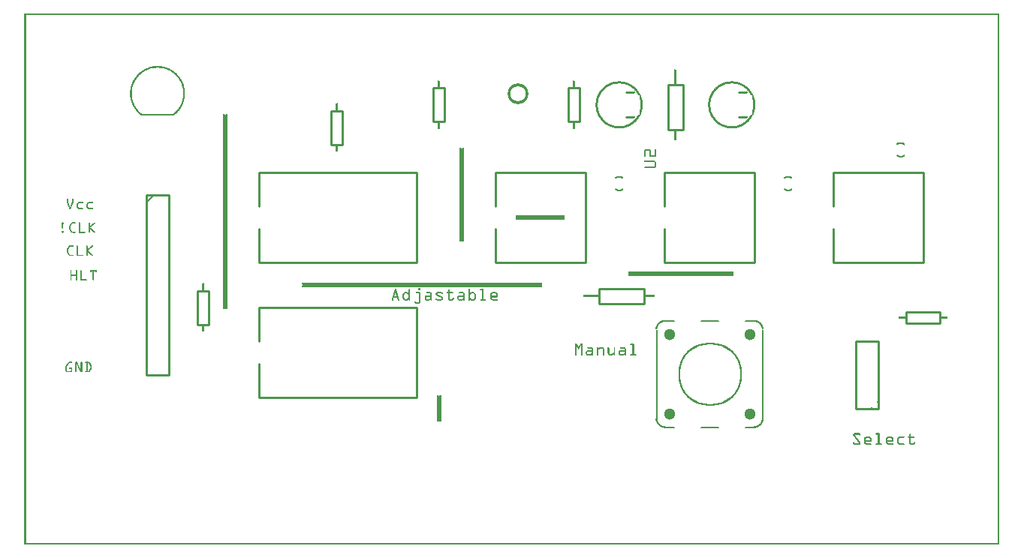
<source format=gto>
G04 MADE WITH FRITZING*
G04 WWW.FRITZING.ORG*
G04 DOUBLE SIDED*
G04 HOLES PLATED*
G04 CONTOUR ON CENTER OF CONTOUR VECTOR*
%ASAXBY*%
%FSLAX23Y23*%
%MOIN*%
%OFA0B0*%
%SFA1.0B1.0*%
%ADD10C,0.092000X0.068*%
%ADD11C,0.283590X0.26759*%
%ADD12C,0.051181X-0.0039371*%
%ADD13C,0.010000*%
%ADD14C,0.008000*%
%ADD15C,0.005000*%
%ADD16R,0.001000X0.001000*%
%LNSILK1*%
G90*
G70*
G54D10*
X2191Y2005D03*
G54D11*
X3043Y759D03*
G54D12*
X2866Y582D03*
X2866Y936D03*
X3220Y936D03*
X3220Y582D03*
G54D13*
X1041Y655D02*
X1741Y655D01*
D02*
X1741Y655D02*
X1741Y1055D01*
D02*
X1741Y1055D02*
X1041Y1055D01*
D02*
X1041Y655D02*
X1041Y805D01*
D02*
X1041Y905D02*
X1041Y1055D01*
D02*
X1041Y1255D02*
X1741Y1255D01*
D02*
X1741Y1255D02*
X1741Y1655D01*
D02*
X1741Y1655D02*
X1041Y1655D01*
D02*
X1041Y1255D02*
X1041Y1405D01*
D02*
X1041Y1505D02*
X1041Y1655D01*
D02*
X1361Y1779D02*
X1361Y1929D01*
D02*
X1361Y1929D02*
X1411Y1929D01*
D02*
X1411Y1929D02*
X1411Y1779D01*
D02*
X1411Y1779D02*
X1361Y1779D01*
G54D14*
D02*
X2885Y523D02*
X2846Y523D01*
D02*
X2807Y562D02*
X2807Y956D01*
D02*
X2846Y995D02*
X2885Y995D01*
D02*
X3004Y995D02*
X3082Y995D01*
D02*
X3200Y995D02*
X3240Y995D01*
D02*
X3279Y956D02*
X3279Y562D01*
D02*
X3240Y523D02*
X3200Y523D01*
D02*
X3082Y523D02*
X3004Y523D01*
G54D13*
D02*
X541Y1555D02*
X541Y755D01*
D02*
X541Y755D02*
X641Y755D01*
D02*
X641Y755D02*
X641Y1555D01*
D02*
X641Y1555D02*
X541Y1555D01*
G54D15*
D02*
X541Y1520D02*
X576Y1555D01*
G54D13*
D02*
X3591Y1255D02*
X3991Y1255D01*
D02*
X3991Y1255D02*
X3991Y1655D01*
D02*
X3991Y1655D02*
X3591Y1655D01*
D02*
X3591Y1255D02*
X3591Y1405D01*
D02*
X3591Y1505D02*
X3591Y1655D01*
D02*
X2841Y1255D02*
X3241Y1255D01*
D02*
X3241Y1255D02*
X3241Y1655D01*
D02*
X3241Y1655D02*
X2841Y1655D01*
D02*
X2841Y1255D02*
X2841Y1405D01*
D02*
X2841Y1505D02*
X2841Y1655D01*
D02*
X2091Y1255D02*
X2491Y1255D01*
D02*
X2491Y1255D02*
X2491Y1655D01*
D02*
X2491Y1655D02*
X2091Y1655D01*
D02*
X2091Y1255D02*
X2091Y1405D01*
D02*
X2091Y1505D02*
X2091Y1655D01*
D02*
X2924Y2045D02*
X2924Y1845D01*
D02*
X2924Y1845D02*
X2858Y1845D01*
D02*
X2858Y1845D02*
X2858Y2045D01*
D02*
X2858Y2045D02*
X2924Y2045D01*
D02*
X2551Y1138D02*
X2751Y1138D01*
D02*
X2751Y1138D02*
X2751Y1072D01*
D02*
X2751Y1072D02*
X2551Y1072D01*
D02*
X2551Y1072D02*
X2551Y1138D01*
D02*
X2466Y2030D02*
X2466Y1880D01*
D02*
X2466Y1880D02*
X2416Y1880D01*
D02*
X2416Y1880D02*
X2416Y2030D01*
D02*
X2416Y2030D02*
X2466Y2030D01*
D02*
X1866Y2030D02*
X1866Y1880D01*
D02*
X1866Y1880D02*
X1816Y1880D01*
D02*
X1816Y1880D02*
X1816Y2030D01*
D02*
X1816Y2030D02*
X1866Y2030D01*
D02*
X3916Y1035D02*
X4066Y1035D01*
D02*
X4066Y1035D02*
X4066Y985D01*
D02*
X4066Y985D02*
X3916Y985D01*
D02*
X3916Y985D02*
X3916Y1035D01*
D02*
X3791Y605D02*
X3791Y905D01*
D02*
X3791Y905D02*
X3691Y905D01*
D02*
X3691Y905D02*
X3691Y605D01*
D02*
X3691Y605D02*
X3791Y605D01*
D02*
X767Y979D02*
X767Y1129D01*
D02*
X767Y1129D02*
X817Y1129D01*
D02*
X817Y1129D02*
X817Y979D01*
D02*
X817Y979D02*
X767Y979D01*
G54D16*
X0Y2362D02*
X4329Y2362D01*
X0Y2361D02*
X4329Y2361D01*
X0Y2360D02*
X4329Y2360D01*
X0Y2359D02*
X4329Y2359D01*
X0Y2358D02*
X4329Y2358D01*
X0Y2357D02*
X4329Y2357D01*
X0Y2356D02*
X4329Y2356D01*
X0Y2355D02*
X4329Y2355D01*
X0Y2354D02*
X7Y2354D01*
X4322Y2354D02*
X4329Y2354D01*
X0Y2353D02*
X7Y2353D01*
X4322Y2353D02*
X4329Y2353D01*
X0Y2352D02*
X7Y2352D01*
X4322Y2352D02*
X4329Y2352D01*
X0Y2351D02*
X7Y2351D01*
X4322Y2351D02*
X4329Y2351D01*
X0Y2350D02*
X7Y2350D01*
X4322Y2350D02*
X4329Y2350D01*
X0Y2349D02*
X7Y2349D01*
X4322Y2349D02*
X4329Y2349D01*
X0Y2348D02*
X7Y2348D01*
X4322Y2348D02*
X4329Y2348D01*
X0Y2347D02*
X7Y2347D01*
X4322Y2347D02*
X4329Y2347D01*
X0Y2346D02*
X7Y2346D01*
X4322Y2346D02*
X4329Y2346D01*
X0Y2345D02*
X7Y2345D01*
X4322Y2345D02*
X4329Y2345D01*
X0Y2344D02*
X7Y2344D01*
X4322Y2344D02*
X4329Y2344D01*
X0Y2343D02*
X7Y2343D01*
X4322Y2343D02*
X4329Y2343D01*
X0Y2342D02*
X7Y2342D01*
X4322Y2342D02*
X4329Y2342D01*
X0Y2341D02*
X7Y2341D01*
X4322Y2341D02*
X4329Y2341D01*
X0Y2340D02*
X7Y2340D01*
X4322Y2340D02*
X4329Y2340D01*
X0Y2339D02*
X7Y2339D01*
X4322Y2339D02*
X4329Y2339D01*
X0Y2338D02*
X7Y2338D01*
X4322Y2338D02*
X4329Y2338D01*
X0Y2337D02*
X7Y2337D01*
X4322Y2337D02*
X4329Y2337D01*
X0Y2336D02*
X7Y2336D01*
X4322Y2336D02*
X4329Y2336D01*
X0Y2335D02*
X7Y2335D01*
X4322Y2335D02*
X4329Y2335D01*
X0Y2334D02*
X7Y2334D01*
X4322Y2334D02*
X4329Y2334D01*
X0Y2333D02*
X7Y2333D01*
X4322Y2333D02*
X4329Y2333D01*
X0Y2332D02*
X7Y2332D01*
X4322Y2332D02*
X4329Y2332D01*
X0Y2331D02*
X7Y2331D01*
X4322Y2331D02*
X4329Y2331D01*
X0Y2330D02*
X7Y2330D01*
X4322Y2330D02*
X4329Y2330D01*
X0Y2329D02*
X7Y2329D01*
X4322Y2329D02*
X4329Y2329D01*
X0Y2328D02*
X7Y2328D01*
X4322Y2328D02*
X4329Y2328D01*
X0Y2327D02*
X7Y2327D01*
X4322Y2327D02*
X4329Y2327D01*
X0Y2326D02*
X7Y2326D01*
X4322Y2326D02*
X4329Y2326D01*
X0Y2325D02*
X7Y2325D01*
X4322Y2325D02*
X4329Y2325D01*
X0Y2324D02*
X7Y2324D01*
X4322Y2324D02*
X4329Y2324D01*
X0Y2323D02*
X7Y2323D01*
X4322Y2323D02*
X4329Y2323D01*
X0Y2322D02*
X7Y2322D01*
X4322Y2322D02*
X4329Y2322D01*
X0Y2321D02*
X7Y2321D01*
X4322Y2321D02*
X4329Y2321D01*
X0Y2320D02*
X7Y2320D01*
X4322Y2320D02*
X4329Y2320D01*
X0Y2319D02*
X7Y2319D01*
X4322Y2319D02*
X4329Y2319D01*
X0Y2318D02*
X7Y2318D01*
X4322Y2318D02*
X4329Y2318D01*
X0Y2317D02*
X7Y2317D01*
X4322Y2317D02*
X4329Y2317D01*
X0Y2316D02*
X7Y2316D01*
X4322Y2316D02*
X4329Y2316D01*
X0Y2315D02*
X7Y2315D01*
X4322Y2315D02*
X4329Y2315D01*
X0Y2314D02*
X7Y2314D01*
X4322Y2314D02*
X4329Y2314D01*
X0Y2313D02*
X7Y2313D01*
X4322Y2313D02*
X4329Y2313D01*
X0Y2312D02*
X7Y2312D01*
X4322Y2312D02*
X4329Y2312D01*
X0Y2311D02*
X7Y2311D01*
X4322Y2311D02*
X4329Y2311D01*
X0Y2310D02*
X7Y2310D01*
X4322Y2310D02*
X4329Y2310D01*
X0Y2309D02*
X7Y2309D01*
X4322Y2309D02*
X4329Y2309D01*
X0Y2308D02*
X7Y2308D01*
X4322Y2308D02*
X4329Y2308D01*
X0Y2307D02*
X7Y2307D01*
X4322Y2307D02*
X4329Y2307D01*
X0Y2306D02*
X7Y2306D01*
X4322Y2306D02*
X4329Y2306D01*
X0Y2305D02*
X7Y2305D01*
X4322Y2305D02*
X4329Y2305D01*
X0Y2304D02*
X7Y2304D01*
X4322Y2304D02*
X4329Y2304D01*
X0Y2303D02*
X7Y2303D01*
X4322Y2303D02*
X4329Y2303D01*
X0Y2302D02*
X7Y2302D01*
X4322Y2302D02*
X4329Y2302D01*
X0Y2301D02*
X7Y2301D01*
X4322Y2301D02*
X4329Y2301D01*
X0Y2300D02*
X7Y2300D01*
X4322Y2300D02*
X4329Y2300D01*
X0Y2299D02*
X7Y2299D01*
X4322Y2299D02*
X4329Y2299D01*
X0Y2298D02*
X7Y2298D01*
X4322Y2298D02*
X4329Y2298D01*
X0Y2297D02*
X7Y2297D01*
X4322Y2297D02*
X4329Y2297D01*
X0Y2296D02*
X7Y2296D01*
X4322Y2296D02*
X4329Y2296D01*
X0Y2295D02*
X7Y2295D01*
X4322Y2295D02*
X4329Y2295D01*
X0Y2294D02*
X7Y2294D01*
X4322Y2294D02*
X4329Y2294D01*
X0Y2293D02*
X7Y2293D01*
X4322Y2293D02*
X4329Y2293D01*
X0Y2292D02*
X7Y2292D01*
X4322Y2292D02*
X4329Y2292D01*
X0Y2291D02*
X7Y2291D01*
X4322Y2291D02*
X4329Y2291D01*
X0Y2290D02*
X7Y2290D01*
X4322Y2290D02*
X4329Y2290D01*
X0Y2289D02*
X7Y2289D01*
X4322Y2289D02*
X4329Y2289D01*
X0Y2288D02*
X7Y2288D01*
X4322Y2288D02*
X4329Y2288D01*
X0Y2287D02*
X7Y2287D01*
X4322Y2287D02*
X4329Y2287D01*
X0Y2286D02*
X7Y2286D01*
X4322Y2286D02*
X4329Y2286D01*
X0Y2285D02*
X7Y2285D01*
X4322Y2285D02*
X4329Y2285D01*
X0Y2284D02*
X7Y2284D01*
X4322Y2284D02*
X4329Y2284D01*
X0Y2283D02*
X7Y2283D01*
X4322Y2283D02*
X4329Y2283D01*
X0Y2282D02*
X7Y2282D01*
X4322Y2282D02*
X4329Y2282D01*
X0Y2281D02*
X7Y2281D01*
X4322Y2281D02*
X4329Y2281D01*
X0Y2280D02*
X7Y2280D01*
X4322Y2280D02*
X4329Y2280D01*
X0Y2279D02*
X7Y2279D01*
X4322Y2279D02*
X4329Y2279D01*
X0Y2278D02*
X7Y2278D01*
X4322Y2278D02*
X4329Y2278D01*
X0Y2277D02*
X7Y2277D01*
X4322Y2277D02*
X4329Y2277D01*
X0Y2276D02*
X7Y2276D01*
X4322Y2276D02*
X4329Y2276D01*
X0Y2275D02*
X7Y2275D01*
X4322Y2275D02*
X4329Y2275D01*
X0Y2274D02*
X7Y2274D01*
X4322Y2274D02*
X4329Y2274D01*
X0Y2273D02*
X7Y2273D01*
X4322Y2273D02*
X4329Y2273D01*
X0Y2272D02*
X7Y2272D01*
X4322Y2272D02*
X4329Y2272D01*
X0Y2271D02*
X7Y2271D01*
X4322Y2271D02*
X4329Y2271D01*
X0Y2270D02*
X7Y2270D01*
X4322Y2270D02*
X4329Y2270D01*
X0Y2269D02*
X7Y2269D01*
X4322Y2269D02*
X4329Y2269D01*
X0Y2268D02*
X7Y2268D01*
X4322Y2268D02*
X4329Y2268D01*
X0Y2267D02*
X7Y2267D01*
X4322Y2267D02*
X4329Y2267D01*
X0Y2266D02*
X7Y2266D01*
X4322Y2266D02*
X4329Y2266D01*
X0Y2265D02*
X7Y2265D01*
X4322Y2265D02*
X4329Y2265D01*
X0Y2264D02*
X7Y2264D01*
X4322Y2264D02*
X4329Y2264D01*
X0Y2263D02*
X7Y2263D01*
X4322Y2263D02*
X4329Y2263D01*
X0Y2262D02*
X7Y2262D01*
X4322Y2262D02*
X4329Y2262D01*
X0Y2261D02*
X7Y2261D01*
X4322Y2261D02*
X4329Y2261D01*
X0Y2260D02*
X7Y2260D01*
X4322Y2260D02*
X4329Y2260D01*
X0Y2259D02*
X7Y2259D01*
X4322Y2259D02*
X4329Y2259D01*
X0Y2258D02*
X7Y2258D01*
X4322Y2258D02*
X4329Y2258D01*
X0Y2257D02*
X7Y2257D01*
X4322Y2257D02*
X4329Y2257D01*
X0Y2256D02*
X7Y2256D01*
X4322Y2256D02*
X4329Y2256D01*
X0Y2255D02*
X7Y2255D01*
X4322Y2255D02*
X4329Y2255D01*
X0Y2254D02*
X7Y2254D01*
X4322Y2254D02*
X4329Y2254D01*
X0Y2253D02*
X7Y2253D01*
X4322Y2253D02*
X4329Y2253D01*
X0Y2252D02*
X7Y2252D01*
X4322Y2252D02*
X4329Y2252D01*
X0Y2251D02*
X7Y2251D01*
X4322Y2251D02*
X4329Y2251D01*
X0Y2250D02*
X7Y2250D01*
X4322Y2250D02*
X4329Y2250D01*
X0Y2249D02*
X7Y2249D01*
X4322Y2249D02*
X4329Y2249D01*
X0Y2248D02*
X7Y2248D01*
X4322Y2248D02*
X4329Y2248D01*
X0Y2247D02*
X7Y2247D01*
X4322Y2247D02*
X4329Y2247D01*
X0Y2246D02*
X7Y2246D01*
X4322Y2246D02*
X4329Y2246D01*
X0Y2245D02*
X7Y2245D01*
X4322Y2245D02*
X4329Y2245D01*
X0Y2244D02*
X7Y2244D01*
X4322Y2244D02*
X4329Y2244D01*
X0Y2243D02*
X7Y2243D01*
X4322Y2243D02*
X4329Y2243D01*
X0Y2242D02*
X7Y2242D01*
X4322Y2242D02*
X4329Y2242D01*
X0Y2241D02*
X7Y2241D01*
X4322Y2241D02*
X4329Y2241D01*
X0Y2240D02*
X7Y2240D01*
X4322Y2240D02*
X4329Y2240D01*
X0Y2239D02*
X7Y2239D01*
X4322Y2239D02*
X4329Y2239D01*
X0Y2238D02*
X7Y2238D01*
X4322Y2238D02*
X4329Y2238D01*
X0Y2237D02*
X7Y2237D01*
X4322Y2237D02*
X4329Y2237D01*
X0Y2236D02*
X7Y2236D01*
X4322Y2236D02*
X4329Y2236D01*
X0Y2235D02*
X7Y2235D01*
X4322Y2235D02*
X4329Y2235D01*
X0Y2234D02*
X7Y2234D01*
X4322Y2234D02*
X4329Y2234D01*
X0Y2233D02*
X7Y2233D01*
X4322Y2233D02*
X4329Y2233D01*
X0Y2232D02*
X7Y2232D01*
X4322Y2232D02*
X4329Y2232D01*
X0Y2231D02*
X7Y2231D01*
X4322Y2231D02*
X4329Y2231D01*
X0Y2230D02*
X7Y2230D01*
X4322Y2230D02*
X4329Y2230D01*
X0Y2229D02*
X7Y2229D01*
X4322Y2229D02*
X4329Y2229D01*
X0Y2228D02*
X7Y2228D01*
X4322Y2228D02*
X4329Y2228D01*
X0Y2227D02*
X7Y2227D01*
X4322Y2227D02*
X4329Y2227D01*
X0Y2226D02*
X7Y2226D01*
X4322Y2226D02*
X4329Y2226D01*
X0Y2225D02*
X7Y2225D01*
X4322Y2225D02*
X4329Y2225D01*
X0Y2224D02*
X7Y2224D01*
X4322Y2224D02*
X4329Y2224D01*
X0Y2223D02*
X7Y2223D01*
X4322Y2223D02*
X4329Y2223D01*
X0Y2222D02*
X7Y2222D01*
X4322Y2222D02*
X4329Y2222D01*
X0Y2221D02*
X7Y2221D01*
X4322Y2221D02*
X4329Y2221D01*
X0Y2220D02*
X7Y2220D01*
X4322Y2220D02*
X4329Y2220D01*
X0Y2219D02*
X7Y2219D01*
X4322Y2219D02*
X4329Y2219D01*
X0Y2218D02*
X7Y2218D01*
X4322Y2218D02*
X4329Y2218D01*
X0Y2217D02*
X7Y2217D01*
X4322Y2217D02*
X4329Y2217D01*
X0Y2216D02*
X7Y2216D01*
X4322Y2216D02*
X4329Y2216D01*
X0Y2215D02*
X7Y2215D01*
X4322Y2215D02*
X4329Y2215D01*
X0Y2214D02*
X7Y2214D01*
X4322Y2214D02*
X4329Y2214D01*
X0Y2213D02*
X7Y2213D01*
X4322Y2213D02*
X4329Y2213D01*
X0Y2212D02*
X7Y2212D01*
X4322Y2212D02*
X4329Y2212D01*
X0Y2211D02*
X7Y2211D01*
X4322Y2211D02*
X4329Y2211D01*
X0Y2210D02*
X7Y2210D01*
X4322Y2210D02*
X4329Y2210D01*
X0Y2209D02*
X7Y2209D01*
X4322Y2209D02*
X4329Y2209D01*
X0Y2208D02*
X7Y2208D01*
X4322Y2208D02*
X4329Y2208D01*
X0Y2207D02*
X7Y2207D01*
X4322Y2207D02*
X4329Y2207D01*
X0Y2206D02*
X7Y2206D01*
X4322Y2206D02*
X4329Y2206D01*
X0Y2205D02*
X7Y2205D01*
X4322Y2205D02*
X4329Y2205D01*
X0Y2204D02*
X7Y2204D01*
X4322Y2204D02*
X4329Y2204D01*
X0Y2203D02*
X7Y2203D01*
X4322Y2203D02*
X4329Y2203D01*
X0Y2202D02*
X7Y2202D01*
X4322Y2202D02*
X4329Y2202D01*
X0Y2201D02*
X7Y2201D01*
X4322Y2201D02*
X4329Y2201D01*
X0Y2200D02*
X7Y2200D01*
X4322Y2200D02*
X4329Y2200D01*
X0Y2199D02*
X7Y2199D01*
X4322Y2199D02*
X4329Y2199D01*
X0Y2198D02*
X7Y2198D01*
X4322Y2198D02*
X4329Y2198D01*
X0Y2197D02*
X7Y2197D01*
X4322Y2197D02*
X4329Y2197D01*
X0Y2196D02*
X7Y2196D01*
X4322Y2196D02*
X4329Y2196D01*
X0Y2195D02*
X7Y2195D01*
X4322Y2195D02*
X4329Y2195D01*
X0Y2194D02*
X7Y2194D01*
X4322Y2194D02*
X4329Y2194D01*
X0Y2193D02*
X7Y2193D01*
X4322Y2193D02*
X4329Y2193D01*
X0Y2192D02*
X7Y2192D01*
X4322Y2192D02*
X4329Y2192D01*
X0Y2191D02*
X7Y2191D01*
X4322Y2191D02*
X4329Y2191D01*
X0Y2190D02*
X7Y2190D01*
X4322Y2190D02*
X4329Y2190D01*
X0Y2189D02*
X7Y2189D01*
X4322Y2189D02*
X4329Y2189D01*
X0Y2188D02*
X7Y2188D01*
X4322Y2188D02*
X4329Y2188D01*
X0Y2187D02*
X7Y2187D01*
X4322Y2187D02*
X4329Y2187D01*
X0Y2186D02*
X7Y2186D01*
X4322Y2186D02*
X4329Y2186D01*
X0Y2185D02*
X7Y2185D01*
X4322Y2185D02*
X4329Y2185D01*
X0Y2184D02*
X7Y2184D01*
X4322Y2184D02*
X4329Y2184D01*
X0Y2183D02*
X7Y2183D01*
X4322Y2183D02*
X4329Y2183D01*
X0Y2182D02*
X7Y2182D01*
X4322Y2182D02*
X4329Y2182D01*
X0Y2181D02*
X7Y2181D01*
X4322Y2181D02*
X4329Y2181D01*
X0Y2180D02*
X7Y2180D01*
X4322Y2180D02*
X4329Y2180D01*
X0Y2179D02*
X7Y2179D01*
X4322Y2179D02*
X4329Y2179D01*
X0Y2178D02*
X7Y2178D01*
X4322Y2178D02*
X4329Y2178D01*
X0Y2177D02*
X7Y2177D01*
X4322Y2177D02*
X4329Y2177D01*
X0Y2176D02*
X7Y2176D01*
X4322Y2176D02*
X4329Y2176D01*
X0Y2175D02*
X7Y2175D01*
X4322Y2175D02*
X4329Y2175D01*
X0Y2174D02*
X7Y2174D01*
X4322Y2174D02*
X4329Y2174D01*
X0Y2173D02*
X7Y2173D01*
X4322Y2173D02*
X4329Y2173D01*
X0Y2172D02*
X7Y2172D01*
X4322Y2172D02*
X4329Y2172D01*
X0Y2171D02*
X7Y2171D01*
X4322Y2171D02*
X4329Y2171D01*
X0Y2170D02*
X7Y2170D01*
X4322Y2170D02*
X4329Y2170D01*
X0Y2169D02*
X7Y2169D01*
X4322Y2169D02*
X4329Y2169D01*
X0Y2168D02*
X7Y2168D01*
X4322Y2168D02*
X4329Y2168D01*
X0Y2167D02*
X7Y2167D01*
X4322Y2167D02*
X4329Y2167D01*
X0Y2166D02*
X7Y2166D01*
X4322Y2166D02*
X4329Y2166D01*
X0Y2165D02*
X7Y2165D01*
X4322Y2165D02*
X4329Y2165D01*
X0Y2164D02*
X7Y2164D01*
X4322Y2164D02*
X4329Y2164D01*
X0Y2163D02*
X7Y2163D01*
X4322Y2163D02*
X4329Y2163D01*
X0Y2162D02*
X7Y2162D01*
X4322Y2162D02*
X4329Y2162D01*
X0Y2161D02*
X7Y2161D01*
X4322Y2161D02*
X4329Y2161D01*
X0Y2160D02*
X7Y2160D01*
X4322Y2160D02*
X4329Y2160D01*
X0Y2159D02*
X7Y2159D01*
X4322Y2159D02*
X4329Y2159D01*
X0Y2158D02*
X7Y2158D01*
X4322Y2158D02*
X4329Y2158D01*
X0Y2157D02*
X7Y2157D01*
X4322Y2157D02*
X4329Y2157D01*
X0Y2156D02*
X7Y2156D01*
X4322Y2156D02*
X4329Y2156D01*
X0Y2155D02*
X7Y2155D01*
X4322Y2155D02*
X4329Y2155D01*
X0Y2154D02*
X7Y2154D01*
X4322Y2154D02*
X4329Y2154D01*
X0Y2153D02*
X7Y2153D01*
X4322Y2153D02*
X4329Y2153D01*
X0Y2152D02*
X7Y2152D01*
X4322Y2152D02*
X4329Y2152D01*
X0Y2151D02*
X7Y2151D01*
X4322Y2151D02*
X4329Y2151D01*
X0Y2150D02*
X7Y2150D01*
X4322Y2150D02*
X4329Y2150D01*
X0Y2149D02*
X7Y2149D01*
X4322Y2149D02*
X4329Y2149D01*
X0Y2148D02*
X7Y2148D01*
X4322Y2148D02*
X4329Y2148D01*
X0Y2147D02*
X7Y2147D01*
X4322Y2147D02*
X4329Y2147D01*
X0Y2146D02*
X7Y2146D01*
X4322Y2146D02*
X4329Y2146D01*
X0Y2145D02*
X7Y2145D01*
X4322Y2145D02*
X4329Y2145D01*
X0Y2144D02*
X7Y2144D01*
X4322Y2144D02*
X4329Y2144D01*
X0Y2143D02*
X7Y2143D01*
X4322Y2143D02*
X4329Y2143D01*
X0Y2142D02*
X7Y2142D01*
X4322Y2142D02*
X4329Y2142D01*
X0Y2141D02*
X7Y2141D01*
X4322Y2141D02*
X4329Y2141D01*
X0Y2140D02*
X7Y2140D01*
X4322Y2140D02*
X4329Y2140D01*
X0Y2139D02*
X7Y2139D01*
X4322Y2139D02*
X4329Y2139D01*
X0Y2138D02*
X7Y2138D01*
X4322Y2138D02*
X4329Y2138D01*
X0Y2137D02*
X7Y2137D01*
X4322Y2137D02*
X4329Y2137D01*
X0Y2136D02*
X7Y2136D01*
X4322Y2136D02*
X4329Y2136D01*
X0Y2135D02*
X7Y2135D01*
X4322Y2135D02*
X4329Y2135D01*
X0Y2134D02*
X7Y2134D01*
X4322Y2134D02*
X4329Y2134D01*
X0Y2133D02*
X7Y2133D01*
X4322Y2133D02*
X4329Y2133D01*
X0Y2132D02*
X7Y2132D01*
X4322Y2132D02*
X4329Y2132D01*
X0Y2131D02*
X7Y2131D01*
X4322Y2131D02*
X4329Y2131D01*
X0Y2130D02*
X7Y2130D01*
X4322Y2130D02*
X4329Y2130D01*
X0Y2129D02*
X7Y2129D01*
X4322Y2129D02*
X4329Y2129D01*
X0Y2128D02*
X7Y2128D01*
X587Y2128D02*
X594Y2128D01*
X4322Y2128D02*
X4329Y2128D01*
X0Y2127D02*
X7Y2127D01*
X575Y2127D02*
X606Y2127D01*
X4322Y2127D02*
X4329Y2127D01*
X0Y2126D02*
X7Y2126D01*
X569Y2126D02*
X612Y2126D01*
X4322Y2126D02*
X4329Y2126D01*
X0Y2125D02*
X7Y2125D01*
X564Y2125D02*
X617Y2125D01*
X4322Y2125D02*
X4329Y2125D01*
X0Y2124D02*
X7Y2124D01*
X560Y2124D02*
X621Y2124D01*
X4322Y2124D02*
X4329Y2124D01*
X0Y2123D02*
X7Y2123D01*
X556Y2123D02*
X625Y2123D01*
X4322Y2123D02*
X4329Y2123D01*
X0Y2122D02*
X7Y2122D01*
X553Y2122D02*
X628Y2122D01*
X4322Y2122D02*
X4329Y2122D01*
X0Y2121D02*
X7Y2121D01*
X550Y2121D02*
X631Y2121D01*
X4322Y2121D02*
X4329Y2121D01*
X0Y2120D02*
X7Y2120D01*
X548Y2120D02*
X583Y2120D01*
X599Y2120D02*
X634Y2120D01*
X4322Y2120D02*
X4329Y2120D01*
X0Y2119D02*
X7Y2119D01*
X545Y2119D02*
X574Y2119D01*
X609Y2119D02*
X636Y2119D01*
X4322Y2119D02*
X4329Y2119D01*
X0Y2118D02*
X7Y2118D01*
X543Y2118D02*
X568Y2118D01*
X614Y2118D02*
X639Y2118D01*
X4322Y2118D02*
X4329Y2118D01*
X0Y2117D02*
X7Y2117D01*
X541Y2117D02*
X563Y2117D01*
X619Y2117D02*
X641Y2117D01*
X4322Y2117D02*
X4329Y2117D01*
X0Y2116D02*
X7Y2116D01*
X538Y2116D02*
X559Y2116D01*
X622Y2116D02*
X643Y2116D01*
X4322Y2116D02*
X4329Y2116D01*
X0Y2115D02*
X7Y2115D01*
X536Y2115D02*
X556Y2115D01*
X626Y2115D02*
X645Y2115D01*
X4322Y2115D02*
X4329Y2115D01*
X0Y2114D02*
X7Y2114D01*
X534Y2114D02*
X553Y2114D01*
X629Y2114D02*
X647Y2114D01*
X4322Y2114D02*
X4329Y2114D01*
X0Y2113D02*
X7Y2113D01*
X533Y2113D02*
X550Y2113D01*
X631Y2113D02*
X649Y2113D01*
X2886Y2113D02*
X2886Y2113D01*
X2895Y2113D02*
X2895Y2113D01*
X4322Y2113D02*
X4329Y2113D01*
X0Y2112D02*
X7Y2112D01*
X531Y2112D02*
X548Y2112D01*
X634Y2112D02*
X651Y2112D01*
X2886Y2112D02*
X2895Y2112D01*
X4322Y2112D02*
X4329Y2112D01*
X0Y2111D02*
X7Y2111D01*
X529Y2111D02*
X545Y2111D01*
X636Y2111D02*
X653Y2111D01*
X2886Y2111D02*
X2895Y2111D01*
X4322Y2111D02*
X4329Y2111D01*
X0Y2110D02*
X7Y2110D01*
X527Y2110D02*
X543Y2110D01*
X639Y2110D02*
X654Y2110D01*
X2886Y2110D02*
X2895Y2110D01*
X4322Y2110D02*
X4329Y2110D01*
X0Y2109D02*
X7Y2109D01*
X526Y2109D02*
X541Y2109D01*
X641Y2109D02*
X656Y2109D01*
X2886Y2109D02*
X2895Y2109D01*
X4322Y2109D02*
X4329Y2109D01*
X0Y2108D02*
X7Y2108D01*
X524Y2108D02*
X539Y2108D01*
X643Y2108D02*
X657Y2108D01*
X2886Y2108D02*
X2895Y2108D01*
X4322Y2108D02*
X4329Y2108D01*
X0Y2107D02*
X7Y2107D01*
X523Y2107D02*
X537Y2107D01*
X645Y2107D02*
X659Y2107D01*
X2886Y2107D02*
X2895Y2107D01*
X4322Y2107D02*
X4329Y2107D01*
X0Y2106D02*
X7Y2106D01*
X521Y2106D02*
X535Y2106D01*
X647Y2106D02*
X660Y2106D01*
X2886Y2106D02*
X2895Y2106D01*
X4322Y2106D02*
X4329Y2106D01*
X0Y2105D02*
X7Y2105D01*
X520Y2105D02*
X533Y2105D01*
X648Y2105D02*
X662Y2105D01*
X2886Y2105D02*
X2895Y2105D01*
X4322Y2105D02*
X4329Y2105D01*
X0Y2104D02*
X7Y2104D01*
X519Y2104D02*
X531Y2104D01*
X650Y2104D02*
X663Y2104D01*
X2886Y2104D02*
X2895Y2104D01*
X4322Y2104D02*
X4329Y2104D01*
X0Y2103D02*
X7Y2103D01*
X517Y2103D02*
X530Y2103D01*
X652Y2103D02*
X664Y2103D01*
X2886Y2103D02*
X2895Y2103D01*
X4322Y2103D02*
X4329Y2103D01*
X0Y2102D02*
X7Y2102D01*
X516Y2102D02*
X528Y2102D01*
X653Y2102D02*
X666Y2102D01*
X2886Y2102D02*
X2895Y2102D01*
X4322Y2102D02*
X4329Y2102D01*
X0Y2101D02*
X7Y2101D01*
X515Y2101D02*
X527Y2101D01*
X655Y2101D02*
X667Y2101D01*
X2886Y2101D02*
X2895Y2101D01*
X4322Y2101D02*
X4329Y2101D01*
X0Y2100D02*
X7Y2100D01*
X513Y2100D02*
X525Y2100D01*
X656Y2100D02*
X668Y2100D01*
X2886Y2100D02*
X2895Y2100D01*
X4322Y2100D02*
X4329Y2100D01*
X0Y2099D02*
X7Y2099D01*
X512Y2099D02*
X524Y2099D01*
X658Y2099D02*
X669Y2099D01*
X2886Y2099D02*
X2895Y2099D01*
X4322Y2099D02*
X4329Y2099D01*
X0Y2098D02*
X7Y2098D01*
X511Y2098D02*
X522Y2098D01*
X659Y2098D02*
X670Y2098D01*
X2886Y2098D02*
X2895Y2098D01*
X4322Y2098D02*
X4329Y2098D01*
X0Y2097D02*
X7Y2097D01*
X510Y2097D02*
X521Y2097D01*
X660Y2097D02*
X672Y2097D01*
X2886Y2097D02*
X2895Y2097D01*
X4322Y2097D02*
X4329Y2097D01*
X0Y2096D02*
X7Y2096D01*
X509Y2096D02*
X520Y2096D01*
X662Y2096D02*
X673Y2096D01*
X2886Y2096D02*
X2895Y2096D01*
X4322Y2096D02*
X4329Y2096D01*
X0Y2095D02*
X7Y2095D01*
X508Y2095D02*
X519Y2095D01*
X663Y2095D02*
X674Y2095D01*
X2886Y2095D02*
X2895Y2095D01*
X4322Y2095D02*
X4329Y2095D01*
X0Y2094D02*
X7Y2094D01*
X507Y2094D02*
X517Y2094D01*
X664Y2094D02*
X675Y2094D01*
X2886Y2094D02*
X2895Y2094D01*
X4322Y2094D02*
X4329Y2094D01*
X0Y2093D02*
X7Y2093D01*
X506Y2093D02*
X516Y2093D01*
X665Y2093D02*
X676Y2093D01*
X2886Y2093D02*
X2895Y2093D01*
X4322Y2093D02*
X4329Y2093D01*
X0Y2092D02*
X7Y2092D01*
X505Y2092D02*
X515Y2092D01*
X666Y2092D02*
X677Y2092D01*
X2886Y2092D02*
X2895Y2092D01*
X4322Y2092D02*
X4329Y2092D01*
X0Y2091D02*
X7Y2091D01*
X504Y2091D02*
X514Y2091D01*
X668Y2091D02*
X678Y2091D01*
X2886Y2091D02*
X2895Y2091D01*
X4322Y2091D02*
X4329Y2091D01*
X0Y2090D02*
X7Y2090D01*
X503Y2090D02*
X513Y2090D01*
X669Y2090D02*
X679Y2090D01*
X2886Y2090D02*
X2895Y2090D01*
X4322Y2090D02*
X4329Y2090D01*
X0Y2089D02*
X7Y2089D01*
X502Y2089D02*
X512Y2089D01*
X670Y2089D02*
X680Y2089D01*
X2886Y2089D02*
X2895Y2089D01*
X4322Y2089D02*
X4329Y2089D01*
X0Y2088D02*
X7Y2088D01*
X501Y2088D02*
X511Y2088D01*
X671Y2088D02*
X681Y2088D01*
X2886Y2088D02*
X2895Y2088D01*
X4322Y2088D02*
X4329Y2088D01*
X0Y2087D02*
X7Y2087D01*
X500Y2087D02*
X510Y2087D01*
X672Y2087D02*
X682Y2087D01*
X2886Y2087D02*
X2895Y2087D01*
X4322Y2087D02*
X4329Y2087D01*
X0Y2086D02*
X7Y2086D01*
X499Y2086D02*
X509Y2086D01*
X673Y2086D02*
X682Y2086D01*
X2886Y2086D02*
X2895Y2086D01*
X4322Y2086D02*
X4329Y2086D01*
X0Y2085D02*
X7Y2085D01*
X498Y2085D02*
X508Y2085D01*
X674Y2085D02*
X683Y2085D01*
X2886Y2085D02*
X2895Y2085D01*
X4322Y2085D02*
X4329Y2085D01*
X0Y2084D02*
X7Y2084D01*
X497Y2084D02*
X507Y2084D01*
X675Y2084D02*
X684Y2084D01*
X2886Y2084D02*
X2895Y2084D01*
X4322Y2084D02*
X4329Y2084D01*
X0Y2083D02*
X7Y2083D01*
X497Y2083D02*
X506Y2083D01*
X676Y2083D02*
X685Y2083D01*
X2886Y2083D02*
X2895Y2083D01*
X4322Y2083D02*
X4329Y2083D01*
X0Y2082D02*
X7Y2082D01*
X496Y2082D02*
X505Y2082D01*
X677Y2082D02*
X686Y2082D01*
X2886Y2082D02*
X2895Y2082D01*
X4322Y2082D02*
X4329Y2082D01*
X0Y2081D02*
X7Y2081D01*
X495Y2081D02*
X504Y2081D01*
X677Y2081D02*
X687Y2081D01*
X2886Y2081D02*
X2895Y2081D01*
X4322Y2081D02*
X4329Y2081D01*
X0Y2080D02*
X7Y2080D01*
X494Y2080D02*
X503Y2080D01*
X678Y2080D02*
X687Y2080D01*
X2886Y2080D02*
X2895Y2080D01*
X4322Y2080D02*
X4329Y2080D01*
X0Y2079D02*
X7Y2079D01*
X493Y2079D02*
X502Y2079D01*
X679Y2079D02*
X688Y2079D01*
X2886Y2079D02*
X2895Y2079D01*
X4322Y2079D02*
X4329Y2079D01*
X0Y2078D02*
X7Y2078D01*
X493Y2078D02*
X502Y2078D01*
X680Y2078D02*
X689Y2078D01*
X2886Y2078D02*
X2895Y2078D01*
X4322Y2078D02*
X4329Y2078D01*
X0Y2077D02*
X7Y2077D01*
X492Y2077D02*
X501Y2077D01*
X681Y2077D02*
X690Y2077D01*
X2886Y2077D02*
X2895Y2077D01*
X4322Y2077D02*
X4329Y2077D01*
X0Y2076D02*
X7Y2076D01*
X491Y2076D02*
X500Y2076D01*
X682Y2076D02*
X690Y2076D01*
X2886Y2076D02*
X2895Y2076D01*
X4322Y2076D02*
X4329Y2076D01*
X0Y2075D02*
X7Y2075D01*
X491Y2075D02*
X499Y2075D01*
X682Y2075D02*
X691Y2075D01*
X2886Y2075D02*
X2895Y2075D01*
X4322Y2075D02*
X4329Y2075D01*
X0Y2074D02*
X7Y2074D01*
X490Y2074D02*
X499Y2074D01*
X683Y2074D02*
X692Y2074D01*
X2886Y2074D02*
X2895Y2074D01*
X4322Y2074D02*
X4329Y2074D01*
X0Y2073D02*
X7Y2073D01*
X489Y2073D02*
X498Y2073D01*
X684Y2073D02*
X692Y2073D01*
X2886Y2073D02*
X2895Y2073D01*
X4322Y2073D02*
X4329Y2073D01*
X0Y2072D02*
X7Y2072D01*
X489Y2072D02*
X497Y2072D01*
X685Y2072D02*
X693Y2072D01*
X2886Y2072D02*
X2895Y2072D01*
X4322Y2072D02*
X4329Y2072D01*
X0Y2071D02*
X7Y2071D01*
X488Y2071D02*
X496Y2071D01*
X685Y2071D02*
X694Y2071D01*
X2886Y2071D02*
X2895Y2071D01*
X4322Y2071D02*
X4329Y2071D01*
X0Y2070D02*
X7Y2070D01*
X487Y2070D02*
X496Y2070D01*
X686Y2070D02*
X694Y2070D01*
X2886Y2070D02*
X2895Y2070D01*
X4322Y2070D02*
X4329Y2070D01*
X0Y2069D02*
X7Y2069D01*
X487Y2069D02*
X495Y2069D01*
X687Y2069D02*
X695Y2069D01*
X2886Y2069D02*
X2895Y2069D01*
X4322Y2069D02*
X4329Y2069D01*
X0Y2068D02*
X7Y2068D01*
X486Y2068D02*
X494Y2068D01*
X687Y2068D02*
X695Y2068D01*
X2886Y2068D02*
X2895Y2068D01*
X4322Y2068D02*
X4329Y2068D01*
X0Y2067D02*
X7Y2067D01*
X486Y2067D02*
X494Y2067D01*
X688Y2067D02*
X696Y2067D01*
X2886Y2067D02*
X2895Y2067D01*
X4322Y2067D02*
X4329Y2067D01*
X0Y2066D02*
X7Y2066D01*
X485Y2066D02*
X493Y2066D01*
X689Y2066D02*
X697Y2066D01*
X2886Y2066D02*
X2895Y2066D01*
X4322Y2066D02*
X4329Y2066D01*
X0Y2065D02*
X7Y2065D01*
X484Y2065D02*
X493Y2065D01*
X689Y2065D02*
X697Y2065D01*
X2886Y2065D02*
X2895Y2065D01*
X4322Y2065D02*
X4329Y2065D01*
X0Y2064D02*
X7Y2064D01*
X484Y2064D02*
X492Y2064D01*
X690Y2064D02*
X698Y2064D01*
X2886Y2064D02*
X2895Y2064D01*
X4322Y2064D02*
X4329Y2064D01*
X0Y2063D02*
X7Y2063D01*
X483Y2063D02*
X491Y2063D01*
X690Y2063D02*
X698Y2063D01*
X1836Y2063D02*
X1836Y2063D01*
X1845Y2063D02*
X1845Y2063D01*
X2435Y2063D02*
X2436Y2063D01*
X2886Y2063D02*
X2895Y2063D01*
X4322Y2063D02*
X4329Y2063D01*
X0Y2062D02*
X7Y2062D01*
X483Y2062D02*
X491Y2062D01*
X691Y2062D02*
X699Y2062D01*
X1836Y2062D02*
X1845Y2062D01*
X2435Y2062D02*
X2444Y2062D01*
X2886Y2062D02*
X2895Y2062D01*
X4322Y2062D02*
X4329Y2062D01*
X0Y2061D02*
X7Y2061D01*
X482Y2061D02*
X490Y2061D01*
X691Y2061D02*
X699Y2061D01*
X1836Y2061D02*
X1845Y2061D01*
X2435Y2061D02*
X2444Y2061D01*
X2886Y2061D02*
X2895Y2061D01*
X4322Y2061D02*
X4329Y2061D01*
X0Y2060D02*
X7Y2060D01*
X482Y2060D02*
X490Y2060D01*
X692Y2060D02*
X700Y2060D01*
X1836Y2060D02*
X1845Y2060D01*
X2435Y2060D02*
X2444Y2060D01*
X2634Y2060D02*
X2647Y2060D01*
X2886Y2060D02*
X2895Y2060D01*
X3134Y2060D02*
X3147Y2060D01*
X4322Y2060D02*
X4329Y2060D01*
X0Y2059D02*
X7Y2059D01*
X481Y2059D02*
X489Y2059D01*
X693Y2059D02*
X700Y2059D01*
X1836Y2059D02*
X1845Y2059D01*
X2435Y2059D02*
X2444Y2059D01*
X2625Y2059D02*
X2656Y2059D01*
X2886Y2059D02*
X2895Y2059D01*
X3125Y2059D02*
X3156Y2059D01*
X4322Y2059D02*
X4329Y2059D01*
X0Y2058D02*
X7Y2058D01*
X481Y2058D02*
X489Y2058D01*
X693Y2058D02*
X701Y2058D01*
X1836Y2058D02*
X1845Y2058D01*
X2435Y2058D02*
X2444Y2058D01*
X2619Y2058D02*
X2661Y2058D01*
X2886Y2058D02*
X2895Y2058D01*
X3119Y2058D02*
X3161Y2058D01*
X4322Y2058D02*
X4329Y2058D01*
X0Y2057D02*
X7Y2057D01*
X480Y2057D02*
X488Y2057D01*
X694Y2057D02*
X701Y2057D01*
X1836Y2057D02*
X1845Y2057D01*
X2435Y2057D02*
X2444Y2057D01*
X2615Y2057D02*
X2666Y2057D01*
X2886Y2057D02*
X2895Y2057D01*
X3115Y2057D02*
X3166Y2057D01*
X4322Y2057D02*
X4329Y2057D01*
X0Y2056D02*
X7Y2056D01*
X480Y2056D02*
X488Y2056D01*
X694Y2056D02*
X702Y2056D01*
X1836Y2056D02*
X1845Y2056D01*
X2435Y2056D02*
X2444Y2056D01*
X2612Y2056D02*
X2669Y2056D01*
X2886Y2056D02*
X2895Y2056D01*
X3111Y2056D02*
X3169Y2056D01*
X4322Y2056D02*
X4329Y2056D01*
X0Y2055D02*
X7Y2055D01*
X480Y2055D02*
X487Y2055D01*
X694Y2055D02*
X702Y2055D01*
X1836Y2055D02*
X1845Y2055D01*
X2435Y2055D02*
X2444Y2055D01*
X2608Y2055D02*
X2673Y2055D01*
X2886Y2055D02*
X2895Y2055D01*
X3108Y2055D02*
X3172Y2055D01*
X4322Y2055D02*
X4329Y2055D01*
X0Y2054D02*
X7Y2054D01*
X479Y2054D02*
X487Y2054D01*
X695Y2054D02*
X702Y2054D01*
X1836Y2054D02*
X1845Y2054D01*
X2435Y2054D02*
X2444Y2054D01*
X2605Y2054D02*
X2675Y2054D01*
X2886Y2054D02*
X2895Y2054D01*
X3105Y2054D02*
X3175Y2054D01*
X4322Y2054D02*
X4329Y2054D01*
X0Y2053D02*
X7Y2053D01*
X479Y2053D02*
X486Y2053D01*
X695Y2053D02*
X703Y2053D01*
X1836Y2053D02*
X1845Y2053D01*
X2435Y2053D02*
X2444Y2053D01*
X2603Y2053D02*
X2678Y2053D01*
X2886Y2053D02*
X2895Y2053D01*
X3103Y2053D02*
X3178Y2053D01*
X4322Y2053D02*
X4329Y2053D01*
X0Y2052D02*
X7Y2052D01*
X478Y2052D02*
X486Y2052D01*
X696Y2052D02*
X703Y2052D01*
X1836Y2052D02*
X1845Y2052D01*
X2435Y2052D02*
X2444Y2052D01*
X2600Y2052D02*
X2681Y2052D01*
X2886Y2052D02*
X2895Y2052D01*
X3100Y2052D02*
X3181Y2052D01*
X4322Y2052D02*
X4329Y2052D01*
X0Y2051D02*
X7Y2051D01*
X478Y2051D02*
X485Y2051D01*
X696Y2051D02*
X704Y2051D01*
X1836Y2051D02*
X1845Y2051D01*
X2435Y2051D02*
X2444Y2051D01*
X2598Y2051D02*
X2683Y2051D01*
X2886Y2051D02*
X2895Y2051D01*
X3098Y2051D02*
X3183Y2051D01*
X4322Y2051D02*
X4329Y2051D01*
X0Y2050D02*
X7Y2050D01*
X478Y2050D02*
X485Y2050D01*
X697Y2050D02*
X704Y2050D01*
X1836Y2050D02*
X1845Y2050D01*
X2435Y2050D02*
X2444Y2050D01*
X2596Y2050D02*
X2633Y2050D01*
X2648Y2050D02*
X2685Y2050D01*
X2886Y2050D02*
X2895Y2050D01*
X3096Y2050D02*
X3133Y2050D01*
X3148Y2050D02*
X3185Y2050D01*
X4322Y2050D02*
X4329Y2050D01*
X0Y2049D02*
X7Y2049D01*
X477Y2049D02*
X484Y2049D01*
X697Y2049D02*
X704Y2049D01*
X1836Y2049D02*
X1845Y2049D01*
X2435Y2049D02*
X2444Y2049D01*
X2594Y2049D02*
X2624Y2049D01*
X2657Y2049D02*
X2687Y2049D01*
X2886Y2049D02*
X2895Y2049D01*
X3094Y2049D02*
X3124Y2049D01*
X3157Y2049D02*
X3187Y2049D01*
X4322Y2049D02*
X4329Y2049D01*
X0Y2048D02*
X7Y2048D01*
X477Y2048D02*
X484Y2048D01*
X698Y2048D02*
X705Y2048D01*
X1836Y2048D02*
X1845Y2048D01*
X2435Y2048D02*
X2444Y2048D01*
X2592Y2048D02*
X2619Y2048D01*
X2662Y2048D02*
X2689Y2048D01*
X2886Y2048D02*
X2895Y2048D01*
X3092Y2048D02*
X3119Y2048D01*
X3162Y2048D02*
X3189Y2048D01*
X4322Y2048D02*
X4329Y2048D01*
X0Y2047D02*
X7Y2047D01*
X476Y2047D02*
X484Y2047D01*
X698Y2047D02*
X705Y2047D01*
X1836Y2047D02*
X1845Y2047D01*
X2435Y2047D02*
X2444Y2047D01*
X2590Y2047D02*
X2615Y2047D01*
X2666Y2047D02*
X2691Y2047D01*
X2886Y2047D02*
X2895Y2047D01*
X3090Y2047D02*
X3115Y2047D01*
X3166Y2047D02*
X3191Y2047D01*
X4322Y2047D02*
X4329Y2047D01*
X0Y2046D02*
X7Y2046D01*
X476Y2046D02*
X483Y2046D01*
X698Y2046D02*
X706Y2046D01*
X1836Y2046D02*
X1845Y2046D01*
X2435Y2046D02*
X2444Y2046D01*
X2588Y2046D02*
X2611Y2046D01*
X2669Y2046D02*
X2692Y2046D01*
X2886Y2046D02*
X2895Y2046D01*
X3088Y2046D02*
X3111Y2046D01*
X3169Y2046D02*
X3192Y2046D01*
X4322Y2046D02*
X4329Y2046D01*
X0Y2045D02*
X7Y2045D01*
X476Y2045D02*
X483Y2045D01*
X699Y2045D02*
X706Y2045D01*
X1836Y2045D02*
X1845Y2045D01*
X2435Y2045D02*
X2444Y2045D01*
X2587Y2045D02*
X2609Y2045D01*
X2672Y2045D02*
X2694Y2045D01*
X3087Y2045D02*
X3109Y2045D01*
X3172Y2045D02*
X3194Y2045D01*
X4322Y2045D02*
X4329Y2045D01*
X0Y2044D02*
X7Y2044D01*
X475Y2044D02*
X483Y2044D01*
X699Y2044D02*
X706Y2044D01*
X1836Y2044D02*
X1845Y2044D01*
X2435Y2044D02*
X2444Y2044D01*
X2585Y2044D02*
X2606Y2044D01*
X2675Y2044D02*
X2696Y2044D01*
X3085Y2044D02*
X3106Y2044D01*
X3175Y2044D02*
X3196Y2044D01*
X4322Y2044D02*
X4329Y2044D01*
X0Y2043D02*
X7Y2043D01*
X475Y2043D02*
X482Y2043D01*
X699Y2043D02*
X707Y2043D01*
X1836Y2043D02*
X1845Y2043D01*
X2435Y2043D02*
X2444Y2043D01*
X2583Y2043D02*
X2603Y2043D01*
X2678Y2043D02*
X2697Y2043D01*
X3083Y2043D02*
X3103Y2043D01*
X3178Y2043D02*
X3197Y2043D01*
X4322Y2043D02*
X4329Y2043D01*
X0Y2042D02*
X7Y2042D01*
X475Y2042D02*
X482Y2042D01*
X700Y2042D02*
X707Y2042D01*
X1836Y2042D02*
X1845Y2042D01*
X2435Y2042D02*
X2444Y2042D01*
X2582Y2042D02*
X2601Y2042D01*
X2680Y2042D02*
X2699Y2042D01*
X3082Y2042D02*
X3101Y2042D01*
X3180Y2042D02*
X3199Y2042D01*
X4322Y2042D02*
X4329Y2042D01*
X0Y2041D02*
X7Y2041D01*
X474Y2041D02*
X482Y2041D01*
X700Y2041D02*
X707Y2041D01*
X1836Y2041D02*
X1845Y2041D01*
X2435Y2041D02*
X2444Y2041D01*
X2581Y2041D02*
X2599Y2041D01*
X2682Y2041D02*
X2700Y2041D01*
X3080Y2041D02*
X3099Y2041D01*
X3182Y2041D02*
X3200Y2041D01*
X4322Y2041D02*
X4329Y2041D01*
X0Y2040D02*
X7Y2040D01*
X474Y2040D02*
X481Y2040D01*
X700Y2040D02*
X707Y2040D01*
X1836Y2040D02*
X1845Y2040D01*
X2435Y2040D02*
X2444Y2040D01*
X2579Y2040D02*
X2597Y2040D01*
X2684Y2040D02*
X2702Y2040D01*
X3079Y2040D02*
X3097Y2040D01*
X3184Y2040D02*
X3202Y2040D01*
X4322Y2040D02*
X4329Y2040D01*
X0Y2039D02*
X7Y2039D01*
X474Y2039D02*
X481Y2039D01*
X701Y2039D02*
X708Y2039D01*
X1836Y2039D02*
X1845Y2039D01*
X2435Y2039D02*
X2444Y2039D01*
X2578Y2039D02*
X2595Y2039D01*
X2686Y2039D02*
X2703Y2039D01*
X3078Y2039D02*
X3095Y2039D01*
X3186Y2039D02*
X3203Y2039D01*
X4322Y2039D02*
X4329Y2039D01*
X0Y2038D02*
X7Y2038D01*
X474Y2038D02*
X481Y2038D01*
X701Y2038D02*
X708Y2038D01*
X1836Y2038D02*
X1845Y2038D01*
X2435Y2038D02*
X2444Y2038D01*
X2576Y2038D02*
X2593Y2038D01*
X2688Y2038D02*
X2704Y2038D01*
X3076Y2038D02*
X3093Y2038D01*
X3188Y2038D02*
X3204Y2038D01*
X4322Y2038D02*
X4329Y2038D01*
X0Y2037D02*
X7Y2037D01*
X473Y2037D02*
X480Y2037D01*
X701Y2037D02*
X708Y2037D01*
X1836Y2037D02*
X1845Y2037D01*
X2435Y2037D02*
X2444Y2037D01*
X2575Y2037D02*
X2592Y2037D01*
X2689Y2037D02*
X2706Y2037D01*
X3075Y2037D02*
X3091Y2037D01*
X3189Y2037D02*
X3206Y2037D01*
X4322Y2037D02*
X4329Y2037D01*
X0Y2036D02*
X7Y2036D01*
X473Y2036D02*
X480Y2036D01*
X701Y2036D02*
X709Y2036D01*
X1836Y2036D02*
X1845Y2036D01*
X2435Y2036D02*
X2444Y2036D01*
X2574Y2036D02*
X2590Y2036D01*
X2691Y2036D02*
X2707Y2036D01*
X3074Y2036D02*
X3090Y2036D01*
X3191Y2036D02*
X3207Y2036D01*
X4322Y2036D02*
X4329Y2036D01*
X0Y2035D02*
X7Y2035D01*
X473Y2035D02*
X480Y2035D01*
X702Y2035D02*
X709Y2035D01*
X1836Y2035D02*
X1845Y2035D01*
X2435Y2035D02*
X2444Y2035D01*
X2573Y2035D02*
X2588Y2035D01*
X2693Y2035D02*
X2708Y2035D01*
X3073Y2035D02*
X3088Y2035D01*
X3193Y2035D02*
X3208Y2035D01*
X4322Y2035D02*
X4329Y2035D01*
X0Y2034D02*
X7Y2034D01*
X473Y2034D02*
X480Y2034D01*
X702Y2034D02*
X709Y2034D01*
X1836Y2034D02*
X1845Y2034D01*
X2435Y2034D02*
X2444Y2034D01*
X2572Y2034D02*
X2587Y2034D01*
X2694Y2034D02*
X2709Y2034D01*
X3072Y2034D02*
X3087Y2034D01*
X3194Y2034D02*
X3209Y2034D01*
X4322Y2034D02*
X4329Y2034D01*
X0Y2033D02*
X7Y2033D01*
X472Y2033D02*
X479Y2033D01*
X702Y2033D02*
X709Y2033D01*
X1836Y2033D02*
X1845Y2033D01*
X2435Y2033D02*
X2444Y2033D01*
X2571Y2033D02*
X2585Y2033D01*
X2696Y2033D02*
X2710Y2033D01*
X3070Y2033D02*
X3085Y2033D01*
X3195Y2033D02*
X3210Y2033D01*
X4322Y2033D02*
X4329Y2033D01*
X0Y2032D02*
X7Y2032D01*
X472Y2032D02*
X479Y2032D01*
X702Y2032D02*
X709Y2032D01*
X1836Y2032D02*
X1845Y2032D01*
X2435Y2032D02*
X2444Y2032D01*
X2569Y2032D02*
X2584Y2032D01*
X2697Y2032D02*
X2711Y2032D01*
X3069Y2032D02*
X3084Y2032D01*
X3197Y2032D02*
X3211Y2032D01*
X4322Y2032D02*
X4329Y2032D01*
X0Y2031D02*
X7Y2031D01*
X472Y2031D02*
X479Y2031D01*
X703Y2031D02*
X710Y2031D01*
X1836Y2031D02*
X1844Y2031D01*
X2436Y2031D02*
X2444Y2031D01*
X2568Y2031D02*
X2583Y2031D01*
X2698Y2031D02*
X2713Y2031D01*
X3068Y2031D02*
X3083Y2031D01*
X3198Y2031D02*
X3212Y2031D01*
X4322Y2031D02*
X4329Y2031D01*
X0Y2030D02*
X7Y2030D01*
X472Y2030D02*
X479Y2030D01*
X703Y2030D02*
X710Y2030D01*
X2567Y2030D02*
X2581Y2030D01*
X2700Y2030D02*
X2714Y2030D01*
X3067Y2030D02*
X3081Y2030D01*
X3199Y2030D02*
X3214Y2030D01*
X4322Y2030D02*
X4329Y2030D01*
X0Y2029D02*
X7Y2029D01*
X471Y2029D02*
X478Y2029D01*
X703Y2029D02*
X710Y2029D01*
X2566Y2029D02*
X2580Y2029D01*
X2701Y2029D02*
X2715Y2029D01*
X3066Y2029D02*
X3080Y2029D01*
X3201Y2029D02*
X3215Y2029D01*
X4322Y2029D02*
X4329Y2029D01*
X0Y2028D02*
X7Y2028D01*
X471Y2028D02*
X478Y2028D01*
X703Y2028D02*
X710Y2028D01*
X2565Y2028D02*
X2579Y2028D01*
X2702Y2028D02*
X2716Y2028D01*
X3065Y2028D02*
X3079Y2028D01*
X3202Y2028D02*
X3215Y2028D01*
X4322Y2028D02*
X4329Y2028D01*
X0Y2027D02*
X7Y2027D01*
X471Y2027D02*
X478Y2027D01*
X703Y2027D02*
X710Y2027D01*
X2564Y2027D02*
X2578Y2027D01*
X2703Y2027D02*
X2716Y2027D01*
X3064Y2027D02*
X3078Y2027D01*
X3203Y2027D02*
X3216Y2027D01*
X4322Y2027D02*
X4329Y2027D01*
X0Y2026D02*
X7Y2026D01*
X471Y2026D02*
X478Y2026D01*
X704Y2026D02*
X711Y2026D01*
X2564Y2026D02*
X2577Y2026D01*
X2704Y2026D02*
X2717Y2026D01*
X3063Y2026D02*
X3077Y2026D01*
X3204Y2026D02*
X3217Y2026D01*
X4322Y2026D02*
X4329Y2026D01*
X0Y2025D02*
X7Y2025D01*
X471Y2025D02*
X478Y2025D01*
X704Y2025D02*
X711Y2025D01*
X2563Y2025D02*
X2576Y2025D01*
X2705Y2025D02*
X2718Y2025D01*
X3063Y2025D02*
X3075Y2025D01*
X3205Y2025D02*
X3218Y2025D01*
X4322Y2025D02*
X4329Y2025D01*
X0Y2024D02*
X7Y2024D01*
X471Y2024D02*
X477Y2024D01*
X704Y2024D02*
X711Y2024D01*
X2562Y2024D02*
X2574Y2024D01*
X2706Y2024D02*
X2719Y2024D01*
X3062Y2024D02*
X3074Y2024D01*
X3206Y2024D02*
X3219Y2024D01*
X4322Y2024D02*
X4329Y2024D01*
X0Y2023D02*
X7Y2023D01*
X471Y2023D02*
X477Y2023D01*
X704Y2023D02*
X711Y2023D01*
X2561Y2023D02*
X2573Y2023D01*
X2707Y2023D02*
X2720Y2023D01*
X3061Y2023D02*
X3073Y2023D01*
X3207Y2023D02*
X3220Y2023D01*
X4322Y2023D02*
X4329Y2023D01*
X0Y2022D02*
X7Y2022D01*
X470Y2022D02*
X477Y2022D01*
X704Y2022D02*
X711Y2022D01*
X2560Y2022D02*
X2572Y2022D01*
X2709Y2022D02*
X2721Y2022D01*
X3060Y2022D02*
X3072Y2022D01*
X3208Y2022D02*
X3221Y2022D01*
X4322Y2022D02*
X4329Y2022D01*
X0Y2021D02*
X7Y2021D01*
X470Y2021D02*
X477Y2021D01*
X704Y2021D02*
X711Y2021D01*
X2559Y2021D02*
X2571Y2021D01*
X2709Y2021D02*
X2722Y2021D01*
X3059Y2021D02*
X3071Y2021D01*
X3209Y2021D02*
X3222Y2021D01*
X4322Y2021D02*
X4329Y2021D01*
X0Y2020D02*
X7Y2020D01*
X470Y2020D02*
X477Y2020D01*
X705Y2020D02*
X711Y2020D01*
X2558Y2020D02*
X2571Y2020D01*
X2710Y2020D02*
X2722Y2020D01*
X3058Y2020D02*
X3070Y2020D01*
X3210Y2020D02*
X3222Y2020D01*
X4322Y2020D02*
X4329Y2020D01*
X0Y2019D02*
X7Y2019D01*
X470Y2019D02*
X477Y2019D01*
X705Y2019D02*
X712Y2019D01*
X2558Y2019D02*
X2570Y2019D01*
X2711Y2019D02*
X2723Y2019D01*
X3058Y2019D02*
X3070Y2019D01*
X3211Y2019D02*
X3223Y2019D01*
X4322Y2019D02*
X4329Y2019D01*
X0Y2018D02*
X7Y2018D01*
X470Y2018D02*
X477Y2018D01*
X705Y2018D02*
X712Y2018D01*
X2557Y2018D02*
X2569Y2018D01*
X2712Y2018D02*
X2724Y2018D01*
X3057Y2018D02*
X3069Y2018D01*
X3212Y2018D02*
X3224Y2018D01*
X4322Y2018D02*
X4329Y2018D01*
X0Y2017D02*
X7Y2017D01*
X470Y2017D02*
X477Y2017D01*
X705Y2017D02*
X712Y2017D01*
X2556Y2017D02*
X2568Y2017D01*
X2713Y2017D02*
X2725Y2017D01*
X3056Y2017D02*
X3068Y2017D01*
X3213Y2017D02*
X3225Y2017D01*
X4322Y2017D02*
X4329Y2017D01*
X0Y2016D02*
X7Y2016D01*
X470Y2016D02*
X477Y2016D01*
X705Y2016D02*
X712Y2016D01*
X2555Y2016D02*
X2567Y2016D01*
X2714Y2016D02*
X2725Y2016D01*
X3055Y2016D02*
X3067Y2016D01*
X3214Y2016D02*
X3225Y2016D01*
X4322Y2016D02*
X4329Y2016D01*
X0Y2015D02*
X7Y2015D01*
X470Y2015D02*
X476Y2015D01*
X705Y2015D02*
X712Y2015D01*
X2555Y2015D02*
X2566Y2015D01*
X2673Y2015D02*
X2708Y2015D01*
X2715Y2015D02*
X2726Y2015D01*
X3055Y2015D02*
X3066Y2015D01*
X3173Y2015D02*
X3208Y2015D01*
X3215Y2015D02*
X3226Y2015D01*
X4322Y2015D02*
X4329Y2015D01*
X0Y2014D02*
X7Y2014D01*
X470Y2014D02*
X476Y2014D01*
X705Y2014D02*
X712Y2014D01*
X2554Y2014D02*
X2565Y2014D01*
X2672Y2014D02*
X2709Y2014D01*
X2716Y2014D02*
X2727Y2014D01*
X3054Y2014D02*
X3065Y2014D01*
X3172Y2014D02*
X3209Y2014D01*
X3215Y2014D02*
X3227Y2014D01*
X4322Y2014D02*
X4329Y2014D01*
X0Y2013D02*
X7Y2013D01*
X469Y2013D02*
X476Y2013D01*
X705Y2013D02*
X712Y2013D01*
X2553Y2013D02*
X2565Y2013D01*
X2671Y2013D02*
X2710Y2013D01*
X2716Y2013D02*
X2728Y2013D01*
X3053Y2013D02*
X3064Y2013D01*
X3171Y2013D02*
X3210Y2013D01*
X3216Y2013D02*
X3227Y2013D01*
X4322Y2013D02*
X4329Y2013D01*
X0Y2012D02*
X7Y2012D01*
X469Y2012D02*
X476Y2012D01*
X705Y2012D02*
X712Y2012D01*
X2553Y2012D02*
X2564Y2012D01*
X2671Y2012D02*
X2710Y2012D01*
X2717Y2012D02*
X2728Y2012D01*
X3053Y2012D02*
X3064Y2012D01*
X3171Y2012D02*
X3210Y2012D01*
X3217Y2012D02*
X3228Y2012D01*
X4322Y2012D02*
X4329Y2012D01*
X0Y2011D02*
X7Y2011D01*
X469Y2011D02*
X476Y2011D01*
X705Y2011D02*
X712Y2011D01*
X2552Y2011D02*
X2563Y2011D01*
X2671Y2011D02*
X2710Y2011D01*
X2718Y2011D02*
X2729Y2011D01*
X3052Y2011D02*
X3063Y2011D01*
X3170Y2011D02*
X3210Y2011D01*
X3218Y2011D02*
X3229Y2011D01*
X4322Y2011D02*
X4329Y2011D01*
X0Y2010D02*
X7Y2010D01*
X469Y2010D02*
X476Y2010D01*
X705Y2010D02*
X712Y2010D01*
X2552Y2010D02*
X2562Y2010D01*
X2670Y2010D02*
X2710Y2010D01*
X2719Y2010D02*
X2729Y2010D01*
X3051Y2010D02*
X3062Y2010D01*
X3170Y2010D02*
X3210Y2010D01*
X3218Y2010D02*
X3229Y2010D01*
X4322Y2010D02*
X4329Y2010D01*
X0Y2009D02*
X7Y2009D01*
X469Y2009D02*
X476Y2009D01*
X705Y2009D02*
X712Y2009D01*
X2551Y2009D02*
X2562Y2009D01*
X2671Y2009D02*
X2710Y2009D01*
X2719Y2009D02*
X2730Y2009D01*
X3051Y2009D02*
X3061Y2009D01*
X3171Y2009D02*
X3210Y2009D01*
X3219Y2009D02*
X3230Y2009D01*
X4322Y2009D02*
X4329Y2009D01*
X0Y2008D02*
X7Y2008D01*
X469Y2008D02*
X476Y2008D01*
X705Y2008D02*
X712Y2008D01*
X2550Y2008D02*
X2561Y2008D01*
X2671Y2008D02*
X2710Y2008D01*
X2720Y2008D02*
X2731Y2008D01*
X3050Y2008D02*
X3061Y2008D01*
X3171Y2008D02*
X3210Y2008D01*
X3220Y2008D02*
X3230Y2008D01*
X4322Y2008D02*
X4329Y2008D01*
X0Y2007D02*
X7Y2007D01*
X469Y2007D02*
X476Y2007D01*
X705Y2007D02*
X712Y2007D01*
X2550Y2007D02*
X2560Y2007D01*
X2672Y2007D02*
X2709Y2007D01*
X2721Y2007D02*
X2731Y2007D01*
X3050Y2007D02*
X3060Y2007D01*
X3172Y2007D02*
X3209Y2007D01*
X3221Y2007D02*
X3231Y2007D01*
X4322Y2007D02*
X4329Y2007D01*
X0Y2006D02*
X7Y2006D01*
X469Y2006D02*
X476Y2006D01*
X705Y2006D02*
X712Y2006D01*
X2549Y2006D02*
X2560Y2006D01*
X2673Y2006D02*
X2708Y2006D01*
X2721Y2006D02*
X2732Y2006D01*
X3049Y2006D02*
X3060Y2006D01*
X3173Y2006D02*
X3208Y2006D01*
X3221Y2006D02*
X3232Y2006D01*
X4322Y2006D02*
X4329Y2006D01*
X0Y2005D02*
X7Y2005D01*
X469Y2005D02*
X476Y2005D01*
X705Y2005D02*
X712Y2005D01*
X2549Y2005D02*
X2559Y2005D01*
X2675Y2005D02*
X2706Y2005D01*
X2722Y2005D02*
X2732Y2005D01*
X3048Y2005D02*
X3059Y2005D01*
X3175Y2005D02*
X3206Y2005D01*
X3222Y2005D02*
X3232Y2005D01*
X4322Y2005D02*
X4329Y2005D01*
X0Y2004D02*
X7Y2004D01*
X469Y2004D02*
X476Y2004D01*
X705Y2004D02*
X712Y2004D01*
X2548Y2004D02*
X2558Y2004D01*
X2722Y2004D02*
X2733Y2004D01*
X3048Y2004D02*
X3058Y2004D01*
X3222Y2004D02*
X3233Y2004D01*
X4322Y2004D02*
X4329Y2004D01*
X0Y2003D02*
X7Y2003D01*
X469Y2003D02*
X476Y2003D01*
X705Y2003D02*
X712Y2003D01*
X2548Y2003D02*
X2558Y2003D01*
X2723Y2003D02*
X2733Y2003D01*
X3048Y2003D02*
X3058Y2003D01*
X3223Y2003D02*
X3233Y2003D01*
X4322Y2003D02*
X4329Y2003D01*
X0Y2002D02*
X7Y2002D01*
X469Y2002D02*
X476Y2002D01*
X705Y2002D02*
X712Y2002D01*
X2547Y2002D02*
X2557Y2002D01*
X2724Y2002D02*
X2734Y2002D01*
X3047Y2002D02*
X3057Y2002D01*
X3224Y2002D02*
X3234Y2002D01*
X4322Y2002D02*
X4329Y2002D01*
X0Y2001D02*
X7Y2001D01*
X469Y2001D02*
X476Y2001D01*
X705Y2001D02*
X712Y2001D01*
X2547Y2001D02*
X2557Y2001D01*
X2724Y2001D02*
X2734Y2001D01*
X3047Y2001D02*
X3057Y2001D01*
X3224Y2001D02*
X3234Y2001D01*
X4322Y2001D02*
X4329Y2001D01*
X0Y2000D02*
X7Y2000D01*
X469Y2000D02*
X476Y2000D01*
X705Y2000D02*
X712Y2000D01*
X2546Y2000D02*
X2556Y2000D01*
X2725Y2000D02*
X2735Y2000D01*
X3046Y2000D02*
X3056Y2000D01*
X3225Y2000D02*
X3235Y2000D01*
X4322Y2000D02*
X4329Y2000D01*
X0Y1999D02*
X7Y1999D01*
X470Y1999D02*
X476Y1999D01*
X705Y1999D02*
X712Y1999D01*
X2546Y1999D02*
X2556Y1999D01*
X2725Y1999D02*
X2735Y1999D01*
X3046Y1999D02*
X3055Y1999D01*
X3225Y1999D02*
X3235Y1999D01*
X4322Y1999D02*
X4329Y1999D01*
X0Y1998D02*
X7Y1998D01*
X470Y1998D02*
X476Y1998D01*
X705Y1998D02*
X712Y1998D01*
X2545Y1998D02*
X2555Y1998D01*
X2726Y1998D02*
X2736Y1998D01*
X3045Y1998D02*
X3055Y1998D01*
X3226Y1998D02*
X3236Y1998D01*
X4322Y1998D02*
X4329Y1998D01*
X0Y1997D02*
X7Y1997D01*
X470Y1997D02*
X477Y1997D01*
X705Y1997D02*
X712Y1997D01*
X2545Y1997D02*
X2555Y1997D01*
X2733Y1997D02*
X2736Y1997D01*
X3045Y1997D02*
X3055Y1997D01*
X3233Y1997D02*
X3236Y1997D01*
X4322Y1997D02*
X4329Y1997D01*
X0Y1996D02*
X7Y1996D01*
X470Y1996D02*
X477Y1996D01*
X705Y1996D02*
X712Y1996D01*
X2544Y1996D02*
X2554Y1996D01*
X2733Y1996D02*
X2737Y1996D01*
X3044Y1996D02*
X3054Y1996D01*
X3233Y1996D02*
X3237Y1996D01*
X4322Y1996D02*
X4329Y1996D01*
X0Y1995D02*
X7Y1995D01*
X470Y1995D02*
X477Y1995D01*
X705Y1995D02*
X712Y1995D01*
X2544Y1995D02*
X2554Y1995D01*
X2733Y1995D02*
X2737Y1995D01*
X3044Y1995D02*
X3054Y1995D01*
X3233Y1995D02*
X3237Y1995D01*
X4322Y1995D02*
X4329Y1995D01*
X0Y1994D02*
X7Y1994D01*
X470Y1994D02*
X477Y1994D01*
X705Y1994D02*
X712Y1994D01*
X2543Y1994D02*
X2553Y1994D01*
X2733Y1994D02*
X2737Y1994D01*
X3043Y1994D02*
X3053Y1994D01*
X3233Y1994D02*
X3237Y1994D01*
X4322Y1994D02*
X4329Y1994D01*
X0Y1993D02*
X7Y1993D01*
X470Y1993D02*
X477Y1993D01*
X705Y1993D02*
X712Y1993D01*
X2543Y1993D02*
X2553Y1993D01*
X2733Y1993D02*
X2738Y1993D01*
X3043Y1993D02*
X3053Y1993D01*
X3233Y1993D02*
X3238Y1993D01*
X4322Y1993D02*
X4329Y1993D01*
X0Y1992D02*
X7Y1992D01*
X470Y1992D02*
X477Y1992D01*
X705Y1992D02*
X711Y1992D01*
X2543Y1992D02*
X2552Y1992D01*
X2733Y1992D02*
X2738Y1992D01*
X3043Y1992D02*
X3052Y1992D01*
X3233Y1992D02*
X3238Y1992D01*
X4322Y1992D02*
X4329Y1992D01*
X0Y1991D02*
X7Y1991D01*
X470Y1991D02*
X477Y1991D01*
X704Y1991D02*
X711Y1991D01*
X2542Y1991D02*
X2552Y1991D01*
X2733Y1991D02*
X2739Y1991D01*
X3042Y1991D02*
X3052Y1991D01*
X3233Y1991D02*
X3239Y1991D01*
X4322Y1991D02*
X4329Y1991D01*
X0Y1990D02*
X7Y1990D01*
X470Y1990D02*
X477Y1990D01*
X704Y1990D02*
X711Y1990D01*
X2542Y1990D02*
X2551Y1990D01*
X2733Y1990D02*
X2739Y1990D01*
X3042Y1990D02*
X3051Y1990D01*
X3233Y1990D02*
X3239Y1990D01*
X4322Y1990D02*
X4329Y1990D01*
X0Y1989D02*
X7Y1989D01*
X470Y1989D02*
X477Y1989D01*
X704Y1989D02*
X711Y1989D01*
X2542Y1989D02*
X2551Y1989D01*
X2733Y1989D02*
X2739Y1989D01*
X3042Y1989D02*
X3051Y1989D01*
X3233Y1989D02*
X3239Y1989D01*
X4322Y1989D02*
X4329Y1989D01*
X0Y1988D02*
X7Y1988D01*
X471Y1988D02*
X478Y1988D01*
X704Y1988D02*
X711Y1988D01*
X2541Y1988D02*
X2551Y1988D01*
X2733Y1988D02*
X2740Y1988D01*
X3041Y1988D02*
X3051Y1988D01*
X3233Y1988D02*
X3240Y1988D01*
X4322Y1988D02*
X4329Y1988D01*
X0Y1987D02*
X7Y1987D01*
X471Y1987D02*
X478Y1987D01*
X704Y1987D02*
X711Y1987D01*
X2541Y1987D02*
X2550Y1987D01*
X2733Y1987D02*
X2740Y1987D01*
X3041Y1987D02*
X3050Y1987D01*
X3233Y1987D02*
X3240Y1987D01*
X4322Y1987D02*
X4329Y1987D01*
X0Y1986D02*
X7Y1986D01*
X471Y1986D02*
X478Y1986D01*
X704Y1986D02*
X711Y1986D01*
X2541Y1986D02*
X2550Y1986D01*
X2733Y1986D02*
X2740Y1986D01*
X3041Y1986D02*
X3050Y1986D01*
X3233Y1986D02*
X3240Y1986D01*
X4322Y1986D02*
X4329Y1986D01*
X0Y1985D02*
X7Y1985D01*
X471Y1985D02*
X478Y1985D01*
X704Y1985D02*
X710Y1985D01*
X2540Y1985D02*
X2550Y1985D01*
X2733Y1985D02*
X2741Y1985D01*
X3040Y1985D02*
X3050Y1985D01*
X3233Y1985D02*
X3240Y1985D01*
X4322Y1985D02*
X4329Y1985D01*
X0Y1984D02*
X7Y1984D01*
X471Y1984D02*
X478Y1984D01*
X703Y1984D02*
X710Y1984D01*
X2540Y1984D02*
X2549Y1984D01*
X2733Y1984D02*
X2741Y1984D01*
X3040Y1984D02*
X3049Y1984D01*
X3233Y1984D02*
X3241Y1984D01*
X4322Y1984D02*
X4329Y1984D01*
X0Y1983D02*
X7Y1983D01*
X471Y1983D02*
X479Y1983D01*
X703Y1983D02*
X710Y1983D01*
X2540Y1983D02*
X2549Y1983D01*
X2733Y1983D02*
X2741Y1983D01*
X3040Y1983D02*
X3049Y1983D01*
X3233Y1983D02*
X3241Y1983D01*
X4322Y1983D02*
X4329Y1983D01*
X0Y1982D02*
X7Y1982D01*
X472Y1982D02*
X479Y1982D01*
X703Y1982D02*
X710Y1982D01*
X2539Y1982D02*
X2549Y1982D01*
X2733Y1982D02*
X2741Y1982D01*
X3039Y1982D02*
X3049Y1982D01*
X3233Y1982D02*
X3241Y1982D01*
X4322Y1982D02*
X4329Y1982D01*
X0Y1981D02*
X7Y1981D01*
X472Y1981D02*
X479Y1981D01*
X703Y1981D02*
X710Y1981D01*
X2539Y1981D02*
X2548Y1981D01*
X2733Y1981D02*
X2742Y1981D01*
X3039Y1981D02*
X3048Y1981D01*
X3233Y1981D02*
X3242Y1981D01*
X4322Y1981D02*
X4329Y1981D01*
X0Y1980D02*
X7Y1980D01*
X472Y1980D02*
X479Y1980D01*
X702Y1980D02*
X709Y1980D01*
X2539Y1980D02*
X2548Y1980D01*
X2733Y1980D02*
X2742Y1980D01*
X3039Y1980D02*
X3048Y1980D01*
X3233Y1980D02*
X3242Y1980D01*
X4322Y1980D02*
X4329Y1980D01*
X0Y1979D02*
X7Y1979D01*
X472Y1979D02*
X479Y1979D01*
X702Y1979D02*
X709Y1979D01*
X2539Y1979D02*
X2548Y1979D01*
X2733Y1979D02*
X2742Y1979D01*
X3039Y1979D02*
X3048Y1979D01*
X3233Y1979D02*
X3242Y1979D01*
X4322Y1979D02*
X4329Y1979D01*
X0Y1978D02*
X7Y1978D01*
X473Y1978D02*
X480Y1978D01*
X702Y1978D02*
X709Y1978D01*
X2539Y1978D02*
X2548Y1978D01*
X2733Y1978D02*
X2742Y1978D01*
X3038Y1978D02*
X3048Y1978D01*
X3233Y1978D02*
X3242Y1978D01*
X4322Y1978D02*
X4329Y1978D01*
X0Y1977D02*
X7Y1977D01*
X473Y1977D02*
X480Y1977D01*
X702Y1977D02*
X709Y1977D01*
X2538Y1977D02*
X2547Y1977D01*
X2733Y1977D02*
X2743Y1977D01*
X3038Y1977D02*
X3047Y1977D01*
X3233Y1977D02*
X3243Y1977D01*
X4322Y1977D02*
X4329Y1977D01*
X0Y1976D02*
X7Y1976D01*
X473Y1976D02*
X480Y1976D01*
X701Y1976D02*
X708Y1976D01*
X2538Y1976D02*
X2547Y1976D01*
X2734Y1976D02*
X2743Y1976D01*
X3038Y1976D02*
X3047Y1976D01*
X3234Y1976D02*
X3243Y1976D01*
X4322Y1976D02*
X4329Y1976D01*
X0Y1975D02*
X7Y1975D01*
X473Y1975D02*
X480Y1975D01*
X701Y1975D02*
X708Y1975D01*
X2538Y1975D02*
X2547Y1975D01*
X2734Y1975D02*
X2743Y1975D01*
X3038Y1975D02*
X3047Y1975D01*
X3234Y1975D02*
X3243Y1975D01*
X4322Y1975D02*
X4329Y1975D01*
X0Y1974D02*
X7Y1974D01*
X474Y1974D02*
X481Y1974D01*
X701Y1974D02*
X708Y1974D01*
X2538Y1974D02*
X2547Y1974D01*
X2734Y1974D02*
X2743Y1974D01*
X3038Y1974D02*
X3047Y1974D01*
X3234Y1974D02*
X3243Y1974D01*
X4322Y1974D02*
X4329Y1974D01*
X0Y1973D02*
X7Y1973D01*
X474Y1973D02*
X481Y1973D01*
X701Y1973D02*
X708Y1973D01*
X2538Y1973D02*
X2547Y1973D01*
X2734Y1973D02*
X2743Y1973D01*
X3037Y1973D02*
X3046Y1973D01*
X3234Y1973D02*
X3243Y1973D01*
X4322Y1973D02*
X4329Y1973D01*
X0Y1972D02*
X7Y1972D01*
X474Y1972D02*
X481Y1972D01*
X700Y1972D02*
X707Y1972D01*
X2537Y1972D02*
X2546Y1972D01*
X2734Y1972D02*
X2744Y1972D01*
X3037Y1972D02*
X3046Y1972D01*
X3234Y1972D02*
X3243Y1972D01*
X4322Y1972D02*
X4329Y1972D01*
X0Y1971D02*
X7Y1971D01*
X474Y1971D02*
X482Y1971D01*
X700Y1971D02*
X707Y1971D01*
X2537Y1971D02*
X2546Y1971D01*
X2735Y1971D02*
X2744Y1971D01*
X3037Y1971D02*
X3046Y1971D01*
X3235Y1971D02*
X3244Y1971D01*
X4322Y1971D02*
X4329Y1971D01*
X0Y1970D02*
X7Y1970D01*
X475Y1970D02*
X482Y1970D01*
X700Y1970D02*
X707Y1970D01*
X2537Y1970D02*
X2546Y1970D01*
X2735Y1970D02*
X2744Y1970D01*
X3037Y1970D02*
X3046Y1970D01*
X3235Y1970D02*
X3244Y1970D01*
X4322Y1970D02*
X4329Y1970D01*
X0Y1969D02*
X7Y1969D01*
X475Y1969D02*
X482Y1969D01*
X699Y1969D02*
X706Y1969D01*
X2537Y1969D02*
X2546Y1969D01*
X2735Y1969D02*
X2744Y1969D01*
X3037Y1969D02*
X3046Y1969D01*
X3235Y1969D02*
X3244Y1969D01*
X4322Y1969D02*
X4329Y1969D01*
X0Y1968D02*
X7Y1968D01*
X475Y1968D02*
X483Y1968D01*
X699Y1968D02*
X706Y1968D01*
X2537Y1968D02*
X2546Y1968D01*
X2735Y1968D02*
X2744Y1968D01*
X3037Y1968D02*
X3046Y1968D01*
X3235Y1968D02*
X3244Y1968D01*
X4322Y1968D02*
X4329Y1968D01*
X0Y1967D02*
X7Y1967D01*
X476Y1967D02*
X483Y1967D01*
X699Y1967D02*
X706Y1967D01*
X2537Y1967D02*
X2546Y1967D01*
X2735Y1967D02*
X2744Y1967D01*
X3037Y1967D02*
X3046Y1967D01*
X3235Y1967D02*
X3244Y1967D01*
X4322Y1967D02*
X4329Y1967D01*
X0Y1966D02*
X7Y1966D01*
X476Y1966D02*
X483Y1966D01*
X698Y1966D02*
X705Y1966D01*
X2537Y1966D02*
X2546Y1966D01*
X2735Y1966D02*
X2744Y1966D01*
X3036Y1966D02*
X3045Y1966D01*
X3235Y1966D02*
X3244Y1966D01*
X4322Y1966D02*
X4329Y1966D01*
X0Y1965D02*
X7Y1965D01*
X476Y1965D02*
X484Y1965D01*
X698Y1965D02*
X705Y1965D01*
X2536Y1965D02*
X2545Y1965D01*
X2735Y1965D02*
X2744Y1965D01*
X3036Y1965D02*
X3045Y1965D01*
X3235Y1965D02*
X3244Y1965D01*
X4322Y1965D02*
X4329Y1965D01*
X0Y1964D02*
X7Y1964D01*
X477Y1964D02*
X484Y1964D01*
X697Y1964D02*
X705Y1964D01*
X2536Y1964D02*
X2545Y1964D01*
X2736Y1964D02*
X2745Y1964D01*
X3036Y1964D02*
X3045Y1964D01*
X3235Y1964D02*
X3244Y1964D01*
X4322Y1964D02*
X4329Y1964D01*
X0Y1963D02*
X7Y1963D01*
X477Y1963D02*
X485Y1963D01*
X697Y1963D02*
X704Y1963D01*
X1381Y1963D02*
X1381Y1963D01*
X1389Y1963D02*
X1390Y1963D01*
X2536Y1963D02*
X2545Y1963D01*
X2736Y1963D02*
X2745Y1963D01*
X3036Y1963D02*
X3045Y1963D01*
X3236Y1963D02*
X3245Y1963D01*
X4322Y1963D02*
X4329Y1963D01*
X0Y1962D02*
X7Y1962D01*
X478Y1962D02*
X485Y1962D01*
X697Y1962D02*
X704Y1962D01*
X1381Y1962D02*
X1390Y1962D01*
X2536Y1962D02*
X2545Y1962D01*
X2736Y1962D02*
X2745Y1962D01*
X3036Y1962D02*
X3045Y1962D01*
X3236Y1962D02*
X3245Y1962D01*
X4322Y1962D02*
X4329Y1962D01*
X0Y1961D02*
X7Y1961D01*
X478Y1961D02*
X485Y1961D01*
X696Y1961D02*
X704Y1961D01*
X1381Y1961D02*
X1390Y1961D01*
X2536Y1961D02*
X2545Y1961D01*
X2736Y1961D02*
X2745Y1961D01*
X3036Y1961D02*
X3045Y1961D01*
X3236Y1961D02*
X3245Y1961D01*
X4322Y1961D02*
X4329Y1961D01*
X0Y1960D02*
X7Y1960D01*
X478Y1960D02*
X486Y1960D01*
X696Y1960D02*
X703Y1960D01*
X1381Y1960D02*
X1390Y1960D01*
X2536Y1960D02*
X2545Y1960D01*
X2736Y1960D02*
X2745Y1960D01*
X3036Y1960D02*
X3045Y1960D01*
X3236Y1960D02*
X3245Y1960D01*
X4322Y1960D02*
X4329Y1960D01*
X0Y1959D02*
X7Y1959D01*
X479Y1959D02*
X486Y1959D01*
X695Y1959D02*
X703Y1959D01*
X1381Y1959D02*
X1390Y1959D01*
X2536Y1959D02*
X2545Y1959D01*
X2736Y1959D02*
X2745Y1959D01*
X3036Y1959D02*
X3045Y1959D01*
X3236Y1959D02*
X3245Y1959D01*
X4322Y1959D02*
X4329Y1959D01*
X0Y1958D02*
X7Y1958D01*
X479Y1958D02*
X487Y1958D01*
X695Y1958D02*
X702Y1958D01*
X1381Y1958D02*
X1390Y1958D01*
X2536Y1958D02*
X2545Y1958D01*
X2736Y1958D02*
X2745Y1958D01*
X3036Y1958D02*
X3045Y1958D01*
X3236Y1958D02*
X3245Y1958D01*
X4322Y1958D02*
X4329Y1958D01*
X0Y1957D02*
X7Y1957D01*
X480Y1957D02*
X487Y1957D01*
X694Y1957D02*
X702Y1957D01*
X1381Y1957D02*
X1390Y1957D01*
X2536Y1957D02*
X2545Y1957D01*
X2736Y1957D02*
X2745Y1957D01*
X3036Y1957D02*
X3045Y1957D01*
X3236Y1957D02*
X3245Y1957D01*
X4322Y1957D02*
X4329Y1957D01*
X0Y1956D02*
X7Y1956D01*
X480Y1956D02*
X488Y1956D01*
X694Y1956D02*
X701Y1956D01*
X1381Y1956D02*
X1390Y1956D01*
X2536Y1956D02*
X2545Y1956D01*
X2736Y1956D02*
X2745Y1956D01*
X3036Y1956D02*
X3045Y1956D01*
X3236Y1956D02*
X3245Y1956D01*
X4322Y1956D02*
X4329Y1956D01*
X0Y1955D02*
X7Y1955D01*
X481Y1955D02*
X488Y1955D01*
X693Y1955D02*
X701Y1955D01*
X1381Y1955D02*
X1390Y1955D01*
X2536Y1955D02*
X2545Y1955D01*
X2736Y1955D02*
X2745Y1955D01*
X3036Y1955D02*
X3045Y1955D01*
X3236Y1955D02*
X3245Y1955D01*
X4322Y1955D02*
X4329Y1955D01*
X0Y1954D02*
X7Y1954D01*
X481Y1954D02*
X489Y1954D01*
X693Y1954D02*
X701Y1954D01*
X1381Y1954D02*
X1390Y1954D01*
X2536Y1954D02*
X2545Y1954D01*
X2736Y1954D02*
X2745Y1954D01*
X3036Y1954D02*
X3045Y1954D01*
X3236Y1954D02*
X3245Y1954D01*
X4322Y1954D02*
X4329Y1954D01*
X0Y1953D02*
X7Y1953D01*
X481Y1953D02*
X489Y1953D01*
X692Y1953D02*
X700Y1953D01*
X1381Y1953D02*
X1390Y1953D01*
X2536Y1953D02*
X2545Y1953D01*
X2736Y1953D02*
X2745Y1953D01*
X3036Y1953D02*
X3045Y1953D01*
X3236Y1953D02*
X3245Y1953D01*
X4322Y1953D02*
X4329Y1953D01*
X0Y1952D02*
X7Y1952D01*
X482Y1952D02*
X490Y1952D01*
X692Y1952D02*
X700Y1952D01*
X1381Y1952D02*
X1390Y1952D01*
X2536Y1952D02*
X2545Y1952D01*
X2736Y1952D02*
X2745Y1952D01*
X3036Y1952D02*
X3045Y1952D01*
X3236Y1952D02*
X3245Y1952D01*
X4322Y1952D02*
X4329Y1952D01*
X0Y1951D02*
X7Y1951D01*
X482Y1951D02*
X490Y1951D01*
X691Y1951D02*
X699Y1951D01*
X1381Y1951D02*
X1390Y1951D01*
X2536Y1951D02*
X2545Y1951D01*
X2736Y1951D02*
X2745Y1951D01*
X3036Y1951D02*
X3045Y1951D01*
X3236Y1951D02*
X3245Y1951D01*
X4322Y1951D02*
X4329Y1951D01*
X0Y1950D02*
X7Y1950D01*
X483Y1950D02*
X491Y1950D01*
X691Y1950D02*
X699Y1950D01*
X1381Y1950D02*
X1390Y1950D01*
X2536Y1950D02*
X2545Y1950D01*
X2736Y1950D02*
X2745Y1950D01*
X3036Y1950D02*
X3045Y1950D01*
X3236Y1950D02*
X3245Y1950D01*
X4322Y1950D02*
X4329Y1950D01*
X0Y1949D02*
X7Y1949D01*
X484Y1949D02*
X491Y1949D01*
X690Y1949D02*
X698Y1949D01*
X1381Y1949D02*
X1390Y1949D01*
X2536Y1949D02*
X2545Y1949D01*
X2736Y1949D02*
X2745Y1949D01*
X3036Y1949D02*
X3045Y1949D01*
X3236Y1949D02*
X3245Y1949D01*
X4322Y1949D02*
X4329Y1949D01*
X0Y1948D02*
X7Y1948D01*
X484Y1948D02*
X492Y1948D01*
X690Y1948D02*
X698Y1948D01*
X1381Y1948D02*
X1390Y1948D01*
X2536Y1948D02*
X2545Y1948D01*
X2736Y1948D02*
X2745Y1948D01*
X3036Y1948D02*
X3045Y1948D01*
X3236Y1948D02*
X3245Y1948D01*
X4322Y1948D02*
X4329Y1948D01*
X0Y1947D02*
X7Y1947D01*
X485Y1947D02*
X493Y1947D01*
X689Y1947D02*
X697Y1947D01*
X1381Y1947D02*
X1390Y1947D01*
X2536Y1947D02*
X2545Y1947D01*
X2736Y1947D02*
X2745Y1947D01*
X3036Y1947D02*
X3045Y1947D01*
X3235Y1947D02*
X3244Y1947D01*
X4322Y1947D02*
X4329Y1947D01*
X0Y1946D02*
X7Y1946D01*
X485Y1946D02*
X493Y1946D01*
X688Y1946D02*
X696Y1946D01*
X1381Y1946D02*
X1390Y1946D01*
X2536Y1946D02*
X2545Y1946D01*
X2735Y1946D02*
X2744Y1946D01*
X3036Y1946D02*
X3045Y1946D01*
X3235Y1946D02*
X3244Y1946D01*
X4322Y1946D02*
X4329Y1946D01*
X0Y1945D02*
X7Y1945D01*
X486Y1945D02*
X494Y1945D01*
X688Y1945D02*
X696Y1945D01*
X1381Y1945D02*
X1390Y1945D01*
X2536Y1945D02*
X2546Y1945D01*
X2735Y1945D02*
X2744Y1945D01*
X3036Y1945D02*
X3045Y1945D01*
X3235Y1945D02*
X3244Y1945D01*
X4322Y1945D02*
X4329Y1945D01*
X0Y1944D02*
X7Y1944D01*
X486Y1944D02*
X494Y1944D01*
X687Y1944D02*
X695Y1944D01*
X1381Y1944D02*
X1390Y1944D01*
X2537Y1944D02*
X2546Y1944D01*
X2735Y1944D02*
X2744Y1944D01*
X3036Y1944D02*
X3046Y1944D01*
X3235Y1944D02*
X3244Y1944D01*
X4322Y1944D02*
X4329Y1944D01*
X0Y1943D02*
X7Y1943D01*
X487Y1943D02*
X495Y1943D01*
X686Y1943D02*
X695Y1943D01*
X1381Y1943D02*
X1390Y1943D01*
X2537Y1943D02*
X2546Y1943D01*
X2735Y1943D02*
X2744Y1943D01*
X3037Y1943D02*
X3046Y1943D01*
X3235Y1943D02*
X3244Y1943D01*
X4322Y1943D02*
X4329Y1943D01*
X0Y1942D02*
X7Y1942D01*
X488Y1942D02*
X496Y1942D01*
X686Y1942D02*
X694Y1942D01*
X1381Y1942D02*
X1390Y1942D01*
X2537Y1942D02*
X2546Y1942D01*
X2735Y1942D02*
X2744Y1942D01*
X3037Y1942D02*
X3046Y1942D01*
X3235Y1942D02*
X3244Y1942D01*
X4322Y1942D02*
X4329Y1942D01*
X0Y1941D02*
X7Y1941D01*
X488Y1941D02*
X496Y1941D01*
X685Y1941D02*
X693Y1941D01*
X1381Y1941D02*
X1390Y1941D01*
X2537Y1941D02*
X2546Y1941D01*
X2735Y1941D02*
X2744Y1941D01*
X3037Y1941D02*
X3046Y1941D01*
X3235Y1941D02*
X3244Y1941D01*
X4322Y1941D02*
X4329Y1941D01*
X0Y1940D02*
X7Y1940D01*
X489Y1940D02*
X497Y1940D01*
X684Y1940D02*
X693Y1940D01*
X1381Y1940D02*
X1390Y1940D01*
X2537Y1940D02*
X2546Y1940D01*
X2735Y1940D02*
X2744Y1940D01*
X3037Y1940D02*
X3046Y1940D01*
X3235Y1940D02*
X3244Y1940D01*
X4322Y1940D02*
X4329Y1940D01*
X0Y1939D02*
X7Y1939D01*
X489Y1939D02*
X498Y1939D01*
X684Y1939D02*
X692Y1939D01*
X1381Y1939D02*
X1390Y1939D01*
X2537Y1939D02*
X2546Y1939D01*
X2735Y1939D02*
X2744Y1939D01*
X3037Y1939D02*
X3046Y1939D01*
X3234Y1939D02*
X3244Y1939D01*
X4322Y1939D02*
X4329Y1939D01*
X0Y1938D02*
X7Y1938D01*
X490Y1938D02*
X499Y1938D01*
X683Y1938D02*
X692Y1938D01*
X1381Y1938D02*
X1390Y1938D01*
X2537Y1938D02*
X2547Y1938D01*
X2734Y1938D02*
X2743Y1938D01*
X3037Y1938D02*
X3046Y1938D01*
X3234Y1938D02*
X3243Y1938D01*
X4322Y1938D02*
X4329Y1938D01*
X0Y1937D02*
X7Y1937D01*
X491Y1937D02*
X499Y1937D01*
X682Y1937D02*
X691Y1937D01*
X1381Y1937D02*
X1390Y1937D01*
X2538Y1937D02*
X2547Y1937D01*
X2734Y1937D02*
X2743Y1937D01*
X3038Y1937D02*
X3047Y1937D01*
X3234Y1937D02*
X3243Y1937D01*
X4322Y1937D02*
X4329Y1937D01*
X0Y1936D02*
X7Y1936D01*
X491Y1936D02*
X500Y1936D01*
X681Y1936D02*
X690Y1936D01*
X1381Y1936D02*
X1390Y1936D01*
X2538Y1936D02*
X2547Y1936D01*
X2734Y1936D02*
X2743Y1936D01*
X3038Y1936D02*
X3047Y1936D01*
X3234Y1936D02*
X3243Y1936D01*
X4322Y1936D02*
X4329Y1936D01*
X0Y1935D02*
X7Y1935D01*
X492Y1935D02*
X501Y1935D01*
X681Y1935D02*
X689Y1935D01*
X1381Y1935D02*
X1390Y1935D01*
X2538Y1935D02*
X2547Y1935D01*
X2734Y1935D02*
X2743Y1935D01*
X3038Y1935D02*
X3047Y1935D01*
X3234Y1935D02*
X3243Y1935D01*
X4322Y1935D02*
X4329Y1935D01*
X0Y1934D02*
X7Y1934D01*
X493Y1934D02*
X502Y1934D01*
X680Y1934D02*
X689Y1934D01*
X1381Y1934D02*
X1390Y1934D01*
X2538Y1934D02*
X2547Y1934D01*
X2734Y1934D02*
X2743Y1934D01*
X3038Y1934D02*
X3047Y1934D01*
X3233Y1934D02*
X3243Y1934D01*
X4322Y1934D02*
X4329Y1934D01*
X0Y1933D02*
X7Y1933D01*
X494Y1933D02*
X503Y1933D01*
X679Y1933D02*
X688Y1933D01*
X1381Y1933D02*
X1390Y1933D01*
X2538Y1933D02*
X2548Y1933D01*
X2733Y1933D02*
X2742Y1933D01*
X3038Y1933D02*
X3047Y1933D01*
X3233Y1933D02*
X3242Y1933D01*
X4322Y1933D02*
X4329Y1933D01*
X0Y1932D02*
X7Y1932D01*
X494Y1932D02*
X503Y1932D01*
X678Y1932D02*
X687Y1932D01*
X1381Y1932D02*
X1390Y1932D01*
X2539Y1932D02*
X2548Y1932D01*
X2733Y1932D02*
X2742Y1932D01*
X3039Y1932D02*
X3048Y1932D01*
X3233Y1932D02*
X3242Y1932D01*
X4322Y1932D02*
X4329Y1932D01*
X0Y1931D02*
X7Y1931D01*
X495Y1931D02*
X504Y1931D01*
X677Y1931D02*
X686Y1931D01*
X1381Y1931D02*
X1390Y1931D01*
X2539Y1931D02*
X2548Y1931D01*
X2733Y1931D02*
X2742Y1931D01*
X3039Y1931D02*
X3048Y1931D01*
X3233Y1931D02*
X3242Y1931D01*
X4322Y1931D02*
X4329Y1931D01*
X0Y1930D02*
X7Y1930D01*
X496Y1930D02*
X505Y1930D01*
X676Y1930D02*
X686Y1930D01*
X1381Y1930D02*
X1390Y1930D01*
X2539Y1930D02*
X2548Y1930D01*
X2733Y1930D02*
X2742Y1930D01*
X3039Y1930D02*
X3048Y1930D01*
X3233Y1930D02*
X3242Y1930D01*
X4322Y1930D02*
X4329Y1930D01*
X0Y1929D02*
X7Y1929D01*
X497Y1929D02*
X506Y1929D01*
X675Y1929D02*
X685Y1929D01*
X2539Y1929D02*
X2549Y1929D01*
X2733Y1929D02*
X2742Y1929D01*
X3039Y1929D02*
X3049Y1929D01*
X3233Y1929D02*
X3241Y1929D01*
X4322Y1929D02*
X4329Y1929D01*
X0Y1928D02*
X7Y1928D01*
X498Y1928D02*
X507Y1928D01*
X674Y1928D02*
X684Y1928D01*
X2540Y1928D02*
X2549Y1928D01*
X2733Y1928D02*
X2741Y1928D01*
X3040Y1928D02*
X3049Y1928D01*
X3233Y1928D02*
X3241Y1928D01*
X4322Y1928D02*
X4329Y1928D01*
X0Y1927D02*
X7Y1927D01*
X498Y1927D02*
X508Y1927D01*
X674Y1927D02*
X683Y1927D01*
X2540Y1927D02*
X2549Y1927D01*
X2733Y1927D02*
X2741Y1927D01*
X3040Y1927D02*
X3049Y1927D01*
X3233Y1927D02*
X3241Y1927D01*
X4322Y1927D02*
X4329Y1927D01*
X0Y1926D02*
X7Y1926D01*
X499Y1926D02*
X509Y1926D01*
X673Y1926D02*
X682Y1926D01*
X2540Y1926D02*
X2550Y1926D01*
X2733Y1926D02*
X2741Y1926D01*
X3040Y1926D02*
X3049Y1926D01*
X3233Y1926D02*
X3241Y1926D01*
X4322Y1926D02*
X4329Y1926D01*
X0Y1925D02*
X7Y1925D01*
X500Y1925D02*
X510Y1925D01*
X672Y1925D02*
X681Y1925D01*
X2540Y1925D02*
X2550Y1925D01*
X2733Y1925D02*
X2740Y1925D01*
X3040Y1925D02*
X3050Y1925D01*
X3233Y1925D02*
X3240Y1925D01*
X4322Y1925D02*
X4329Y1925D01*
X0Y1924D02*
X7Y1924D01*
X501Y1924D02*
X511Y1924D01*
X671Y1924D02*
X680Y1924D01*
X2541Y1924D02*
X2550Y1924D01*
X2733Y1924D02*
X2740Y1924D01*
X3041Y1924D02*
X3050Y1924D01*
X3233Y1924D02*
X3240Y1924D01*
X4322Y1924D02*
X4329Y1924D01*
X0Y1923D02*
X7Y1923D01*
X502Y1923D02*
X512Y1923D01*
X669Y1923D02*
X680Y1923D01*
X2541Y1923D02*
X2551Y1923D01*
X2733Y1923D02*
X2740Y1923D01*
X3041Y1923D02*
X3051Y1923D01*
X3233Y1923D02*
X3240Y1923D01*
X4322Y1923D02*
X4329Y1923D01*
X0Y1922D02*
X7Y1922D01*
X503Y1922D02*
X513Y1922D01*
X668Y1922D02*
X679Y1922D01*
X2541Y1922D02*
X2551Y1922D01*
X2733Y1922D02*
X2739Y1922D01*
X3041Y1922D02*
X3051Y1922D01*
X3233Y1922D02*
X3239Y1922D01*
X4322Y1922D02*
X4329Y1922D01*
X0Y1921D02*
X7Y1921D01*
X504Y1921D02*
X514Y1921D01*
X667Y1921D02*
X678Y1921D01*
X2542Y1921D02*
X2551Y1921D01*
X2733Y1921D02*
X2739Y1921D01*
X3042Y1921D02*
X3051Y1921D01*
X3233Y1921D02*
X3239Y1921D01*
X4322Y1921D02*
X4329Y1921D01*
X0Y1920D02*
X7Y1920D01*
X505Y1920D02*
X515Y1920D01*
X666Y1920D02*
X677Y1920D01*
X2542Y1920D02*
X2552Y1920D01*
X2733Y1920D02*
X2739Y1920D01*
X3042Y1920D02*
X3052Y1920D01*
X3233Y1920D02*
X3239Y1920D01*
X4322Y1920D02*
X4329Y1920D01*
X0Y1919D02*
X7Y1919D01*
X506Y1919D02*
X516Y1919D01*
X665Y1919D02*
X676Y1919D01*
X2542Y1919D02*
X2552Y1919D01*
X2733Y1919D02*
X2738Y1919D01*
X3042Y1919D02*
X3052Y1919D01*
X3233Y1919D02*
X3238Y1919D01*
X4322Y1919D02*
X4329Y1919D01*
X0Y1918D02*
X7Y1918D01*
X507Y1918D02*
X518Y1918D01*
X664Y1918D02*
X675Y1918D01*
X2543Y1918D02*
X2552Y1918D01*
X2733Y1918D02*
X2738Y1918D01*
X3043Y1918D02*
X3052Y1918D01*
X3233Y1918D02*
X3238Y1918D01*
X4322Y1918D02*
X4329Y1918D01*
X0Y1917D02*
X7Y1917D01*
X508Y1917D02*
X519Y1917D01*
X663Y1917D02*
X674Y1917D01*
X2543Y1917D02*
X2553Y1917D01*
X2733Y1917D02*
X2738Y1917D01*
X3043Y1917D02*
X3053Y1917D01*
X3233Y1917D02*
X3238Y1917D01*
X4322Y1917D02*
X4329Y1917D01*
X0Y1916D02*
X7Y1916D01*
X509Y1916D02*
X520Y1916D01*
X661Y1916D02*
X673Y1916D01*
X2544Y1916D02*
X2553Y1916D01*
X2733Y1916D02*
X2737Y1916D01*
X3044Y1916D02*
X3053Y1916D01*
X3233Y1916D02*
X3237Y1916D01*
X4322Y1916D02*
X4329Y1916D01*
X0Y1915D02*
X7Y1915D01*
X510Y1915D02*
X671Y1915D01*
X2544Y1915D02*
X2554Y1915D01*
X2733Y1915D02*
X2737Y1915D01*
X3044Y1915D02*
X3054Y1915D01*
X3233Y1915D02*
X3237Y1915D01*
X4322Y1915D02*
X4329Y1915D01*
X0Y1914D02*
X7Y1914D01*
X511Y1914D02*
X670Y1914D01*
X881Y1914D02*
X881Y1914D01*
X901Y1914D02*
X901Y1914D01*
X2545Y1914D02*
X2554Y1914D01*
X2733Y1914D02*
X2736Y1914D01*
X3044Y1914D02*
X3054Y1914D01*
X3233Y1914D02*
X3236Y1914D01*
X4322Y1914D02*
X4329Y1914D01*
X0Y1913D02*
X7Y1913D01*
X512Y1913D02*
X669Y1913D01*
X881Y1913D02*
X887Y1913D01*
X895Y1913D02*
X901Y1913D01*
X2545Y1913D02*
X2555Y1913D01*
X2733Y1913D02*
X2736Y1913D01*
X3045Y1913D02*
X3055Y1913D01*
X3233Y1913D02*
X3236Y1913D01*
X4322Y1913D02*
X4329Y1913D01*
X0Y1912D02*
X7Y1912D01*
X514Y1912D02*
X668Y1912D01*
X881Y1912D02*
X901Y1912D01*
X2545Y1912D02*
X2555Y1912D01*
X2726Y1912D02*
X2735Y1912D01*
X3045Y1912D02*
X3055Y1912D01*
X3225Y1912D02*
X3235Y1912D01*
X4322Y1912D02*
X4329Y1912D01*
X0Y1911D02*
X7Y1911D01*
X515Y1911D02*
X667Y1911D01*
X881Y1911D02*
X901Y1911D01*
X2546Y1911D02*
X2556Y1911D01*
X2725Y1911D02*
X2735Y1911D01*
X3046Y1911D02*
X3056Y1911D01*
X3225Y1911D02*
X3235Y1911D01*
X4322Y1911D02*
X4329Y1911D01*
X0Y1910D02*
X7Y1910D01*
X516Y1910D02*
X665Y1910D01*
X881Y1910D02*
X901Y1910D01*
X2546Y1910D02*
X2556Y1910D01*
X2725Y1910D02*
X2734Y1910D01*
X3046Y1910D02*
X3056Y1910D01*
X3224Y1910D02*
X3234Y1910D01*
X4322Y1910D02*
X4329Y1910D01*
X0Y1909D02*
X7Y1909D01*
X517Y1909D02*
X664Y1909D01*
X881Y1909D02*
X901Y1909D01*
X2547Y1909D02*
X2557Y1909D01*
X2724Y1909D02*
X2734Y1909D01*
X3047Y1909D02*
X3057Y1909D01*
X3224Y1909D02*
X3234Y1909D01*
X4322Y1909D02*
X4329Y1909D01*
X0Y1908D02*
X7Y1908D01*
X519Y1908D02*
X663Y1908D01*
X881Y1908D02*
X901Y1908D01*
X2547Y1908D02*
X2558Y1908D01*
X2723Y1908D02*
X2733Y1908D01*
X3047Y1908D02*
X3057Y1908D01*
X3223Y1908D02*
X3233Y1908D01*
X4322Y1908D02*
X4329Y1908D01*
X0Y1907D02*
X7Y1907D01*
X881Y1907D02*
X901Y1907D01*
X2548Y1907D02*
X2558Y1907D01*
X2723Y1907D02*
X2733Y1907D01*
X3048Y1907D02*
X3058Y1907D01*
X3223Y1907D02*
X3233Y1907D01*
X4322Y1907D02*
X4329Y1907D01*
X0Y1906D02*
X7Y1906D01*
X881Y1906D02*
X901Y1906D01*
X2548Y1906D02*
X2559Y1906D01*
X2722Y1906D02*
X2733Y1906D01*
X3048Y1906D02*
X3059Y1906D01*
X3222Y1906D02*
X3232Y1906D01*
X4322Y1906D02*
X4329Y1906D01*
X0Y1905D02*
X7Y1905D01*
X881Y1905D02*
X901Y1905D01*
X2549Y1905D02*
X2559Y1905D01*
X2673Y1905D02*
X2708Y1905D01*
X2721Y1905D02*
X2732Y1905D01*
X3049Y1905D02*
X3059Y1905D01*
X3173Y1905D02*
X3208Y1905D01*
X3221Y1905D02*
X3232Y1905D01*
X4322Y1905D02*
X4329Y1905D01*
X0Y1904D02*
X7Y1904D01*
X881Y1904D02*
X901Y1904D01*
X2549Y1904D02*
X2560Y1904D01*
X2672Y1904D02*
X2709Y1904D01*
X2721Y1904D02*
X2731Y1904D01*
X3049Y1904D02*
X3060Y1904D01*
X3172Y1904D02*
X3209Y1904D01*
X3221Y1904D02*
X3231Y1904D01*
X4322Y1904D02*
X4329Y1904D01*
X0Y1903D02*
X7Y1903D01*
X881Y1903D02*
X901Y1903D01*
X2550Y1903D02*
X2561Y1903D01*
X2671Y1903D02*
X2710Y1903D01*
X2720Y1903D02*
X2731Y1903D01*
X3050Y1903D02*
X3061Y1903D01*
X3171Y1903D02*
X3210Y1903D01*
X3220Y1903D02*
X3231Y1903D01*
X4322Y1903D02*
X4329Y1903D01*
X0Y1902D02*
X7Y1902D01*
X881Y1902D02*
X901Y1902D01*
X2551Y1902D02*
X2561Y1902D01*
X2671Y1902D02*
X2710Y1902D01*
X2720Y1902D02*
X2730Y1902D01*
X3051Y1902D02*
X3061Y1902D01*
X3171Y1902D02*
X3210Y1902D01*
X3220Y1902D02*
X3230Y1902D01*
X4322Y1902D02*
X4329Y1902D01*
X0Y1901D02*
X7Y1901D01*
X881Y1901D02*
X901Y1901D01*
X2551Y1901D02*
X2562Y1901D01*
X2671Y1901D02*
X2710Y1901D01*
X2719Y1901D02*
X2730Y1901D01*
X3051Y1901D02*
X3062Y1901D01*
X3170Y1901D02*
X3210Y1901D01*
X3219Y1901D02*
X3230Y1901D01*
X4322Y1901D02*
X4329Y1901D01*
X0Y1900D02*
X7Y1900D01*
X881Y1900D02*
X901Y1900D01*
X2552Y1900D02*
X2563Y1900D01*
X2670Y1900D02*
X2710Y1900D01*
X2718Y1900D02*
X2729Y1900D01*
X3052Y1900D02*
X3063Y1900D01*
X3170Y1900D02*
X3210Y1900D01*
X3218Y1900D02*
X3229Y1900D01*
X4322Y1900D02*
X4329Y1900D01*
X0Y1899D02*
X7Y1899D01*
X881Y1899D02*
X901Y1899D01*
X2552Y1899D02*
X2563Y1899D01*
X2671Y1899D02*
X2710Y1899D01*
X2717Y1899D02*
X2728Y1899D01*
X3052Y1899D02*
X3063Y1899D01*
X3171Y1899D02*
X3210Y1899D01*
X3217Y1899D02*
X3228Y1899D01*
X4322Y1899D02*
X4329Y1899D01*
X0Y1898D02*
X7Y1898D01*
X881Y1898D02*
X901Y1898D01*
X2553Y1898D02*
X2564Y1898D01*
X2671Y1898D02*
X2710Y1898D01*
X2717Y1898D02*
X2728Y1898D01*
X3053Y1898D02*
X3064Y1898D01*
X3171Y1898D02*
X3210Y1898D01*
X3217Y1898D02*
X3228Y1898D01*
X4322Y1898D02*
X4329Y1898D01*
X0Y1897D02*
X7Y1897D01*
X881Y1897D02*
X901Y1897D01*
X2554Y1897D02*
X2565Y1897D01*
X2672Y1897D02*
X2709Y1897D01*
X2716Y1897D02*
X2727Y1897D01*
X3054Y1897D02*
X3065Y1897D01*
X3172Y1897D02*
X3209Y1897D01*
X3216Y1897D02*
X3227Y1897D01*
X4322Y1897D02*
X4329Y1897D01*
X0Y1896D02*
X7Y1896D01*
X881Y1896D02*
X901Y1896D01*
X2554Y1896D02*
X2566Y1896D01*
X2673Y1896D02*
X2708Y1896D01*
X2715Y1896D02*
X2727Y1896D01*
X3054Y1896D02*
X3066Y1896D01*
X3173Y1896D02*
X3208Y1896D01*
X3215Y1896D02*
X3226Y1896D01*
X4322Y1896D02*
X4329Y1896D01*
X0Y1895D02*
X7Y1895D01*
X881Y1895D02*
X901Y1895D01*
X2555Y1895D02*
X2567Y1895D01*
X2675Y1895D02*
X2706Y1895D01*
X2714Y1895D02*
X2726Y1895D01*
X3055Y1895D02*
X3066Y1895D01*
X3175Y1895D02*
X3206Y1895D01*
X3214Y1895D02*
X3226Y1895D01*
X4322Y1895D02*
X4329Y1895D01*
X0Y1894D02*
X7Y1894D01*
X881Y1894D02*
X901Y1894D01*
X2556Y1894D02*
X2567Y1894D01*
X2713Y1894D02*
X2725Y1894D01*
X3056Y1894D02*
X3067Y1894D01*
X3213Y1894D02*
X3225Y1894D01*
X4322Y1894D02*
X4329Y1894D01*
X0Y1893D02*
X7Y1893D01*
X881Y1893D02*
X901Y1893D01*
X2557Y1893D02*
X2568Y1893D01*
X2713Y1893D02*
X2724Y1893D01*
X3057Y1893D02*
X3068Y1893D01*
X3212Y1893D02*
X3224Y1893D01*
X4322Y1893D02*
X4329Y1893D01*
X0Y1892D02*
X7Y1892D01*
X881Y1892D02*
X901Y1892D01*
X2557Y1892D02*
X2569Y1892D01*
X2712Y1892D02*
X2724Y1892D01*
X3057Y1892D02*
X3069Y1892D01*
X3212Y1892D02*
X3223Y1892D01*
X4322Y1892D02*
X4329Y1892D01*
X0Y1891D02*
X7Y1891D01*
X881Y1891D02*
X901Y1891D01*
X2558Y1891D02*
X2570Y1891D01*
X2711Y1891D02*
X2723Y1891D01*
X3058Y1891D02*
X3070Y1891D01*
X3211Y1891D02*
X3223Y1891D01*
X4322Y1891D02*
X4329Y1891D01*
X0Y1890D02*
X7Y1890D01*
X881Y1890D02*
X901Y1890D01*
X2559Y1890D02*
X2571Y1890D01*
X2710Y1890D02*
X2722Y1890D01*
X3059Y1890D02*
X3071Y1890D01*
X3210Y1890D02*
X3222Y1890D01*
X4322Y1890D02*
X4329Y1890D01*
X0Y1889D02*
X7Y1889D01*
X881Y1889D02*
X901Y1889D01*
X2560Y1889D02*
X2572Y1889D01*
X2709Y1889D02*
X2721Y1889D01*
X3059Y1889D02*
X3072Y1889D01*
X3209Y1889D02*
X3221Y1889D01*
X4322Y1889D02*
X4329Y1889D01*
X0Y1888D02*
X7Y1888D01*
X881Y1888D02*
X901Y1888D01*
X2560Y1888D02*
X2573Y1888D01*
X2708Y1888D02*
X2720Y1888D01*
X3060Y1888D02*
X3073Y1888D01*
X3208Y1888D02*
X3220Y1888D01*
X4322Y1888D02*
X4329Y1888D01*
X0Y1887D02*
X7Y1887D01*
X881Y1887D02*
X901Y1887D01*
X2561Y1887D02*
X2574Y1887D01*
X2707Y1887D02*
X2720Y1887D01*
X3061Y1887D02*
X3074Y1887D01*
X3207Y1887D02*
X3219Y1887D01*
X4322Y1887D02*
X4329Y1887D01*
X0Y1886D02*
X7Y1886D01*
X881Y1886D02*
X901Y1886D01*
X2562Y1886D02*
X2575Y1886D01*
X2706Y1886D02*
X2719Y1886D01*
X3062Y1886D02*
X3075Y1886D01*
X3206Y1886D02*
X3219Y1886D01*
X4322Y1886D02*
X4329Y1886D01*
X0Y1885D02*
X7Y1885D01*
X881Y1885D02*
X901Y1885D01*
X2563Y1885D02*
X2576Y1885D01*
X2705Y1885D02*
X2718Y1885D01*
X3063Y1885D02*
X3076Y1885D01*
X3205Y1885D02*
X3218Y1885D01*
X4322Y1885D02*
X4329Y1885D01*
X0Y1884D02*
X7Y1884D01*
X881Y1884D02*
X901Y1884D01*
X2564Y1884D02*
X2577Y1884D01*
X2704Y1884D02*
X2717Y1884D01*
X3064Y1884D02*
X3077Y1884D01*
X3204Y1884D02*
X3217Y1884D01*
X4322Y1884D02*
X4329Y1884D01*
X0Y1883D02*
X7Y1883D01*
X881Y1883D02*
X901Y1883D01*
X2565Y1883D02*
X2578Y1883D01*
X2702Y1883D02*
X2716Y1883D01*
X3065Y1883D02*
X3078Y1883D01*
X3202Y1883D02*
X3216Y1883D01*
X4322Y1883D02*
X4329Y1883D01*
X0Y1882D02*
X7Y1882D01*
X881Y1882D02*
X901Y1882D01*
X2566Y1882D02*
X2579Y1882D01*
X2701Y1882D02*
X2715Y1882D01*
X3066Y1882D02*
X3079Y1882D01*
X3201Y1882D02*
X3215Y1882D01*
X4322Y1882D02*
X4329Y1882D01*
X0Y1881D02*
X7Y1881D01*
X881Y1881D02*
X901Y1881D01*
X2567Y1881D02*
X2581Y1881D01*
X2700Y1881D02*
X2714Y1881D01*
X3067Y1881D02*
X3081Y1881D01*
X3200Y1881D02*
X3214Y1881D01*
X4322Y1881D02*
X4329Y1881D01*
X0Y1880D02*
X7Y1880D01*
X881Y1880D02*
X901Y1880D01*
X1836Y1880D02*
X1845Y1880D01*
X2435Y1880D02*
X2444Y1880D01*
X2568Y1880D02*
X2582Y1880D01*
X2699Y1880D02*
X2713Y1880D01*
X3068Y1880D02*
X3082Y1880D01*
X3199Y1880D02*
X3213Y1880D01*
X4322Y1880D02*
X4329Y1880D01*
X0Y1879D02*
X7Y1879D01*
X881Y1879D02*
X901Y1879D01*
X1836Y1879D02*
X1845Y1879D01*
X2435Y1879D02*
X2444Y1879D01*
X2569Y1879D02*
X2583Y1879D01*
X2697Y1879D02*
X2712Y1879D01*
X3069Y1879D02*
X3083Y1879D01*
X3197Y1879D02*
X3212Y1879D01*
X4322Y1879D02*
X4329Y1879D01*
X0Y1878D02*
X7Y1878D01*
X881Y1878D02*
X901Y1878D01*
X1836Y1878D02*
X1845Y1878D01*
X2435Y1878D02*
X2444Y1878D01*
X2570Y1878D02*
X2585Y1878D01*
X2696Y1878D02*
X2711Y1878D01*
X3070Y1878D02*
X3085Y1878D01*
X3196Y1878D02*
X3211Y1878D01*
X4322Y1878D02*
X4329Y1878D01*
X0Y1877D02*
X7Y1877D01*
X881Y1877D02*
X901Y1877D01*
X1836Y1877D02*
X1845Y1877D01*
X2435Y1877D02*
X2444Y1877D01*
X2571Y1877D02*
X2586Y1877D01*
X2695Y1877D02*
X2710Y1877D01*
X3071Y1877D02*
X3086Y1877D01*
X3195Y1877D02*
X3210Y1877D01*
X4322Y1877D02*
X4329Y1877D01*
X0Y1876D02*
X7Y1876D01*
X881Y1876D02*
X901Y1876D01*
X1836Y1876D02*
X1845Y1876D01*
X2435Y1876D02*
X2444Y1876D01*
X2572Y1876D02*
X2588Y1876D01*
X2693Y1876D02*
X2709Y1876D01*
X3072Y1876D02*
X3087Y1876D01*
X3193Y1876D02*
X3209Y1876D01*
X4322Y1876D02*
X4329Y1876D01*
X0Y1875D02*
X7Y1875D01*
X881Y1875D02*
X901Y1875D01*
X1836Y1875D02*
X1845Y1875D01*
X2435Y1875D02*
X2444Y1875D01*
X2573Y1875D02*
X2589Y1875D01*
X2692Y1875D02*
X2708Y1875D01*
X3073Y1875D02*
X3089Y1875D01*
X3192Y1875D02*
X3207Y1875D01*
X4322Y1875D02*
X4329Y1875D01*
X0Y1874D02*
X7Y1874D01*
X881Y1874D02*
X901Y1874D01*
X1836Y1874D02*
X1845Y1874D01*
X2435Y1874D02*
X2444Y1874D01*
X2575Y1874D02*
X2591Y1874D01*
X2690Y1874D02*
X2706Y1874D01*
X3074Y1874D02*
X3091Y1874D01*
X3190Y1874D02*
X3206Y1874D01*
X4322Y1874D02*
X4329Y1874D01*
X0Y1873D02*
X7Y1873D01*
X881Y1873D02*
X901Y1873D01*
X1836Y1873D02*
X1845Y1873D01*
X2435Y1873D02*
X2444Y1873D01*
X2576Y1873D02*
X2592Y1873D01*
X2688Y1873D02*
X2705Y1873D01*
X3076Y1873D02*
X3092Y1873D01*
X3188Y1873D02*
X3205Y1873D01*
X4322Y1873D02*
X4329Y1873D01*
X0Y1872D02*
X7Y1872D01*
X881Y1872D02*
X901Y1872D01*
X1836Y1872D02*
X1845Y1872D01*
X2435Y1872D02*
X2444Y1872D01*
X2577Y1872D02*
X2594Y1872D01*
X2687Y1872D02*
X2704Y1872D01*
X3077Y1872D02*
X3094Y1872D01*
X3187Y1872D02*
X3204Y1872D01*
X4322Y1872D02*
X4329Y1872D01*
X0Y1871D02*
X7Y1871D01*
X881Y1871D02*
X901Y1871D01*
X1836Y1871D02*
X1845Y1871D01*
X2435Y1871D02*
X2444Y1871D01*
X2579Y1871D02*
X2596Y1871D01*
X2685Y1871D02*
X2702Y1871D01*
X3079Y1871D02*
X3096Y1871D01*
X3185Y1871D02*
X3202Y1871D01*
X4322Y1871D02*
X4329Y1871D01*
X0Y1870D02*
X7Y1870D01*
X881Y1870D02*
X901Y1870D01*
X1836Y1870D02*
X1845Y1870D01*
X2435Y1870D02*
X2444Y1870D01*
X2580Y1870D02*
X2598Y1870D01*
X2683Y1870D02*
X2701Y1870D01*
X3080Y1870D02*
X3098Y1870D01*
X3183Y1870D02*
X3201Y1870D01*
X4322Y1870D02*
X4329Y1870D01*
X0Y1869D02*
X7Y1869D01*
X881Y1869D02*
X901Y1869D01*
X1836Y1869D02*
X1845Y1869D01*
X2435Y1869D02*
X2444Y1869D01*
X2581Y1869D02*
X2600Y1869D01*
X2681Y1869D02*
X2700Y1869D01*
X3081Y1869D02*
X3100Y1869D01*
X3181Y1869D02*
X3200Y1869D01*
X4322Y1869D02*
X4329Y1869D01*
X0Y1868D02*
X7Y1868D01*
X881Y1868D02*
X901Y1868D01*
X1836Y1868D02*
X1845Y1868D01*
X2435Y1868D02*
X2444Y1868D01*
X2583Y1868D02*
X2602Y1868D01*
X2679Y1868D02*
X2698Y1868D01*
X3083Y1868D02*
X3102Y1868D01*
X3179Y1868D02*
X3198Y1868D01*
X4322Y1868D02*
X4329Y1868D01*
X0Y1867D02*
X7Y1867D01*
X881Y1867D02*
X901Y1867D01*
X1836Y1867D02*
X1845Y1867D01*
X2435Y1867D02*
X2444Y1867D01*
X2584Y1867D02*
X2605Y1867D01*
X2676Y1867D02*
X2697Y1867D01*
X3084Y1867D02*
X3105Y1867D01*
X3176Y1867D02*
X3196Y1867D01*
X4322Y1867D02*
X4329Y1867D01*
X0Y1866D02*
X7Y1866D01*
X881Y1866D02*
X901Y1866D01*
X1836Y1866D02*
X1845Y1866D01*
X2435Y1866D02*
X2444Y1866D01*
X2586Y1866D02*
X2608Y1866D01*
X2673Y1866D02*
X2695Y1866D01*
X3086Y1866D02*
X3107Y1866D01*
X3173Y1866D02*
X3195Y1866D01*
X4322Y1866D02*
X4329Y1866D01*
X0Y1865D02*
X7Y1865D01*
X881Y1865D02*
X901Y1865D01*
X1836Y1865D02*
X1845Y1865D01*
X2435Y1865D02*
X2444Y1865D01*
X2588Y1865D02*
X2610Y1865D01*
X2671Y1865D02*
X2693Y1865D01*
X3088Y1865D02*
X3110Y1865D01*
X3171Y1865D02*
X3193Y1865D01*
X4322Y1865D02*
X4329Y1865D01*
X0Y1864D02*
X7Y1864D01*
X881Y1864D02*
X901Y1864D01*
X1836Y1864D02*
X1845Y1864D01*
X2435Y1864D02*
X2444Y1864D01*
X2589Y1864D02*
X2613Y1864D01*
X2667Y1864D02*
X2692Y1864D01*
X3089Y1864D02*
X3113Y1864D01*
X3167Y1864D02*
X3191Y1864D01*
X4322Y1864D02*
X4329Y1864D01*
X0Y1863D02*
X7Y1863D01*
X881Y1863D02*
X901Y1863D01*
X1836Y1863D02*
X1845Y1863D01*
X2435Y1863D02*
X2444Y1863D01*
X2591Y1863D02*
X2617Y1863D01*
X2664Y1863D02*
X2690Y1863D01*
X3091Y1863D02*
X3117Y1863D01*
X3164Y1863D02*
X3190Y1863D01*
X4322Y1863D02*
X4329Y1863D01*
X0Y1862D02*
X7Y1862D01*
X881Y1862D02*
X901Y1862D01*
X1836Y1862D02*
X1845Y1862D01*
X2435Y1862D02*
X2444Y1862D01*
X2593Y1862D02*
X2622Y1862D01*
X2659Y1862D02*
X2688Y1862D01*
X3093Y1862D02*
X3122Y1862D01*
X3159Y1862D02*
X3188Y1862D01*
X4322Y1862D02*
X4329Y1862D01*
X0Y1861D02*
X7Y1861D01*
X881Y1861D02*
X901Y1861D01*
X1836Y1861D02*
X1845Y1861D01*
X2435Y1861D02*
X2444Y1861D01*
X2595Y1861D02*
X2628Y1861D01*
X2652Y1861D02*
X2686Y1861D01*
X3095Y1861D02*
X3128Y1861D01*
X3152Y1861D02*
X3186Y1861D01*
X4322Y1861D02*
X4329Y1861D01*
X0Y1860D02*
X7Y1860D01*
X881Y1860D02*
X901Y1860D01*
X1836Y1860D02*
X1845Y1860D01*
X2435Y1860D02*
X2444Y1860D01*
X2597Y1860D02*
X2684Y1860D01*
X3097Y1860D02*
X3184Y1860D01*
X4322Y1860D02*
X4329Y1860D01*
X0Y1859D02*
X7Y1859D01*
X881Y1859D02*
X901Y1859D01*
X1836Y1859D02*
X1845Y1859D01*
X2435Y1859D02*
X2444Y1859D01*
X2599Y1859D02*
X2682Y1859D01*
X3099Y1859D02*
X3181Y1859D01*
X4322Y1859D02*
X4329Y1859D01*
X0Y1858D02*
X7Y1858D01*
X881Y1858D02*
X901Y1858D01*
X1836Y1858D02*
X1845Y1858D01*
X2435Y1858D02*
X2444Y1858D01*
X2602Y1858D02*
X2679Y1858D01*
X3102Y1858D02*
X3179Y1858D01*
X4322Y1858D02*
X4329Y1858D01*
X0Y1857D02*
X7Y1857D01*
X881Y1857D02*
X901Y1857D01*
X1836Y1857D02*
X1845Y1857D01*
X2435Y1857D02*
X2444Y1857D01*
X2604Y1857D02*
X2677Y1857D01*
X3104Y1857D02*
X3177Y1857D01*
X4322Y1857D02*
X4329Y1857D01*
X0Y1856D02*
X7Y1856D01*
X881Y1856D02*
X901Y1856D01*
X1836Y1856D02*
X1845Y1856D01*
X2435Y1856D02*
X2444Y1856D01*
X2607Y1856D02*
X2674Y1856D01*
X3107Y1856D02*
X3174Y1856D01*
X4322Y1856D02*
X4329Y1856D01*
X0Y1855D02*
X7Y1855D01*
X881Y1855D02*
X901Y1855D01*
X1836Y1855D02*
X1845Y1855D01*
X2435Y1855D02*
X2444Y1855D01*
X2610Y1855D02*
X2671Y1855D01*
X3110Y1855D02*
X3171Y1855D01*
X4322Y1855D02*
X4329Y1855D01*
X0Y1854D02*
X7Y1854D01*
X881Y1854D02*
X901Y1854D01*
X1836Y1854D02*
X1845Y1854D01*
X2435Y1854D02*
X2444Y1854D01*
X2614Y1854D02*
X2667Y1854D01*
X3113Y1854D02*
X3167Y1854D01*
X4322Y1854D02*
X4329Y1854D01*
X0Y1853D02*
X7Y1853D01*
X881Y1853D02*
X901Y1853D01*
X1836Y1853D02*
X1845Y1853D01*
X2435Y1853D02*
X2444Y1853D01*
X2618Y1853D02*
X2663Y1853D01*
X3118Y1853D02*
X3163Y1853D01*
X4322Y1853D02*
X4329Y1853D01*
X0Y1852D02*
X7Y1852D01*
X881Y1852D02*
X901Y1852D01*
X1836Y1852D02*
X1845Y1852D01*
X2435Y1852D02*
X2444Y1852D01*
X2622Y1852D02*
X2658Y1852D01*
X3122Y1852D02*
X3158Y1852D01*
X4322Y1852D02*
X4329Y1852D01*
X0Y1851D02*
X7Y1851D01*
X881Y1851D02*
X901Y1851D01*
X1836Y1851D02*
X1845Y1851D01*
X2435Y1851D02*
X2444Y1851D01*
X2629Y1851D02*
X2652Y1851D01*
X3129Y1851D02*
X3152Y1851D01*
X4322Y1851D02*
X4329Y1851D01*
X0Y1850D02*
X7Y1850D01*
X881Y1850D02*
X901Y1850D01*
X1836Y1850D02*
X1845Y1850D01*
X2435Y1850D02*
X2444Y1850D01*
X4322Y1850D02*
X4329Y1850D01*
X0Y1849D02*
X7Y1849D01*
X881Y1849D02*
X901Y1849D01*
X1836Y1849D02*
X1845Y1849D01*
X2435Y1849D02*
X2444Y1849D01*
X4322Y1849D02*
X4329Y1849D01*
X0Y1848D02*
X7Y1848D01*
X881Y1848D02*
X901Y1848D01*
X1836Y1848D02*
X1845Y1848D01*
X2435Y1848D02*
X2444Y1848D01*
X4322Y1848D02*
X4329Y1848D01*
X0Y1847D02*
X7Y1847D01*
X881Y1847D02*
X901Y1847D01*
X4322Y1847D02*
X4329Y1847D01*
X0Y1846D02*
X7Y1846D01*
X881Y1846D02*
X901Y1846D01*
X4322Y1846D02*
X4329Y1846D01*
X0Y1845D02*
X7Y1845D01*
X881Y1845D02*
X901Y1845D01*
X2886Y1845D02*
X2895Y1845D01*
X4322Y1845D02*
X4329Y1845D01*
X0Y1844D02*
X7Y1844D01*
X881Y1844D02*
X901Y1844D01*
X2886Y1844D02*
X2895Y1844D01*
X4322Y1844D02*
X4329Y1844D01*
X0Y1843D02*
X7Y1843D01*
X881Y1843D02*
X901Y1843D01*
X2886Y1843D02*
X2895Y1843D01*
X4322Y1843D02*
X4329Y1843D01*
X0Y1842D02*
X7Y1842D01*
X881Y1842D02*
X901Y1842D01*
X2886Y1842D02*
X2895Y1842D01*
X4322Y1842D02*
X4329Y1842D01*
X0Y1841D02*
X7Y1841D01*
X881Y1841D02*
X901Y1841D01*
X2886Y1841D02*
X2895Y1841D01*
X4322Y1841D02*
X4329Y1841D01*
X0Y1840D02*
X7Y1840D01*
X881Y1840D02*
X901Y1840D01*
X2886Y1840D02*
X2895Y1840D01*
X4322Y1840D02*
X4329Y1840D01*
X0Y1839D02*
X7Y1839D01*
X881Y1839D02*
X901Y1839D01*
X2886Y1839D02*
X2895Y1839D01*
X4322Y1839D02*
X4329Y1839D01*
X0Y1838D02*
X7Y1838D01*
X881Y1838D02*
X901Y1838D01*
X2886Y1838D02*
X2895Y1838D01*
X4322Y1838D02*
X4329Y1838D01*
X0Y1837D02*
X7Y1837D01*
X881Y1837D02*
X901Y1837D01*
X2886Y1837D02*
X2895Y1837D01*
X4322Y1837D02*
X4329Y1837D01*
X0Y1836D02*
X7Y1836D01*
X881Y1836D02*
X901Y1836D01*
X2886Y1836D02*
X2895Y1836D01*
X4322Y1836D02*
X4329Y1836D01*
X0Y1835D02*
X7Y1835D01*
X881Y1835D02*
X901Y1835D01*
X2886Y1835D02*
X2895Y1835D01*
X4322Y1835D02*
X4329Y1835D01*
X0Y1834D02*
X7Y1834D01*
X881Y1834D02*
X901Y1834D01*
X2886Y1834D02*
X2895Y1834D01*
X4322Y1834D02*
X4329Y1834D01*
X0Y1833D02*
X7Y1833D01*
X881Y1833D02*
X901Y1833D01*
X2886Y1833D02*
X2895Y1833D01*
X4322Y1833D02*
X4329Y1833D01*
X0Y1832D02*
X7Y1832D01*
X881Y1832D02*
X901Y1832D01*
X2886Y1832D02*
X2895Y1832D01*
X4322Y1832D02*
X4329Y1832D01*
X0Y1831D02*
X7Y1831D01*
X881Y1831D02*
X901Y1831D01*
X2886Y1831D02*
X2895Y1831D01*
X4322Y1831D02*
X4329Y1831D01*
X0Y1830D02*
X7Y1830D01*
X881Y1830D02*
X901Y1830D01*
X2886Y1830D02*
X2895Y1830D01*
X4322Y1830D02*
X4329Y1830D01*
X0Y1829D02*
X7Y1829D01*
X881Y1829D02*
X901Y1829D01*
X2886Y1829D02*
X2895Y1829D01*
X4322Y1829D02*
X4329Y1829D01*
X0Y1828D02*
X7Y1828D01*
X881Y1828D02*
X901Y1828D01*
X2886Y1828D02*
X2895Y1828D01*
X4322Y1828D02*
X4329Y1828D01*
X0Y1827D02*
X7Y1827D01*
X881Y1827D02*
X901Y1827D01*
X2886Y1827D02*
X2895Y1827D01*
X4322Y1827D02*
X4329Y1827D01*
X0Y1826D02*
X7Y1826D01*
X881Y1826D02*
X901Y1826D01*
X2886Y1826D02*
X2895Y1826D01*
X4322Y1826D02*
X4329Y1826D01*
X0Y1825D02*
X7Y1825D01*
X881Y1825D02*
X901Y1825D01*
X2886Y1825D02*
X2895Y1825D01*
X4322Y1825D02*
X4329Y1825D01*
X0Y1824D02*
X7Y1824D01*
X881Y1824D02*
X901Y1824D01*
X2886Y1824D02*
X2895Y1824D01*
X4322Y1824D02*
X4329Y1824D01*
X0Y1823D02*
X7Y1823D01*
X881Y1823D02*
X901Y1823D01*
X2886Y1823D02*
X2895Y1823D01*
X4322Y1823D02*
X4329Y1823D01*
X0Y1822D02*
X7Y1822D01*
X881Y1822D02*
X901Y1822D01*
X2886Y1822D02*
X2895Y1822D01*
X4322Y1822D02*
X4329Y1822D01*
X0Y1821D02*
X7Y1821D01*
X881Y1821D02*
X901Y1821D01*
X2886Y1821D02*
X2895Y1821D01*
X4322Y1821D02*
X4329Y1821D01*
X0Y1820D02*
X7Y1820D01*
X881Y1820D02*
X901Y1820D01*
X2886Y1820D02*
X2895Y1820D01*
X4322Y1820D02*
X4329Y1820D01*
X0Y1819D02*
X7Y1819D01*
X881Y1819D02*
X901Y1819D01*
X2886Y1819D02*
X2895Y1819D01*
X4322Y1819D02*
X4329Y1819D01*
X0Y1818D02*
X7Y1818D01*
X881Y1818D02*
X901Y1818D01*
X2886Y1818D02*
X2895Y1818D01*
X4322Y1818D02*
X4329Y1818D01*
X0Y1817D02*
X7Y1817D01*
X881Y1817D02*
X901Y1817D01*
X2886Y1817D02*
X2895Y1817D01*
X4322Y1817D02*
X4329Y1817D01*
X0Y1816D02*
X7Y1816D01*
X881Y1816D02*
X901Y1816D01*
X2886Y1816D02*
X2895Y1816D01*
X4322Y1816D02*
X4329Y1816D01*
X0Y1815D02*
X7Y1815D01*
X881Y1815D02*
X901Y1815D01*
X2886Y1815D02*
X2895Y1815D01*
X4322Y1815D02*
X4329Y1815D01*
X0Y1814D02*
X7Y1814D01*
X881Y1814D02*
X901Y1814D01*
X2886Y1814D02*
X2895Y1814D01*
X4322Y1814D02*
X4329Y1814D01*
X0Y1813D02*
X7Y1813D01*
X881Y1813D02*
X901Y1813D01*
X2886Y1813D02*
X2895Y1813D01*
X4322Y1813D02*
X4329Y1813D01*
X0Y1812D02*
X7Y1812D01*
X881Y1812D02*
X901Y1812D01*
X2886Y1812D02*
X2895Y1812D01*
X4322Y1812D02*
X4329Y1812D01*
X0Y1811D02*
X7Y1811D01*
X881Y1811D02*
X901Y1811D01*
X2886Y1811D02*
X2895Y1811D01*
X4322Y1811D02*
X4329Y1811D01*
X0Y1810D02*
X7Y1810D01*
X881Y1810D02*
X901Y1810D01*
X2886Y1810D02*
X2895Y1810D01*
X4322Y1810D02*
X4329Y1810D01*
X0Y1809D02*
X7Y1809D01*
X881Y1809D02*
X901Y1809D01*
X2886Y1809D02*
X2895Y1809D01*
X4322Y1809D02*
X4329Y1809D01*
X0Y1808D02*
X7Y1808D01*
X881Y1808D02*
X901Y1808D01*
X2886Y1808D02*
X2895Y1808D01*
X4322Y1808D02*
X4329Y1808D01*
X0Y1807D02*
X7Y1807D01*
X881Y1807D02*
X901Y1807D01*
X2886Y1807D02*
X2895Y1807D01*
X4322Y1807D02*
X4329Y1807D01*
X0Y1806D02*
X7Y1806D01*
X881Y1806D02*
X901Y1806D01*
X2886Y1806D02*
X2895Y1806D01*
X4322Y1806D02*
X4329Y1806D01*
X0Y1805D02*
X7Y1805D01*
X881Y1805D02*
X901Y1805D01*
X2886Y1805D02*
X2895Y1805D01*
X4322Y1805D02*
X4329Y1805D01*
X0Y1804D02*
X7Y1804D01*
X881Y1804D02*
X901Y1804D01*
X2886Y1804D02*
X2895Y1804D01*
X4322Y1804D02*
X4329Y1804D01*
X0Y1803D02*
X7Y1803D01*
X881Y1803D02*
X901Y1803D01*
X2886Y1803D02*
X2895Y1803D01*
X4322Y1803D02*
X4329Y1803D01*
X0Y1802D02*
X7Y1802D01*
X881Y1802D02*
X901Y1802D01*
X2886Y1802D02*
X2895Y1802D01*
X4322Y1802D02*
X4329Y1802D01*
X0Y1801D02*
X7Y1801D01*
X881Y1801D02*
X901Y1801D01*
X2886Y1801D02*
X2895Y1801D01*
X4322Y1801D02*
X4329Y1801D01*
X0Y1800D02*
X7Y1800D01*
X881Y1800D02*
X901Y1800D01*
X2886Y1800D02*
X2895Y1800D01*
X4322Y1800D02*
X4329Y1800D01*
X0Y1799D02*
X7Y1799D01*
X881Y1799D02*
X901Y1799D01*
X2886Y1799D02*
X2895Y1799D01*
X4322Y1799D02*
X4329Y1799D01*
X0Y1798D02*
X7Y1798D01*
X881Y1798D02*
X901Y1798D01*
X2886Y1798D02*
X2895Y1798D01*
X4322Y1798D02*
X4329Y1798D01*
X0Y1797D02*
X7Y1797D01*
X881Y1797D02*
X901Y1797D01*
X4322Y1797D02*
X4329Y1797D01*
X0Y1796D02*
X7Y1796D01*
X881Y1796D02*
X901Y1796D01*
X4322Y1796D02*
X4329Y1796D01*
X0Y1795D02*
X7Y1795D01*
X881Y1795D02*
X901Y1795D01*
X4322Y1795D02*
X4329Y1795D01*
X0Y1794D02*
X7Y1794D01*
X881Y1794D02*
X901Y1794D01*
X4322Y1794D02*
X4329Y1794D01*
X0Y1793D02*
X7Y1793D01*
X881Y1793D02*
X901Y1793D01*
X4322Y1793D02*
X4329Y1793D01*
X0Y1792D02*
X7Y1792D01*
X881Y1792D02*
X901Y1792D01*
X4322Y1792D02*
X4329Y1792D01*
X0Y1791D02*
X7Y1791D01*
X881Y1791D02*
X901Y1791D01*
X4322Y1791D02*
X4329Y1791D01*
X0Y1790D02*
X7Y1790D01*
X881Y1790D02*
X901Y1790D01*
X4322Y1790D02*
X4329Y1790D01*
X0Y1789D02*
X7Y1789D01*
X881Y1789D02*
X901Y1789D01*
X3888Y1789D02*
X3892Y1789D01*
X4322Y1789D02*
X4329Y1789D01*
X0Y1788D02*
X7Y1788D01*
X881Y1788D02*
X901Y1788D01*
X3882Y1788D02*
X3898Y1788D01*
X4322Y1788D02*
X4329Y1788D01*
X0Y1787D02*
X7Y1787D01*
X881Y1787D02*
X901Y1787D01*
X3879Y1787D02*
X3901Y1787D01*
X4322Y1787D02*
X4329Y1787D01*
X0Y1786D02*
X7Y1786D01*
X881Y1786D02*
X901Y1786D01*
X3876Y1786D02*
X3904Y1786D01*
X4322Y1786D02*
X4329Y1786D01*
X0Y1785D02*
X7Y1785D01*
X881Y1785D02*
X901Y1785D01*
X3874Y1785D02*
X3906Y1785D01*
X4322Y1785D02*
X4329Y1785D01*
X0Y1784D02*
X7Y1784D01*
X881Y1784D02*
X901Y1784D01*
X3873Y1784D02*
X3907Y1784D01*
X4322Y1784D02*
X4329Y1784D01*
X0Y1783D02*
X7Y1783D01*
X881Y1783D02*
X901Y1783D01*
X3871Y1783D02*
X3909Y1783D01*
X4322Y1783D02*
X4329Y1783D01*
X0Y1782D02*
X7Y1782D01*
X881Y1782D02*
X901Y1782D01*
X3870Y1782D02*
X3910Y1782D01*
X4322Y1782D02*
X4329Y1782D01*
X0Y1781D02*
X7Y1781D01*
X881Y1781D02*
X901Y1781D01*
X3871Y1781D02*
X3885Y1781D01*
X3895Y1781D02*
X3909Y1781D01*
X4322Y1781D02*
X4329Y1781D01*
X0Y1780D02*
X7Y1780D01*
X881Y1780D02*
X901Y1780D01*
X3872Y1780D02*
X3881Y1780D01*
X3899Y1780D02*
X3908Y1780D01*
X4322Y1780D02*
X4329Y1780D01*
X0Y1779D02*
X7Y1779D01*
X881Y1779D02*
X901Y1779D01*
X1381Y1779D02*
X1390Y1779D01*
X3873Y1779D02*
X3879Y1779D01*
X3901Y1779D02*
X3908Y1779D01*
X4322Y1779D02*
X4329Y1779D01*
X0Y1778D02*
X7Y1778D01*
X881Y1778D02*
X901Y1778D01*
X1381Y1778D02*
X1390Y1778D01*
X3873Y1778D02*
X3877Y1778D01*
X3903Y1778D02*
X3907Y1778D01*
X4322Y1778D02*
X4329Y1778D01*
X0Y1777D02*
X7Y1777D01*
X881Y1777D02*
X901Y1777D01*
X1381Y1777D02*
X1390Y1777D01*
X3874Y1777D02*
X3876Y1777D01*
X3904Y1777D02*
X3906Y1777D01*
X4322Y1777D02*
X4329Y1777D01*
X0Y1776D02*
X7Y1776D01*
X881Y1776D02*
X901Y1776D01*
X1381Y1776D02*
X1390Y1776D01*
X3906Y1776D02*
X3906Y1776D01*
X4322Y1776D02*
X4329Y1776D01*
X0Y1775D02*
X7Y1775D01*
X881Y1775D02*
X901Y1775D01*
X1381Y1775D02*
X1390Y1775D01*
X4322Y1775D02*
X4329Y1775D01*
X0Y1774D02*
X7Y1774D01*
X881Y1774D02*
X901Y1774D01*
X1381Y1774D02*
X1390Y1774D01*
X4322Y1774D02*
X4329Y1774D01*
X0Y1773D02*
X7Y1773D01*
X881Y1773D02*
X901Y1773D01*
X1381Y1773D02*
X1390Y1773D01*
X4322Y1773D02*
X4329Y1773D01*
X0Y1772D02*
X7Y1772D01*
X881Y1772D02*
X901Y1772D01*
X1381Y1772D02*
X1390Y1772D01*
X4322Y1772D02*
X4329Y1772D01*
X0Y1771D02*
X7Y1771D01*
X881Y1771D02*
X901Y1771D01*
X1381Y1771D02*
X1390Y1771D01*
X4322Y1771D02*
X4329Y1771D01*
X0Y1770D02*
X7Y1770D01*
X881Y1770D02*
X901Y1770D01*
X1381Y1770D02*
X1390Y1770D01*
X4322Y1770D02*
X4329Y1770D01*
X0Y1769D02*
X7Y1769D01*
X881Y1769D02*
X901Y1769D01*
X1381Y1769D02*
X1390Y1769D01*
X4322Y1769D02*
X4329Y1769D01*
X0Y1768D02*
X7Y1768D01*
X881Y1768D02*
X901Y1768D01*
X1381Y1768D02*
X1390Y1768D01*
X4322Y1768D02*
X4329Y1768D01*
X0Y1767D02*
X7Y1767D01*
X881Y1767D02*
X901Y1767D01*
X1381Y1767D02*
X1390Y1767D01*
X4322Y1767D02*
X4329Y1767D01*
X0Y1766D02*
X7Y1766D01*
X881Y1766D02*
X901Y1766D01*
X1381Y1766D02*
X1390Y1766D01*
X4322Y1766D02*
X4329Y1766D01*
X0Y1765D02*
X7Y1765D01*
X881Y1765D02*
X901Y1765D01*
X1381Y1765D02*
X1390Y1765D01*
X4322Y1765D02*
X4329Y1765D01*
X0Y1764D02*
X7Y1764D01*
X881Y1764D02*
X901Y1764D01*
X1381Y1764D02*
X1390Y1764D01*
X1951Y1764D02*
X1951Y1764D01*
X4322Y1764D02*
X4329Y1764D01*
X0Y1763D02*
X7Y1763D01*
X881Y1763D02*
X901Y1763D01*
X1381Y1763D02*
X1390Y1763D01*
X1931Y1763D02*
X1937Y1763D01*
X1944Y1763D02*
X1951Y1763D01*
X4322Y1763D02*
X4329Y1763D01*
X0Y1762D02*
X7Y1762D01*
X881Y1762D02*
X901Y1762D01*
X1381Y1762D02*
X1390Y1762D01*
X1931Y1762D02*
X1951Y1762D01*
X4322Y1762D02*
X4329Y1762D01*
X0Y1761D02*
X7Y1761D01*
X881Y1761D02*
X901Y1761D01*
X1381Y1761D02*
X1390Y1761D01*
X1931Y1761D02*
X1951Y1761D01*
X4322Y1761D02*
X4329Y1761D01*
X0Y1760D02*
X7Y1760D01*
X881Y1760D02*
X901Y1760D01*
X1381Y1760D02*
X1390Y1760D01*
X1931Y1760D02*
X1951Y1760D01*
X4322Y1760D02*
X4329Y1760D01*
X0Y1759D02*
X7Y1759D01*
X881Y1759D02*
X901Y1759D01*
X1381Y1759D02*
X1390Y1759D01*
X1931Y1759D02*
X1951Y1759D01*
X4322Y1759D02*
X4329Y1759D01*
X0Y1758D02*
X7Y1758D01*
X881Y1758D02*
X901Y1758D01*
X1381Y1758D02*
X1390Y1758D01*
X1931Y1758D02*
X1951Y1758D01*
X4322Y1758D02*
X4329Y1758D01*
X0Y1757D02*
X7Y1757D01*
X881Y1757D02*
X901Y1757D01*
X1381Y1757D02*
X1390Y1757D01*
X1931Y1757D02*
X1951Y1757D01*
X2755Y1757D02*
X2777Y1757D01*
X2800Y1757D02*
X2803Y1757D01*
X4322Y1757D02*
X4329Y1757D01*
X0Y1756D02*
X7Y1756D01*
X881Y1756D02*
X901Y1756D01*
X1381Y1756D02*
X1390Y1756D01*
X1931Y1756D02*
X1951Y1756D01*
X2754Y1756D02*
X2778Y1756D01*
X2799Y1756D02*
X2804Y1756D01*
X4322Y1756D02*
X4329Y1756D01*
X0Y1755D02*
X7Y1755D01*
X881Y1755D02*
X901Y1755D01*
X1381Y1755D02*
X1390Y1755D01*
X1931Y1755D02*
X1951Y1755D01*
X2753Y1755D02*
X2779Y1755D01*
X2798Y1755D02*
X2804Y1755D01*
X4322Y1755D02*
X4329Y1755D01*
X0Y1754D02*
X7Y1754D01*
X881Y1754D02*
X901Y1754D01*
X1381Y1754D02*
X1390Y1754D01*
X1931Y1754D02*
X1951Y1754D01*
X2752Y1754D02*
X2780Y1754D01*
X2798Y1754D02*
X2804Y1754D01*
X4322Y1754D02*
X4329Y1754D01*
X0Y1753D02*
X7Y1753D01*
X881Y1753D02*
X901Y1753D01*
X1381Y1753D02*
X1390Y1753D01*
X1931Y1753D02*
X1951Y1753D01*
X2751Y1753D02*
X2780Y1753D01*
X2798Y1753D02*
X2804Y1753D01*
X4322Y1753D02*
X4329Y1753D01*
X0Y1752D02*
X7Y1752D01*
X881Y1752D02*
X901Y1752D01*
X1381Y1752D02*
X1390Y1752D01*
X1931Y1752D02*
X1951Y1752D01*
X2751Y1752D02*
X2780Y1752D01*
X2798Y1752D02*
X2804Y1752D01*
X4322Y1752D02*
X4329Y1752D01*
X0Y1751D02*
X7Y1751D01*
X881Y1751D02*
X901Y1751D01*
X1381Y1751D02*
X1390Y1751D01*
X1931Y1751D02*
X1951Y1751D01*
X2751Y1751D02*
X2781Y1751D01*
X2798Y1751D02*
X2804Y1751D01*
X4322Y1751D02*
X4329Y1751D01*
X0Y1750D02*
X7Y1750D01*
X881Y1750D02*
X901Y1750D01*
X1381Y1750D02*
X1390Y1750D01*
X1931Y1750D02*
X1951Y1750D01*
X2751Y1750D02*
X2757Y1750D01*
X2775Y1750D02*
X2781Y1750D01*
X2798Y1750D02*
X2804Y1750D01*
X4322Y1750D02*
X4329Y1750D01*
X0Y1749D02*
X7Y1749D01*
X881Y1749D02*
X901Y1749D01*
X1381Y1749D02*
X1390Y1749D01*
X1931Y1749D02*
X1951Y1749D01*
X2751Y1749D02*
X2757Y1749D01*
X2775Y1749D02*
X2781Y1749D01*
X2798Y1749D02*
X2804Y1749D01*
X4322Y1749D02*
X4329Y1749D01*
X0Y1748D02*
X7Y1748D01*
X881Y1748D02*
X901Y1748D01*
X1381Y1748D02*
X1390Y1748D01*
X1931Y1748D02*
X1951Y1748D01*
X2751Y1748D02*
X2757Y1748D01*
X2775Y1748D02*
X2781Y1748D01*
X2798Y1748D02*
X2804Y1748D01*
X4322Y1748D02*
X4329Y1748D01*
X0Y1747D02*
X7Y1747D01*
X881Y1747D02*
X901Y1747D01*
X1931Y1747D02*
X1951Y1747D01*
X2751Y1747D02*
X2757Y1747D01*
X2775Y1747D02*
X2781Y1747D01*
X2798Y1747D02*
X2804Y1747D01*
X4322Y1747D02*
X4329Y1747D01*
X0Y1746D02*
X7Y1746D01*
X881Y1746D02*
X901Y1746D01*
X1931Y1746D02*
X1951Y1746D01*
X2751Y1746D02*
X2757Y1746D01*
X2775Y1746D02*
X2781Y1746D01*
X2798Y1746D02*
X2804Y1746D01*
X4322Y1746D02*
X4329Y1746D01*
X0Y1745D02*
X7Y1745D01*
X881Y1745D02*
X901Y1745D01*
X1931Y1745D02*
X1951Y1745D01*
X2751Y1745D02*
X2757Y1745D01*
X2775Y1745D02*
X2781Y1745D01*
X2798Y1745D02*
X2804Y1745D01*
X4322Y1745D02*
X4329Y1745D01*
X0Y1744D02*
X7Y1744D01*
X881Y1744D02*
X901Y1744D01*
X1931Y1744D02*
X1951Y1744D01*
X2751Y1744D02*
X2757Y1744D01*
X2775Y1744D02*
X2781Y1744D01*
X2798Y1744D02*
X2804Y1744D01*
X4322Y1744D02*
X4329Y1744D01*
X0Y1743D02*
X7Y1743D01*
X881Y1743D02*
X901Y1743D01*
X1931Y1743D02*
X1951Y1743D01*
X2751Y1743D02*
X2757Y1743D01*
X2775Y1743D02*
X2781Y1743D01*
X2798Y1743D02*
X2804Y1743D01*
X4322Y1743D02*
X4329Y1743D01*
X0Y1742D02*
X7Y1742D01*
X881Y1742D02*
X901Y1742D01*
X1931Y1742D02*
X1951Y1742D01*
X2751Y1742D02*
X2757Y1742D01*
X2775Y1742D02*
X2781Y1742D01*
X2798Y1742D02*
X2804Y1742D01*
X4322Y1742D02*
X4329Y1742D01*
X0Y1741D02*
X7Y1741D01*
X881Y1741D02*
X901Y1741D01*
X1931Y1741D02*
X1951Y1741D01*
X2751Y1741D02*
X2757Y1741D01*
X2775Y1741D02*
X2781Y1741D01*
X2798Y1741D02*
X2804Y1741D01*
X4322Y1741D02*
X4329Y1741D01*
X0Y1740D02*
X7Y1740D01*
X881Y1740D02*
X901Y1740D01*
X1931Y1740D02*
X1951Y1740D01*
X2751Y1740D02*
X2757Y1740D01*
X2775Y1740D02*
X2781Y1740D01*
X2798Y1740D02*
X2804Y1740D01*
X4322Y1740D02*
X4329Y1740D01*
X0Y1739D02*
X7Y1739D01*
X881Y1739D02*
X901Y1739D01*
X1931Y1739D02*
X1951Y1739D01*
X2751Y1739D02*
X2757Y1739D01*
X2775Y1739D02*
X2781Y1739D01*
X2798Y1739D02*
X2804Y1739D01*
X4322Y1739D02*
X4329Y1739D01*
X0Y1738D02*
X7Y1738D01*
X881Y1738D02*
X901Y1738D01*
X1931Y1738D02*
X1951Y1738D01*
X2751Y1738D02*
X2757Y1738D01*
X2775Y1738D02*
X2781Y1738D01*
X2798Y1738D02*
X2804Y1738D01*
X4322Y1738D02*
X4329Y1738D01*
X0Y1737D02*
X7Y1737D01*
X881Y1737D02*
X901Y1737D01*
X1931Y1737D02*
X1951Y1737D01*
X2751Y1737D02*
X2757Y1737D01*
X2775Y1737D02*
X2781Y1737D01*
X2798Y1737D02*
X2804Y1737D01*
X4322Y1737D02*
X4329Y1737D01*
X0Y1736D02*
X7Y1736D01*
X881Y1736D02*
X901Y1736D01*
X1931Y1736D02*
X1951Y1736D01*
X2751Y1736D02*
X2757Y1736D01*
X2775Y1736D02*
X2781Y1736D01*
X2798Y1736D02*
X2804Y1736D01*
X4322Y1736D02*
X4329Y1736D01*
X0Y1735D02*
X7Y1735D01*
X881Y1735D02*
X901Y1735D01*
X1931Y1735D02*
X1951Y1735D01*
X2751Y1735D02*
X2757Y1735D01*
X2775Y1735D02*
X2781Y1735D01*
X2798Y1735D02*
X2804Y1735D01*
X4322Y1735D02*
X4329Y1735D01*
X0Y1734D02*
X7Y1734D01*
X881Y1734D02*
X901Y1734D01*
X1931Y1734D02*
X1951Y1734D01*
X2751Y1734D02*
X2757Y1734D01*
X2775Y1734D02*
X2781Y1734D01*
X2798Y1734D02*
X2804Y1734D01*
X3874Y1734D02*
X3875Y1734D01*
X3905Y1734D02*
X3906Y1734D01*
X4322Y1734D02*
X4329Y1734D01*
X0Y1733D02*
X7Y1733D01*
X881Y1733D02*
X901Y1733D01*
X1931Y1733D02*
X1951Y1733D01*
X2751Y1733D02*
X2757Y1733D01*
X2775Y1733D02*
X2781Y1733D01*
X2798Y1733D02*
X2804Y1733D01*
X3874Y1733D02*
X3877Y1733D01*
X3904Y1733D02*
X3907Y1733D01*
X4322Y1733D02*
X4329Y1733D01*
X0Y1732D02*
X7Y1732D01*
X881Y1732D02*
X901Y1732D01*
X1931Y1732D02*
X1951Y1732D01*
X2751Y1732D02*
X2757Y1732D01*
X2775Y1732D02*
X2781Y1732D01*
X2798Y1732D02*
X2804Y1732D01*
X3873Y1732D02*
X3878Y1732D01*
X3902Y1732D02*
X3907Y1732D01*
X4322Y1732D02*
X4329Y1732D01*
X0Y1731D02*
X7Y1731D01*
X881Y1731D02*
X901Y1731D01*
X1931Y1731D02*
X1951Y1731D01*
X2751Y1731D02*
X2757Y1731D01*
X2775Y1731D02*
X2781Y1731D01*
X2798Y1731D02*
X2804Y1731D01*
X3872Y1731D02*
X3880Y1731D01*
X3900Y1731D02*
X3908Y1731D01*
X4322Y1731D02*
X4329Y1731D01*
X0Y1730D02*
X7Y1730D01*
X881Y1730D02*
X901Y1730D01*
X1931Y1730D02*
X1951Y1730D01*
X2751Y1730D02*
X2757Y1730D01*
X2775Y1730D02*
X2804Y1730D01*
X3871Y1730D02*
X3883Y1730D01*
X3897Y1730D02*
X3909Y1730D01*
X4322Y1730D02*
X4329Y1730D01*
X0Y1729D02*
X7Y1729D01*
X881Y1729D02*
X901Y1729D01*
X1931Y1729D02*
X1951Y1729D01*
X2751Y1729D02*
X2757Y1729D01*
X2775Y1729D02*
X2804Y1729D01*
X3871Y1729D02*
X3910Y1729D01*
X4322Y1729D02*
X4329Y1729D01*
X0Y1728D02*
X7Y1728D01*
X881Y1728D02*
X901Y1728D01*
X1931Y1728D02*
X1951Y1728D01*
X2751Y1728D02*
X2757Y1728D01*
X2775Y1728D02*
X2804Y1728D01*
X3871Y1728D02*
X3909Y1728D01*
X4322Y1728D02*
X4329Y1728D01*
X0Y1727D02*
X7Y1727D01*
X881Y1727D02*
X901Y1727D01*
X1931Y1727D02*
X1951Y1727D01*
X2751Y1727D02*
X2757Y1727D01*
X2775Y1727D02*
X2804Y1727D01*
X3872Y1727D02*
X3908Y1727D01*
X4322Y1727D02*
X4329Y1727D01*
X0Y1726D02*
X7Y1726D01*
X881Y1726D02*
X901Y1726D01*
X1931Y1726D02*
X1951Y1726D01*
X2751Y1726D02*
X2757Y1726D01*
X2776Y1726D02*
X2804Y1726D01*
X3874Y1726D02*
X3906Y1726D01*
X4322Y1726D02*
X4329Y1726D01*
X0Y1725D02*
X7Y1725D01*
X881Y1725D02*
X901Y1725D01*
X1931Y1725D02*
X1951Y1725D01*
X2752Y1725D02*
X2757Y1725D01*
X2777Y1725D02*
X2804Y1725D01*
X3875Y1725D02*
X3905Y1725D01*
X4322Y1725D02*
X4329Y1725D01*
X0Y1724D02*
X7Y1724D01*
X881Y1724D02*
X901Y1724D01*
X1931Y1724D02*
X1951Y1724D01*
X2752Y1724D02*
X2756Y1724D01*
X2778Y1724D02*
X2804Y1724D01*
X3878Y1724D02*
X3902Y1724D01*
X4322Y1724D02*
X4329Y1724D01*
X0Y1723D02*
X7Y1723D01*
X881Y1723D02*
X901Y1723D01*
X1931Y1723D02*
X1951Y1723D01*
X3881Y1723D02*
X3900Y1723D01*
X4322Y1723D02*
X4329Y1723D01*
X0Y1722D02*
X7Y1722D01*
X881Y1722D02*
X901Y1722D01*
X1931Y1722D02*
X1951Y1722D01*
X3885Y1722D02*
X3895Y1722D01*
X4322Y1722D02*
X4329Y1722D01*
X0Y1721D02*
X7Y1721D01*
X881Y1721D02*
X901Y1721D01*
X1931Y1721D02*
X1951Y1721D01*
X4322Y1721D02*
X4329Y1721D01*
X0Y1720D02*
X7Y1720D01*
X881Y1720D02*
X901Y1720D01*
X1931Y1720D02*
X1951Y1720D01*
X4322Y1720D02*
X4329Y1720D01*
X0Y1719D02*
X7Y1719D01*
X881Y1719D02*
X901Y1719D01*
X1931Y1719D02*
X1951Y1719D01*
X4322Y1719D02*
X4329Y1719D01*
X0Y1718D02*
X7Y1718D01*
X881Y1718D02*
X901Y1718D01*
X1931Y1718D02*
X1951Y1718D01*
X4322Y1718D02*
X4329Y1718D01*
X0Y1717D02*
X7Y1717D01*
X881Y1717D02*
X901Y1717D01*
X1931Y1717D02*
X1951Y1717D01*
X4322Y1717D02*
X4329Y1717D01*
X0Y1716D02*
X7Y1716D01*
X881Y1716D02*
X901Y1716D01*
X1931Y1716D02*
X1951Y1716D01*
X4322Y1716D02*
X4329Y1716D01*
X0Y1715D02*
X7Y1715D01*
X881Y1715D02*
X901Y1715D01*
X1931Y1715D02*
X1951Y1715D01*
X4322Y1715D02*
X4329Y1715D01*
X0Y1714D02*
X7Y1714D01*
X881Y1714D02*
X901Y1714D01*
X1931Y1714D02*
X1951Y1714D01*
X4322Y1714D02*
X4329Y1714D01*
X0Y1713D02*
X7Y1713D01*
X881Y1713D02*
X901Y1713D01*
X1931Y1713D02*
X1951Y1713D01*
X4322Y1713D02*
X4329Y1713D01*
X0Y1712D02*
X7Y1712D01*
X881Y1712D02*
X901Y1712D01*
X1931Y1712D02*
X1951Y1712D01*
X4322Y1712D02*
X4329Y1712D01*
X0Y1711D02*
X7Y1711D01*
X881Y1711D02*
X901Y1711D01*
X1931Y1711D02*
X1951Y1711D01*
X4322Y1711D02*
X4329Y1711D01*
X0Y1710D02*
X7Y1710D01*
X881Y1710D02*
X901Y1710D01*
X1931Y1710D02*
X1951Y1710D01*
X4322Y1710D02*
X4329Y1710D01*
X0Y1709D02*
X7Y1709D01*
X881Y1709D02*
X901Y1709D01*
X1931Y1709D02*
X1951Y1709D01*
X4322Y1709D02*
X4329Y1709D01*
X0Y1708D02*
X7Y1708D01*
X881Y1708D02*
X901Y1708D01*
X1931Y1708D02*
X1951Y1708D01*
X4322Y1708D02*
X4329Y1708D01*
X0Y1707D02*
X7Y1707D01*
X881Y1707D02*
X901Y1707D01*
X1931Y1707D02*
X1951Y1707D01*
X2753Y1707D02*
X2798Y1707D01*
X4322Y1707D02*
X4329Y1707D01*
X0Y1706D02*
X7Y1706D01*
X881Y1706D02*
X901Y1706D01*
X1931Y1706D02*
X1951Y1706D01*
X2752Y1706D02*
X2799Y1706D01*
X4322Y1706D02*
X4329Y1706D01*
X0Y1705D02*
X7Y1705D01*
X881Y1705D02*
X901Y1705D01*
X1931Y1705D02*
X1951Y1705D01*
X2751Y1705D02*
X2801Y1705D01*
X4322Y1705D02*
X4329Y1705D01*
X0Y1704D02*
X7Y1704D01*
X881Y1704D02*
X901Y1704D01*
X1931Y1704D02*
X1951Y1704D01*
X2751Y1704D02*
X2802Y1704D01*
X4322Y1704D02*
X4329Y1704D01*
X0Y1703D02*
X7Y1703D01*
X881Y1703D02*
X901Y1703D01*
X1931Y1703D02*
X1951Y1703D01*
X2751Y1703D02*
X2802Y1703D01*
X4322Y1703D02*
X4329Y1703D01*
X0Y1702D02*
X7Y1702D01*
X881Y1702D02*
X901Y1702D01*
X1931Y1702D02*
X1951Y1702D01*
X2752Y1702D02*
X2803Y1702D01*
X4322Y1702D02*
X4329Y1702D01*
X0Y1701D02*
X7Y1701D01*
X881Y1701D02*
X901Y1701D01*
X1931Y1701D02*
X1951Y1701D01*
X2753Y1701D02*
X2803Y1701D01*
X4322Y1701D02*
X4329Y1701D01*
X0Y1700D02*
X7Y1700D01*
X881Y1700D02*
X901Y1700D01*
X1931Y1700D02*
X1951Y1700D01*
X2797Y1700D02*
X2804Y1700D01*
X4322Y1700D02*
X4329Y1700D01*
X0Y1699D02*
X7Y1699D01*
X881Y1699D02*
X901Y1699D01*
X1931Y1699D02*
X1951Y1699D01*
X2798Y1699D02*
X2804Y1699D01*
X4322Y1699D02*
X4329Y1699D01*
X0Y1698D02*
X7Y1698D01*
X881Y1698D02*
X901Y1698D01*
X1931Y1698D02*
X1951Y1698D01*
X2798Y1698D02*
X2804Y1698D01*
X4322Y1698D02*
X4329Y1698D01*
X0Y1697D02*
X7Y1697D01*
X881Y1697D02*
X901Y1697D01*
X1931Y1697D02*
X1951Y1697D01*
X2798Y1697D02*
X2804Y1697D01*
X4322Y1697D02*
X4329Y1697D01*
X0Y1696D02*
X7Y1696D01*
X881Y1696D02*
X901Y1696D01*
X1931Y1696D02*
X1951Y1696D01*
X2798Y1696D02*
X2804Y1696D01*
X4322Y1696D02*
X4329Y1696D01*
X0Y1695D02*
X7Y1695D01*
X881Y1695D02*
X901Y1695D01*
X1931Y1695D02*
X1951Y1695D01*
X2798Y1695D02*
X2804Y1695D01*
X4322Y1695D02*
X4329Y1695D01*
X0Y1694D02*
X7Y1694D01*
X881Y1694D02*
X901Y1694D01*
X1931Y1694D02*
X1951Y1694D01*
X2798Y1694D02*
X2804Y1694D01*
X4322Y1694D02*
X4329Y1694D01*
X0Y1693D02*
X7Y1693D01*
X881Y1693D02*
X901Y1693D01*
X1931Y1693D02*
X1951Y1693D01*
X2798Y1693D02*
X2804Y1693D01*
X4322Y1693D02*
X4329Y1693D01*
X0Y1692D02*
X7Y1692D01*
X881Y1692D02*
X901Y1692D01*
X1931Y1692D02*
X1951Y1692D01*
X2798Y1692D02*
X2804Y1692D01*
X4322Y1692D02*
X4329Y1692D01*
X0Y1691D02*
X7Y1691D01*
X881Y1691D02*
X901Y1691D01*
X1931Y1691D02*
X1951Y1691D01*
X2798Y1691D02*
X2804Y1691D01*
X4322Y1691D02*
X4329Y1691D01*
X0Y1690D02*
X7Y1690D01*
X881Y1690D02*
X901Y1690D01*
X1931Y1690D02*
X1951Y1690D01*
X2798Y1690D02*
X2804Y1690D01*
X4322Y1690D02*
X4329Y1690D01*
X0Y1689D02*
X7Y1689D01*
X881Y1689D02*
X901Y1689D01*
X1931Y1689D02*
X1951Y1689D01*
X2798Y1689D02*
X2804Y1689D01*
X4322Y1689D02*
X4329Y1689D01*
X0Y1688D02*
X7Y1688D01*
X881Y1688D02*
X901Y1688D01*
X1931Y1688D02*
X1951Y1688D01*
X2798Y1688D02*
X2804Y1688D01*
X4322Y1688D02*
X4329Y1688D01*
X0Y1687D02*
X7Y1687D01*
X881Y1687D02*
X901Y1687D01*
X1931Y1687D02*
X1951Y1687D01*
X2798Y1687D02*
X2804Y1687D01*
X4322Y1687D02*
X4329Y1687D01*
X0Y1686D02*
X7Y1686D01*
X881Y1686D02*
X901Y1686D01*
X1931Y1686D02*
X1951Y1686D01*
X2798Y1686D02*
X2804Y1686D01*
X4322Y1686D02*
X4329Y1686D01*
X0Y1685D02*
X7Y1685D01*
X881Y1685D02*
X901Y1685D01*
X1931Y1685D02*
X1951Y1685D01*
X2798Y1685D02*
X2804Y1685D01*
X4322Y1685D02*
X4329Y1685D01*
X0Y1684D02*
X7Y1684D01*
X881Y1684D02*
X901Y1684D01*
X1931Y1684D02*
X1951Y1684D01*
X2798Y1684D02*
X2804Y1684D01*
X4322Y1684D02*
X4329Y1684D01*
X0Y1683D02*
X7Y1683D01*
X881Y1683D02*
X901Y1683D01*
X1931Y1683D02*
X1951Y1683D01*
X2798Y1683D02*
X2804Y1683D01*
X4322Y1683D02*
X4329Y1683D01*
X0Y1682D02*
X7Y1682D01*
X881Y1682D02*
X901Y1682D01*
X1931Y1682D02*
X1951Y1682D01*
X2798Y1682D02*
X2804Y1682D01*
X4322Y1682D02*
X4329Y1682D01*
X0Y1681D02*
X7Y1681D01*
X881Y1681D02*
X901Y1681D01*
X1931Y1681D02*
X1951Y1681D01*
X2797Y1681D02*
X2804Y1681D01*
X4322Y1681D02*
X4329Y1681D01*
X0Y1680D02*
X7Y1680D01*
X881Y1680D02*
X901Y1680D01*
X1931Y1680D02*
X1951Y1680D01*
X2754Y1680D02*
X2804Y1680D01*
X4322Y1680D02*
X4329Y1680D01*
X0Y1679D02*
X7Y1679D01*
X881Y1679D02*
X901Y1679D01*
X1931Y1679D02*
X1951Y1679D01*
X2752Y1679D02*
X2803Y1679D01*
X4322Y1679D02*
X4329Y1679D01*
X0Y1678D02*
X7Y1678D01*
X881Y1678D02*
X901Y1678D01*
X1931Y1678D02*
X1951Y1678D01*
X2751Y1678D02*
X2803Y1678D01*
X4322Y1678D02*
X4329Y1678D01*
X0Y1677D02*
X7Y1677D01*
X881Y1677D02*
X901Y1677D01*
X1931Y1677D02*
X1951Y1677D01*
X2751Y1677D02*
X2802Y1677D01*
X4322Y1677D02*
X4329Y1677D01*
X0Y1676D02*
X7Y1676D01*
X881Y1676D02*
X901Y1676D01*
X1931Y1676D02*
X1951Y1676D01*
X2751Y1676D02*
X2801Y1676D01*
X4322Y1676D02*
X4329Y1676D01*
X0Y1675D02*
X7Y1675D01*
X881Y1675D02*
X901Y1675D01*
X1931Y1675D02*
X1951Y1675D01*
X2752Y1675D02*
X2800Y1675D01*
X4322Y1675D02*
X4329Y1675D01*
X0Y1674D02*
X7Y1674D01*
X881Y1674D02*
X901Y1674D01*
X1931Y1674D02*
X1951Y1674D01*
X2752Y1674D02*
X2798Y1674D01*
X4322Y1674D02*
X4329Y1674D01*
X0Y1673D02*
X7Y1673D01*
X881Y1673D02*
X901Y1673D01*
X1931Y1673D02*
X1951Y1673D01*
X4322Y1673D02*
X4329Y1673D01*
X0Y1672D02*
X7Y1672D01*
X881Y1672D02*
X901Y1672D01*
X1931Y1672D02*
X1951Y1672D01*
X4322Y1672D02*
X4329Y1672D01*
X0Y1671D02*
X7Y1671D01*
X881Y1671D02*
X901Y1671D01*
X1931Y1671D02*
X1951Y1671D01*
X4322Y1671D02*
X4329Y1671D01*
X0Y1670D02*
X7Y1670D01*
X881Y1670D02*
X901Y1670D01*
X1931Y1670D02*
X1951Y1670D01*
X4322Y1670D02*
X4329Y1670D01*
X0Y1669D02*
X7Y1669D01*
X881Y1669D02*
X901Y1669D01*
X1931Y1669D02*
X1951Y1669D01*
X4322Y1669D02*
X4329Y1669D01*
X0Y1668D02*
X7Y1668D01*
X881Y1668D02*
X901Y1668D01*
X1931Y1668D02*
X1951Y1668D01*
X4322Y1668D02*
X4329Y1668D01*
X0Y1667D02*
X7Y1667D01*
X881Y1667D02*
X901Y1667D01*
X1931Y1667D02*
X1951Y1667D01*
X4322Y1667D02*
X4329Y1667D01*
X0Y1666D02*
X7Y1666D01*
X881Y1666D02*
X901Y1666D01*
X1931Y1666D02*
X1951Y1666D01*
X4322Y1666D02*
X4329Y1666D01*
X0Y1665D02*
X7Y1665D01*
X881Y1665D02*
X901Y1665D01*
X1931Y1665D02*
X1951Y1665D01*
X4322Y1665D02*
X4329Y1665D01*
X0Y1664D02*
X7Y1664D01*
X881Y1664D02*
X901Y1664D01*
X1931Y1664D02*
X1951Y1664D01*
X4322Y1664D02*
X4329Y1664D01*
X0Y1663D02*
X7Y1663D01*
X881Y1663D02*
X901Y1663D01*
X1931Y1663D02*
X1951Y1663D01*
X4322Y1663D02*
X4329Y1663D01*
X0Y1662D02*
X7Y1662D01*
X881Y1662D02*
X901Y1662D01*
X1931Y1662D02*
X1951Y1662D01*
X4322Y1662D02*
X4329Y1662D01*
X0Y1661D02*
X7Y1661D01*
X881Y1661D02*
X901Y1661D01*
X1931Y1661D02*
X1951Y1661D01*
X4322Y1661D02*
X4329Y1661D01*
X0Y1660D02*
X7Y1660D01*
X881Y1660D02*
X901Y1660D01*
X1931Y1660D02*
X1951Y1660D01*
X4322Y1660D02*
X4329Y1660D01*
X0Y1659D02*
X7Y1659D01*
X881Y1659D02*
X901Y1659D01*
X1931Y1659D02*
X1951Y1659D01*
X4322Y1659D02*
X4329Y1659D01*
X0Y1658D02*
X7Y1658D01*
X881Y1658D02*
X901Y1658D01*
X1931Y1658D02*
X1951Y1658D01*
X4322Y1658D02*
X4329Y1658D01*
X0Y1657D02*
X7Y1657D01*
X881Y1657D02*
X901Y1657D01*
X1931Y1657D02*
X1951Y1657D01*
X4322Y1657D02*
X4329Y1657D01*
X0Y1656D02*
X7Y1656D01*
X881Y1656D02*
X901Y1656D01*
X1931Y1656D02*
X1951Y1656D01*
X4322Y1656D02*
X4329Y1656D01*
X0Y1655D02*
X7Y1655D01*
X881Y1655D02*
X901Y1655D01*
X1931Y1655D02*
X1951Y1655D01*
X4322Y1655D02*
X4329Y1655D01*
X0Y1654D02*
X7Y1654D01*
X881Y1654D02*
X901Y1654D01*
X1931Y1654D02*
X1951Y1654D01*
X4322Y1654D02*
X4329Y1654D01*
X0Y1653D02*
X7Y1653D01*
X881Y1653D02*
X901Y1653D01*
X1931Y1653D02*
X1951Y1653D01*
X4322Y1653D02*
X4329Y1653D01*
X0Y1652D02*
X7Y1652D01*
X881Y1652D02*
X901Y1652D01*
X1931Y1652D02*
X1951Y1652D01*
X4322Y1652D02*
X4329Y1652D01*
X0Y1651D02*
X7Y1651D01*
X881Y1651D02*
X901Y1651D01*
X1931Y1651D02*
X1951Y1651D01*
X4322Y1651D02*
X4329Y1651D01*
X0Y1650D02*
X7Y1650D01*
X881Y1650D02*
X901Y1650D01*
X1931Y1650D02*
X1951Y1650D01*
X4322Y1650D02*
X4329Y1650D01*
X0Y1649D02*
X7Y1649D01*
X881Y1649D02*
X901Y1649D01*
X1931Y1649D02*
X1951Y1649D01*
X4322Y1649D02*
X4329Y1649D01*
X0Y1648D02*
X7Y1648D01*
X881Y1648D02*
X901Y1648D01*
X1931Y1648D02*
X1951Y1648D01*
X4322Y1648D02*
X4329Y1648D01*
X0Y1647D02*
X7Y1647D01*
X881Y1647D02*
X901Y1647D01*
X1931Y1647D02*
X1951Y1647D01*
X4322Y1647D02*
X4329Y1647D01*
X0Y1646D02*
X7Y1646D01*
X881Y1646D02*
X901Y1646D01*
X1931Y1646D02*
X1951Y1646D01*
X4322Y1646D02*
X4329Y1646D01*
X0Y1645D02*
X7Y1645D01*
X881Y1645D02*
X901Y1645D01*
X1931Y1645D02*
X1951Y1645D01*
X4322Y1645D02*
X4329Y1645D01*
X0Y1644D02*
X7Y1644D01*
X881Y1644D02*
X901Y1644D01*
X1931Y1644D02*
X1951Y1644D01*
X4322Y1644D02*
X4329Y1644D01*
X0Y1643D02*
X7Y1643D01*
X881Y1643D02*
X901Y1643D01*
X1931Y1643D02*
X1951Y1643D01*
X4322Y1643D02*
X4329Y1643D01*
X0Y1642D02*
X7Y1642D01*
X881Y1642D02*
X901Y1642D01*
X1931Y1642D02*
X1951Y1642D01*
X4322Y1642D02*
X4329Y1642D01*
X0Y1641D02*
X7Y1641D01*
X881Y1641D02*
X901Y1641D01*
X1931Y1641D02*
X1951Y1641D01*
X4322Y1641D02*
X4329Y1641D01*
X0Y1640D02*
X7Y1640D01*
X881Y1640D02*
X901Y1640D01*
X1931Y1640D02*
X1951Y1640D01*
X4322Y1640D02*
X4329Y1640D01*
X0Y1639D02*
X7Y1639D01*
X881Y1639D02*
X901Y1639D01*
X1931Y1639D02*
X1951Y1639D01*
X2638Y1639D02*
X2643Y1639D01*
X3388Y1639D02*
X3393Y1639D01*
X4322Y1639D02*
X4329Y1639D01*
X0Y1638D02*
X7Y1638D01*
X881Y1638D02*
X901Y1638D01*
X1931Y1638D02*
X1951Y1638D01*
X2633Y1638D02*
X2648Y1638D01*
X3383Y1638D02*
X3398Y1638D01*
X4322Y1638D02*
X4329Y1638D01*
X0Y1637D02*
X7Y1637D01*
X881Y1637D02*
X901Y1637D01*
X1931Y1637D02*
X1951Y1637D01*
X2629Y1637D02*
X2652Y1637D01*
X3379Y1637D02*
X3402Y1637D01*
X4322Y1637D02*
X4329Y1637D01*
X0Y1636D02*
X7Y1636D01*
X881Y1636D02*
X901Y1636D01*
X1931Y1636D02*
X1951Y1636D01*
X2627Y1636D02*
X2654Y1636D01*
X3377Y1636D02*
X3404Y1636D01*
X4322Y1636D02*
X4329Y1636D01*
X0Y1635D02*
X7Y1635D01*
X881Y1635D02*
X901Y1635D01*
X1931Y1635D02*
X1951Y1635D01*
X2625Y1635D02*
X2656Y1635D01*
X3375Y1635D02*
X3406Y1635D01*
X4322Y1635D02*
X4329Y1635D01*
X0Y1634D02*
X7Y1634D01*
X881Y1634D02*
X901Y1634D01*
X1931Y1634D02*
X1951Y1634D01*
X2623Y1634D02*
X2658Y1634D01*
X3373Y1634D02*
X3408Y1634D01*
X4322Y1634D02*
X4329Y1634D01*
X0Y1633D02*
X7Y1633D01*
X881Y1633D02*
X901Y1633D01*
X1931Y1633D02*
X1951Y1633D01*
X2622Y1633D02*
X2659Y1633D01*
X3372Y1633D02*
X3409Y1633D01*
X4322Y1633D02*
X4329Y1633D01*
X0Y1632D02*
X7Y1632D01*
X881Y1632D02*
X901Y1632D01*
X1931Y1632D02*
X1951Y1632D01*
X2621Y1632D02*
X2660Y1632D01*
X3371Y1632D02*
X3410Y1632D01*
X4322Y1632D02*
X4329Y1632D01*
X0Y1631D02*
X7Y1631D01*
X881Y1631D02*
X901Y1631D01*
X1931Y1631D02*
X1951Y1631D01*
X2622Y1631D02*
X2635Y1631D01*
X2646Y1631D02*
X2660Y1631D01*
X3371Y1631D02*
X3385Y1631D01*
X3396Y1631D02*
X3409Y1631D01*
X4322Y1631D02*
X4329Y1631D01*
X0Y1630D02*
X7Y1630D01*
X881Y1630D02*
X901Y1630D01*
X1931Y1630D02*
X1951Y1630D01*
X2622Y1630D02*
X2632Y1630D01*
X2649Y1630D02*
X2659Y1630D01*
X3372Y1630D02*
X3382Y1630D01*
X3399Y1630D02*
X3409Y1630D01*
X4322Y1630D02*
X4329Y1630D01*
X0Y1629D02*
X7Y1629D01*
X881Y1629D02*
X901Y1629D01*
X1931Y1629D02*
X1951Y1629D01*
X2623Y1629D02*
X2629Y1629D01*
X2652Y1629D02*
X2658Y1629D01*
X3373Y1629D02*
X3379Y1629D01*
X3402Y1629D02*
X3408Y1629D01*
X4322Y1629D02*
X4329Y1629D01*
X0Y1628D02*
X7Y1628D01*
X881Y1628D02*
X901Y1628D01*
X1931Y1628D02*
X1951Y1628D01*
X2624Y1628D02*
X2628Y1628D01*
X2654Y1628D02*
X2657Y1628D01*
X3374Y1628D02*
X3378Y1628D01*
X3403Y1628D02*
X3407Y1628D01*
X4322Y1628D02*
X4329Y1628D01*
X0Y1627D02*
X7Y1627D01*
X881Y1627D02*
X901Y1627D01*
X1931Y1627D02*
X1951Y1627D01*
X2624Y1627D02*
X2626Y1627D01*
X2655Y1627D02*
X2657Y1627D01*
X3374Y1627D02*
X3376Y1627D01*
X3405Y1627D02*
X3406Y1627D01*
X4322Y1627D02*
X4329Y1627D01*
X0Y1626D02*
X7Y1626D01*
X881Y1626D02*
X901Y1626D01*
X1931Y1626D02*
X1951Y1626D01*
X4322Y1626D02*
X4329Y1626D01*
X0Y1625D02*
X7Y1625D01*
X881Y1625D02*
X901Y1625D01*
X1931Y1625D02*
X1951Y1625D01*
X4322Y1625D02*
X4329Y1625D01*
X0Y1624D02*
X7Y1624D01*
X881Y1624D02*
X901Y1624D01*
X1931Y1624D02*
X1951Y1624D01*
X4322Y1624D02*
X4329Y1624D01*
X0Y1623D02*
X7Y1623D01*
X881Y1623D02*
X901Y1623D01*
X1931Y1623D02*
X1951Y1623D01*
X4322Y1623D02*
X4329Y1623D01*
X0Y1622D02*
X7Y1622D01*
X881Y1622D02*
X901Y1622D01*
X1931Y1622D02*
X1951Y1622D01*
X4322Y1622D02*
X4329Y1622D01*
X0Y1621D02*
X7Y1621D01*
X881Y1621D02*
X901Y1621D01*
X1931Y1621D02*
X1951Y1621D01*
X4322Y1621D02*
X4329Y1621D01*
X0Y1620D02*
X7Y1620D01*
X881Y1620D02*
X901Y1620D01*
X1931Y1620D02*
X1951Y1620D01*
X4322Y1620D02*
X4329Y1620D01*
X0Y1619D02*
X7Y1619D01*
X881Y1619D02*
X901Y1619D01*
X1931Y1619D02*
X1951Y1619D01*
X4322Y1619D02*
X4329Y1619D01*
X0Y1618D02*
X7Y1618D01*
X881Y1618D02*
X901Y1618D01*
X1931Y1618D02*
X1951Y1618D01*
X4322Y1618D02*
X4329Y1618D01*
X0Y1617D02*
X7Y1617D01*
X881Y1617D02*
X901Y1617D01*
X1931Y1617D02*
X1951Y1617D01*
X4322Y1617D02*
X4329Y1617D01*
X0Y1616D02*
X7Y1616D01*
X881Y1616D02*
X901Y1616D01*
X1931Y1616D02*
X1951Y1616D01*
X4322Y1616D02*
X4329Y1616D01*
X0Y1615D02*
X7Y1615D01*
X881Y1615D02*
X901Y1615D01*
X1931Y1615D02*
X1951Y1615D01*
X4322Y1615D02*
X4329Y1615D01*
X0Y1614D02*
X7Y1614D01*
X881Y1614D02*
X901Y1614D01*
X1931Y1614D02*
X1951Y1614D01*
X4322Y1614D02*
X4329Y1614D01*
X0Y1613D02*
X7Y1613D01*
X881Y1613D02*
X901Y1613D01*
X1931Y1613D02*
X1951Y1613D01*
X4322Y1613D02*
X4329Y1613D01*
X0Y1612D02*
X7Y1612D01*
X881Y1612D02*
X901Y1612D01*
X1931Y1612D02*
X1951Y1612D01*
X4322Y1612D02*
X4329Y1612D01*
X0Y1611D02*
X7Y1611D01*
X881Y1611D02*
X901Y1611D01*
X1931Y1611D02*
X1951Y1611D01*
X4322Y1611D02*
X4329Y1611D01*
X0Y1610D02*
X7Y1610D01*
X881Y1610D02*
X901Y1610D01*
X1931Y1610D02*
X1951Y1610D01*
X4322Y1610D02*
X4329Y1610D01*
X0Y1609D02*
X7Y1609D01*
X881Y1609D02*
X901Y1609D01*
X1931Y1609D02*
X1951Y1609D01*
X4322Y1609D02*
X4329Y1609D01*
X0Y1608D02*
X7Y1608D01*
X881Y1608D02*
X901Y1608D01*
X1931Y1608D02*
X1951Y1608D01*
X4322Y1608D02*
X4329Y1608D01*
X0Y1607D02*
X7Y1607D01*
X881Y1607D02*
X901Y1607D01*
X1931Y1607D02*
X1951Y1607D01*
X4322Y1607D02*
X4329Y1607D01*
X0Y1606D02*
X7Y1606D01*
X881Y1606D02*
X901Y1606D01*
X1931Y1606D02*
X1951Y1606D01*
X4322Y1606D02*
X4329Y1606D01*
X0Y1605D02*
X7Y1605D01*
X881Y1605D02*
X901Y1605D01*
X1931Y1605D02*
X1951Y1605D01*
X4322Y1605D02*
X4329Y1605D01*
X0Y1604D02*
X7Y1604D01*
X881Y1604D02*
X901Y1604D01*
X1931Y1604D02*
X1951Y1604D01*
X4322Y1604D02*
X4329Y1604D01*
X0Y1603D02*
X7Y1603D01*
X881Y1603D02*
X901Y1603D01*
X1931Y1603D02*
X1951Y1603D01*
X4322Y1603D02*
X4329Y1603D01*
X0Y1602D02*
X7Y1602D01*
X881Y1602D02*
X901Y1602D01*
X1931Y1602D02*
X1951Y1602D01*
X4322Y1602D02*
X4329Y1602D01*
X0Y1601D02*
X7Y1601D01*
X881Y1601D02*
X901Y1601D01*
X1931Y1601D02*
X1951Y1601D01*
X4322Y1601D02*
X4329Y1601D01*
X0Y1600D02*
X7Y1600D01*
X881Y1600D02*
X901Y1600D01*
X1931Y1600D02*
X1951Y1600D01*
X4322Y1600D02*
X4329Y1600D01*
X0Y1599D02*
X7Y1599D01*
X881Y1599D02*
X901Y1599D01*
X1931Y1599D02*
X1951Y1599D01*
X4322Y1599D02*
X4329Y1599D01*
X0Y1598D02*
X7Y1598D01*
X881Y1598D02*
X901Y1598D01*
X1931Y1598D02*
X1951Y1598D01*
X4322Y1598D02*
X4329Y1598D01*
X0Y1597D02*
X7Y1597D01*
X881Y1597D02*
X901Y1597D01*
X1931Y1597D02*
X1951Y1597D01*
X4322Y1597D02*
X4329Y1597D01*
X0Y1596D02*
X7Y1596D01*
X881Y1596D02*
X901Y1596D01*
X1931Y1596D02*
X1951Y1596D01*
X4322Y1596D02*
X4329Y1596D01*
X0Y1595D02*
X7Y1595D01*
X881Y1595D02*
X901Y1595D01*
X1931Y1595D02*
X1951Y1595D01*
X4322Y1595D02*
X4329Y1595D01*
X0Y1594D02*
X7Y1594D01*
X881Y1594D02*
X901Y1594D01*
X1931Y1594D02*
X1951Y1594D01*
X4322Y1594D02*
X4329Y1594D01*
X0Y1593D02*
X7Y1593D01*
X881Y1593D02*
X901Y1593D01*
X1931Y1593D02*
X1951Y1593D01*
X4322Y1593D02*
X4329Y1593D01*
X0Y1592D02*
X7Y1592D01*
X881Y1592D02*
X901Y1592D01*
X1931Y1592D02*
X1951Y1592D01*
X4322Y1592D02*
X4329Y1592D01*
X0Y1591D02*
X7Y1591D01*
X881Y1591D02*
X901Y1591D01*
X1931Y1591D02*
X1951Y1591D01*
X4322Y1591D02*
X4329Y1591D01*
X0Y1590D02*
X7Y1590D01*
X881Y1590D02*
X901Y1590D01*
X1931Y1590D02*
X1951Y1590D01*
X4322Y1590D02*
X4329Y1590D01*
X0Y1589D02*
X7Y1589D01*
X881Y1589D02*
X901Y1589D01*
X1931Y1589D02*
X1951Y1589D01*
X4322Y1589D02*
X4329Y1589D01*
X0Y1588D02*
X7Y1588D01*
X881Y1588D02*
X901Y1588D01*
X1931Y1588D02*
X1951Y1588D01*
X4322Y1588D02*
X4329Y1588D01*
X0Y1587D02*
X7Y1587D01*
X881Y1587D02*
X901Y1587D01*
X1931Y1587D02*
X1951Y1587D01*
X4322Y1587D02*
X4329Y1587D01*
X0Y1586D02*
X7Y1586D01*
X881Y1586D02*
X901Y1586D01*
X1931Y1586D02*
X1951Y1586D01*
X4322Y1586D02*
X4329Y1586D01*
X0Y1585D02*
X7Y1585D01*
X881Y1585D02*
X901Y1585D01*
X1931Y1585D02*
X1951Y1585D01*
X4322Y1585D02*
X4329Y1585D01*
X0Y1584D02*
X7Y1584D01*
X881Y1584D02*
X901Y1584D01*
X1931Y1584D02*
X1951Y1584D01*
X2625Y1584D02*
X2626Y1584D01*
X2656Y1584D02*
X2656Y1584D01*
X3375Y1584D02*
X3376Y1584D01*
X3405Y1584D02*
X3406Y1584D01*
X4322Y1584D02*
X4329Y1584D01*
X0Y1583D02*
X7Y1583D01*
X881Y1583D02*
X901Y1583D01*
X1931Y1583D02*
X1951Y1583D01*
X2624Y1583D02*
X2627Y1583D01*
X2654Y1583D02*
X2657Y1583D01*
X3374Y1583D02*
X3377Y1583D01*
X3404Y1583D02*
X3407Y1583D01*
X4322Y1583D02*
X4329Y1583D01*
X0Y1582D02*
X7Y1582D01*
X881Y1582D02*
X901Y1582D01*
X1931Y1582D02*
X1951Y1582D01*
X2623Y1582D02*
X2629Y1582D01*
X2653Y1582D02*
X2658Y1582D01*
X3373Y1582D02*
X3379Y1582D01*
X3402Y1582D02*
X3408Y1582D01*
X4322Y1582D02*
X4329Y1582D01*
X0Y1581D02*
X7Y1581D01*
X881Y1581D02*
X901Y1581D01*
X1931Y1581D02*
X1951Y1581D01*
X2623Y1581D02*
X2631Y1581D01*
X2650Y1581D02*
X2658Y1581D01*
X3372Y1581D02*
X3381Y1581D01*
X3400Y1581D02*
X3408Y1581D01*
X4322Y1581D02*
X4329Y1581D01*
X0Y1580D02*
X7Y1580D01*
X881Y1580D02*
X901Y1580D01*
X1931Y1580D02*
X1951Y1580D01*
X2622Y1580D02*
X2634Y1580D01*
X2647Y1580D02*
X2659Y1580D01*
X3372Y1580D02*
X3384Y1580D01*
X3397Y1580D02*
X3409Y1580D01*
X4322Y1580D02*
X4329Y1580D01*
X0Y1579D02*
X7Y1579D01*
X881Y1579D02*
X901Y1579D01*
X1931Y1579D02*
X1951Y1579D01*
X2621Y1579D02*
X2660Y1579D01*
X3371Y1579D02*
X3410Y1579D01*
X4322Y1579D02*
X4329Y1579D01*
X0Y1578D02*
X7Y1578D01*
X881Y1578D02*
X901Y1578D01*
X1931Y1578D02*
X1951Y1578D01*
X2621Y1578D02*
X2660Y1578D01*
X3371Y1578D02*
X3410Y1578D01*
X4322Y1578D02*
X4329Y1578D01*
X0Y1577D02*
X7Y1577D01*
X881Y1577D02*
X901Y1577D01*
X1931Y1577D02*
X1951Y1577D01*
X2623Y1577D02*
X2658Y1577D01*
X3373Y1577D02*
X3408Y1577D01*
X4322Y1577D02*
X4329Y1577D01*
X0Y1576D02*
X7Y1576D01*
X881Y1576D02*
X901Y1576D01*
X1931Y1576D02*
X1951Y1576D01*
X2624Y1576D02*
X2657Y1576D01*
X3374Y1576D02*
X3407Y1576D01*
X4322Y1576D02*
X4329Y1576D01*
X0Y1575D02*
X7Y1575D01*
X881Y1575D02*
X901Y1575D01*
X1931Y1575D02*
X1951Y1575D01*
X2626Y1575D02*
X2655Y1575D01*
X3376Y1575D02*
X3405Y1575D01*
X4322Y1575D02*
X4329Y1575D01*
X0Y1574D02*
X7Y1574D01*
X881Y1574D02*
X901Y1574D01*
X1931Y1574D02*
X1951Y1574D01*
X2628Y1574D02*
X2653Y1574D01*
X3378Y1574D02*
X3403Y1574D01*
X4322Y1574D02*
X4329Y1574D01*
X0Y1573D02*
X7Y1573D01*
X881Y1573D02*
X901Y1573D01*
X1931Y1573D02*
X1951Y1573D01*
X2631Y1573D02*
X2650Y1573D01*
X3381Y1573D02*
X3400Y1573D01*
X4322Y1573D02*
X4329Y1573D01*
X0Y1572D02*
X7Y1572D01*
X881Y1572D02*
X901Y1572D01*
X1931Y1572D02*
X1951Y1572D01*
X2635Y1572D02*
X2646Y1572D01*
X3385Y1572D02*
X3396Y1572D01*
X4322Y1572D02*
X4329Y1572D01*
X0Y1571D02*
X7Y1571D01*
X881Y1571D02*
X901Y1571D01*
X1931Y1571D02*
X1951Y1571D01*
X4322Y1571D02*
X4329Y1571D01*
X0Y1570D02*
X7Y1570D01*
X881Y1570D02*
X901Y1570D01*
X1931Y1570D02*
X1951Y1570D01*
X4322Y1570D02*
X4329Y1570D01*
X0Y1569D02*
X7Y1569D01*
X881Y1569D02*
X901Y1569D01*
X1931Y1569D02*
X1951Y1569D01*
X4322Y1569D02*
X4329Y1569D01*
X0Y1568D02*
X7Y1568D01*
X881Y1568D02*
X901Y1568D01*
X1931Y1568D02*
X1951Y1568D01*
X4322Y1568D02*
X4329Y1568D01*
X0Y1567D02*
X7Y1567D01*
X881Y1567D02*
X901Y1567D01*
X1931Y1567D02*
X1951Y1567D01*
X4322Y1567D02*
X4329Y1567D01*
X0Y1566D02*
X7Y1566D01*
X881Y1566D02*
X901Y1566D01*
X1931Y1566D02*
X1951Y1566D01*
X4322Y1566D02*
X4329Y1566D01*
X0Y1565D02*
X7Y1565D01*
X881Y1565D02*
X901Y1565D01*
X1931Y1565D02*
X1951Y1565D01*
X4322Y1565D02*
X4329Y1565D01*
X0Y1564D02*
X7Y1564D01*
X881Y1564D02*
X901Y1564D01*
X1931Y1564D02*
X1951Y1564D01*
X4322Y1564D02*
X4329Y1564D01*
X0Y1563D02*
X7Y1563D01*
X881Y1563D02*
X901Y1563D01*
X1931Y1563D02*
X1951Y1563D01*
X4322Y1563D02*
X4329Y1563D01*
X0Y1562D02*
X7Y1562D01*
X881Y1562D02*
X901Y1562D01*
X1931Y1562D02*
X1951Y1562D01*
X4322Y1562D02*
X4329Y1562D01*
X0Y1561D02*
X7Y1561D01*
X881Y1561D02*
X901Y1561D01*
X1931Y1561D02*
X1951Y1561D01*
X4322Y1561D02*
X4329Y1561D01*
X0Y1560D02*
X7Y1560D01*
X881Y1560D02*
X901Y1560D01*
X1931Y1560D02*
X1951Y1560D01*
X4322Y1560D02*
X4329Y1560D01*
X0Y1559D02*
X7Y1559D01*
X881Y1559D02*
X901Y1559D01*
X1931Y1559D02*
X1951Y1559D01*
X4322Y1559D02*
X4329Y1559D01*
X0Y1558D02*
X7Y1558D01*
X881Y1558D02*
X901Y1558D01*
X1931Y1558D02*
X1951Y1558D01*
X4322Y1558D02*
X4329Y1558D01*
X0Y1557D02*
X7Y1557D01*
X881Y1557D02*
X901Y1557D01*
X1931Y1557D02*
X1951Y1557D01*
X4322Y1557D02*
X4329Y1557D01*
X0Y1556D02*
X7Y1556D01*
X881Y1556D02*
X901Y1556D01*
X1931Y1556D02*
X1951Y1556D01*
X4322Y1556D02*
X4329Y1556D01*
X0Y1555D02*
X7Y1555D01*
X881Y1555D02*
X901Y1555D01*
X1931Y1555D02*
X1951Y1555D01*
X4322Y1555D02*
X4329Y1555D01*
X0Y1554D02*
X7Y1554D01*
X881Y1554D02*
X901Y1554D01*
X1931Y1554D02*
X1951Y1554D01*
X4322Y1554D02*
X4329Y1554D01*
X0Y1553D02*
X7Y1553D01*
X881Y1553D02*
X901Y1553D01*
X1931Y1553D02*
X1951Y1553D01*
X4322Y1553D02*
X4329Y1553D01*
X0Y1552D02*
X7Y1552D01*
X881Y1552D02*
X901Y1552D01*
X1931Y1552D02*
X1951Y1552D01*
X4322Y1552D02*
X4329Y1552D01*
X0Y1551D02*
X7Y1551D01*
X881Y1551D02*
X901Y1551D01*
X1931Y1551D02*
X1951Y1551D01*
X4322Y1551D02*
X4329Y1551D01*
X0Y1550D02*
X7Y1550D01*
X881Y1550D02*
X901Y1550D01*
X1931Y1550D02*
X1951Y1550D01*
X4322Y1550D02*
X4329Y1550D01*
X0Y1549D02*
X7Y1549D01*
X881Y1549D02*
X901Y1549D01*
X1931Y1549D02*
X1951Y1549D01*
X4322Y1549D02*
X4329Y1549D01*
X0Y1548D02*
X7Y1548D01*
X881Y1548D02*
X901Y1548D01*
X1931Y1548D02*
X1951Y1548D01*
X4322Y1548D02*
X4329Y1548D01*
X0Y1547D02*
X7Y1547D01*
X881Y1547D02*
X901Y1547D01*
X1931Y1547D02*
X1951Y1547D01*
X4322Y1547D02*
X4329Y1547D01*
X0Y1546D02*
X7Y1546D01*
X881Y1546D02*
X901Y1546D01*
X1931Y1546D02*
X1951Y1546D01*
X4322Y1546D02*
X4329Y1546D01*
X0Y1545D02*
X7Y1545D01*
X881Y1545D02*
X901Y1545D01*
X1931Y1545D02*
X1951Y1545D01*
X4322Y1545D02*
X4329Y1545D01*
X0Y1544D02*
X7Y1544D01*
X881Y1544D02*
X901Y1544D01*
X1931Y1544D02*
X1951Y1544D01*
X4322Y1544D02*
X4329Y1544D01*
X0Y1543D02*
X7Y1543D01*
X881Y1543D02*
X901Y1543D01*
X1931Y1543D02*
X1951Y1543D01*
X4322Y1543D02*
X4329Y1543D01*
X0Y1542D02*
X7Y1542D01*
X881Y1542D02*
X901Y1542D01*
X1931Y1542D02*
X1951Y1542D01*
X4322Y1542D02*
X4329Y1542D01*
X0Y1541D02*
X7Y1541D01*
X881Y1541D02*
X901Y1541D01*
X1931Y1541D02*
X1951Y1541D01*
X4322Y1541D02*
X4329Y1541D01*
X0Y1540D02*
X7Y1540D01*
X881Y1540D02*
X901Y1540D01*
X1931Y1540D02*
X1951Y1540D01*
X4322Y1540D02*
X4329Y1540D01*
X0Y1539D02*
X7Y1539D01*
X881Y1539D02*
X901Y1539D01*
X1931Y1539D02*
X1951Y1539D01*
X4322Y1539D02*
X4329Y1539D01*
X0Y1538D02*
X7Y1538D01*
X881Y1538D02*
X901Y1538D01*
X1931Y1538D02*
X1951Y1538D01*
X4322Y1538D02*
X4329Y1538D01*
X0Y1537D02*
X7Y1537D01*
X189Y1537D02*
X192Y1537D01*
X213Y1537D02*
X216Y1537D01*
X881Y1537D02*
X901Y1537D01*
X1931Y1537D02*
X1951Y1537D01*
X4322Y1537D02*
X4329Y1537D01*
X0Y1536D02*
X7Y1536D01*
X188Y1536D02*
X193Y1536D01*
X212Y1536D02*
X217Y1536D01*
X881Y1536D02*
X901Y1536D01*
X1931Y1536D02*
X1951Y1536D01*
X4322Y1536D02*
X4329Y1536D01*
X0Y1535D02*
X7Y1535D01*
X188Y1535D02*
X193Y1535D01*
X212Y1535D02*
X217Y1535D01*
X881Y1535D02*
X901Y1535D01*
X1931Y1535D02*
X1951Y1535D01*
X4322Y1535D02*
X4329Y1535D01*
X0Y1534D02*
X7Y1534D01*
X188Y1534D02*
X193Y1534D01*
X212Y1534D02*
X217Y1534D01*
X881Y1534D02*
X901Y1534D01*
X1931Y1534D02*
X1951Y1534D01*
X4322Y1534D02*
X4329Y1534D01*
X0Y1533D02*
X7Y1533D01*
X188Y1533D02*
X193Y1533D01*
X212Y1533D02*
X217Y1533D01*
X881Y1533D02*
X901Y1533D01*
X1931Y1533D02*
X1951Y1533D01*
X4322Y1533D02*
X4329Y1533D01*
X0Y1532D02*
X7Y1532D01*
X188Y1532D02*
X193Y1532D01*
X212Y1532D02*
X217Y1532D01*
X881Y1532D02*
X901Y1532D01*
X1931Y1532D02*
X1951Y1532D01*
X4322Y1532D02*
X4329Y1532D01*
X0Y1531D02*
X7Y1531D01*
X188Y1531D02*
X193Y1531D01*
X212Y1531D02*
X217Y1531D01*
X881Y1531D02*
X901Y1531D01*
X1931Y1531D02*
X1951Y1531D01*
X4322Y1531D02*
X4329Y1531D01*
X0Y1530D02*
X7Y1530D01*
X188Y1530D02*
X193Y1530D01*
X212Y1530D02*
X217Y1530D01*
X881Y1530D02*
X901Y1530D01*
X1931Y1530D02*
X1951Y1530D01*
X4322Y1530D02*
X4329Y1530D01*
X0Y1529D02*
X7Y1529D01*
X188Y1529D02*
X193Y1529D01*
X212Y1529D02*
X217Y1529D01*
X881Y1529D02*
X901Y1529D01*
X1931Y1529D02*
X1951Y1529D01*
X4322Y1529D02*
X4329Y1529D01*
X0Y1528D02*
X7Y1528D01*
X188Y1528D02*
X193Y1528D01*
X212Y1528D02*
X217Y1528D01*
X881Y1528D02*
X901Y1528D01*
X1931Y1528D02*
X1951Y1528D01*
X4322Y1528D02*
X4329Y1528D01*
X0Y1527D02*
X7Y1527D01*
X188Y1527D02*
X193Y1527D01*
X212Y1527D02*
X217Y1527D01*
X881Y1527D02*
X901Y1527D01*
X1931Y1527D02*
X1951Y1527D01*
X4322Y1527D02*
X4329Y1527D01*
X0Y1526D02*
X7Y1526D01*
X188Y1526D02*
X193Y1526D01*
X212Y1526D02*
X217Y1526D01*
X881Y1526D02*
X901Y1526D01*
X1931Y1526D02*
X1951Y1526D01*
X4322Y1526D02*
X4329Y1526D01*
X0Y1525D02*
X7Y1525D01*
X188Y1525D02*
X193Y1525D01*
X212Y1525D02*
X217Y1525D01*
X881Y1525D02*
X901Y1525D01*
X1931Y1525D02*
X1951Y1525D01*
X4322Y1525D02*
X4329Y1525D01*
X0Y1524D02*
X7Y1524D01*
X188Y1524D02*
X194Y1524D01*
X212Y1524D02*
X217Y1524D01*
X242Y1524D02*
X260Y1524D01*
X286Y1524D02*
X303Y1524D01*
X881Y1524D02*
X901Y1524D01*
X1931Y1524D02*
X1951Y1524D01*
X4322Y1524D02*
X4329Y1524D01*
X0Y1523D02*
X7Y1523D01*
X188Y1523D02*
X194Y1523D01*
X211Y1523D02*
X217Y1523D01*
X240Y1523D02*
X261Y1523D01*
X284Y1523D02*
X304Y1523D01*
X881Y1523D02*
X901Y1523D01*
X1931Y1523D02*
X1951Y1523D01*
X4322Y1523D02*
X4329Y1523D01*
X0Y1522D02*
X7Y1522D01*
X189Y1522D02*
X194Y1522D01*
X211Y1522D02*
X217Y1522D01*
X239Y1522D02*
X261Y1522D01*
X283Y1522D02*
X304Y1522D01*
X881Y1522D02*
X901Y1522D01*
X1931Y1522D02*
X1951Y1522D01*
X4322Y1522D02*
X4329Y1522D01*
X0Y1521D02*
X7Y1521D01*
X189Y1521D02*
X195Y1521D01*
X211Y1521D02*
X216Y1521D01*
X238Y1521D02*
X261Y1521D01*
X281Y1521D02*
X304Y1521D01*
X881Y1521D02*
X901Y1521D01*
X1931Y1521D02*
X1951Y1521D01*
X4322Y1521D02*
X4329Y1521D01*
X0Y1520D02*
X7Y1520D01*
X189Y1520D02*
X195Y1520D01*
X210Y1520D02*
X216Y1520D01*
X237Y1520D02*
X260Y1520D01*
X280Y1520D02*
X304Y1520D01*
X881Y1520D02*
X901Y1520D01*
X1931Y1520D02*
X1951Y1520D01*
X4322Y1520D02*
X4329Y1520D01*
X0Y1519D02*
X7Y1519D01*
X190Y1519D02*
X195Y1519D01*
X210Y1519D02*
X215Y1519D01*
X236Y1519D02*
X259Y1519D01*
X279Y1519D02*
X302Y1519D01*
X881Y1519D02*
X901Y1519D01*
X1931Y1519D02*
X1951Y1519D01*
X4322Y1519D02*
X4329Y1519D01*
X0Y1518D02*
X7Y1518D01*
X190Y1518D02*
X196Y1518D01*
X209Y1518D02*
X215Y1518D01*
X235Y1518D02*
X243Y1518D01*
X278Y1518D02*
X287Y1518D01*
X881Y1518D02*
X901Y1518D01*
X1931Y1518D02*
X1951Y1518D01*
X4322Y1518D02*
X4329Y1518D01*
X0Y1517D02*
X7Y1517D01*
X191Y1517D02*
X196Y1517D01*
X209Y1517D02*
X215Y1517D01*
X234Y1517D02*
X242Y1517D01*
X277Y1517D02*
X285Y1517D01*
X881Y1517D02*
X901Y1517D01*
X1931Y1517D02*
X1951Y1517D01*
X4322Y1517D02*
X4329Y1517D01*
X0Y1516D02*
X7Y1516D01*
X191Y1516D02*
X197Y1516D01*
X209Y1516D02*
X214Y1516D01*
X233Y1516D02*
X241Y1516D01*
X277Y1516D02*
X284Y1516D01*
X881Y1516D02*
X901Y1516D01*
X1931Y1516D02*
X1951Y1516D01*
X4322Y1516D02*
X4329Y1516D01*
X0Y1515D02*
X7Y1515D01*
X191Y1515D02*
X197Y1515D01*
X208Y1515D02*
X214Y1515D01*
X232Y1515D02*
X240Y1515D01*
X276Y1515D02*
X283Y1515D01*
X881Y1515D02*
X901Y1515D01*
X1931Y1515D02*
X1951Y1515D01*
X4322Y1515D02*
X4329Y1515D01*
X0Y1514D02*
X7Y1514D01*
X192Y1514D02*
X197Y1514D01*
X208Y1514D02*
X213Y1514D01*
X232Y1514D02*
X238Y1514D01*
X276Y1514D02*
X282Y1514D01*
X881Y1514D02*
X901Y1514D01*
X1931Y1514D02*
X1951Y1514D01*
X4322Y1514D02*
X4329Y1514D01*
X0Y1513D02*
X7Y1513D01*
X192Y1513D02*
X198Y1513D01*
X207Y1513D02*
X213Y1513D01*
X232Y1513D02*
X237Y1513D01*
X275Y1513D02*
X281Y1513D01*
X881Y1513D02*
X901Y1513D01*
X1931Y1513D02*
X1951Y1513D01*
X4322Y1513D02*
X4329Y1513D01*
X0Y1512D02*
X7Y1512D01*
X193Y1512D02*
X198Y1512D01*
X207Y1512D02*
X213Y1512D01*
X232Y1512D02*
X237Y1512D01*
X275Y1512D02*
X281Y1512D01*
X881Y1512D02*
X901Y1512D01*
X1931Y1512D02*
X1951Y1512D01*
X4322Y1512D02*
X4329Y1512D01*
X0Y1511D02*
X7Y1511D01*
X193Y1511D02*
X199Y1511D01*
X207Y1511D02*
X212Y1511D01*
X232Y1511D02*
X237Y1511D01*
X275Y1511D02*
X280Y1511D01*
X881Y1511D02*
X901Y1511D01*
X1931Y1511D02*
X1951Y1511D01*
X4322Y1511D02*
X4329Y1511D01*
X0Y1510D02*
X7Y1510D01*
X193Y1510D02*
X199Y1510D01*
X206Y1510D02*
X212Y1510D01*
X232Y1510D02*
X237Y1510D01*
X275Y1510D02*
X280Y1510D01*
X881Y1510D02*
X901Y1510D01*
X1931Y1510D02*
X1951Y1510D01*
X4322Y1510D02*
X4329Y1510D01*
X0Y1509D02*
X7Y1509D01*
X194Y1509D02*
X199Y1509D01*
X206Y1509D02*
X211Y1509D01*
X232Y1509D02*
X237Y1509D01*
X275Y1509D02*
X280Y1509D01*
X881Y1509D02*
X901Y1509D01*
X1931Y1509D02*
X1951Y1509D01*
X4322Y1509D02*
X4329Y1509D01*
X0Y1508D02*
X7Y1508D01*
X194Y1508D02*
X200Y1508D01*
X205Y1508D02*
X211Y1508D01*
X232Y1508D02*
X237Y1508D01*
X275Y1508D02*
X280Y1508D01*
X881Y1508D02*
X901Y1508D01*
X1931Y1508D02*
X1951Y1508D01*
X4322Y1508D02*
X4329Y1508D01*
X0Y1507D02*
X7Y1507D01*
X195Y1507D02*
X200Y1507D01*
X205Y1507D02*
X211Y1507D01*
X232Y1507D02*
X237Y1507D01*
X275Y1507D02*
X280Y1507D01*
X881Y1507D02*
X901Y1507D01*
X1931Y1507D02*
X1951Y1507D01*
X4322Y1507D02*
X4329Y1507D01*
X0Y1506D02*
X7Y1506D01*
X195Y1506D02*
X201Y1506D01*
X205Y1506D02*
X210Y1506D01*
X232Y1506D02*
X237Y1506D01*
X275Y1506D02*
X280Y1506D01*
X881Y1506D02*
X901Y1506D01*
X1931Y1506D02*
X1951Y1506D01*
X4322Y1506D02*
X4329Y1506D01*
X0Y1505D02*
X7Y1505D01*
X195Y1505D02*
X201Y1505D01*
X204Y1505D02*
X210Y1505D01*
X232Y1505D02*
X237Y1505D01*
X275Y1505D02*
X280Y1505D01*
X881Y1505D02*
X901Y1505D01*
X1931Y1505D02*
X1951Y1505D01*
X4322Y1505D02*
X4329Y1505D01*
X0Y1504D02*
X7Y1504D01*
X196Y1504D02*
X201Y1504D01*
X204Y1504D02*
X210Y1504D01*
X232Y1504D02*
X237Y1504D01*
X275Y1504D02*
X280Y1504D01*
X881Y1504D02*
X901Y1504D01*
X1931Y1504D02*
X1951Y1504D01*
X4322Y1504D02*
X4329Y1504D01*
X0Y1503D02*
X7Y1503D01*
X196Y1503D02*
X202Y1503D01*
X204Y1503D02*
X209Y1503D01*
X232Y1503D02*
X237Y1503D01*
X275Y1503D02*
X281Y1503D01*
X881Y1503D02*
X901Y1503D01*
X1931Y1503D02*
X1951Y1503D01*
X4322Y1503D02*
X4329Y1503D01*
X0Y1502D02*
X7Y1502D01*
X196Y1502D02*
X209Y1502D01*
X232Y1502D02*
X238Y1502D01*
X275Y1502D02*
X281Y1502D01*
X881Y1502D02*
X901Y1502D01*
X1931Y1502D02*
X1951Y1502D01*
X4322Y1502D02*
X4329Y1502D01*
X0Y1501D02*
X7Y1501D01*
X197Y1501D02*
X208Y1501D01*
X232Y1501D02*
X239Y1501D01*
X276Y1501D02*
X282Y1501D01*
X881Y1501D02*
X901Y1501D01*
X1931Y1501D02*
X1951Y1501D01*
X4322Y1501D02*
X4329Y1501D01*
X0Y1500D02*
X7Y1500D01*
X197Y1500D02*
X208Y1500D01*
X233Y1500D02*
X240Y1500D01*
X276Y1500D02*
X283Y1500D01*
X881Y1500D02*
X901Y1500D01*
X1931Y1500D02*
X1951Y1500D01*
X4322Y1500D02*
X4329Y1500D01*
X0Y1499D02*
X7Y1499D01*
X198Y1499D02*
X208Y1499D01*
X233Y1499D02*
X241Y1499D01*
X277Y1499D02*
X285Y1499D01*
X881Y1499D02*
X901Y1499D01*
X1931Y1499D02*
X1951Y1499D01*
X4322Y1499D02*
X4329Y1499D01*
X0Y1498D02*
X7Y1498D01*
X198Y1498D02*
X207Y1498D01*
X234Y1498D02*
X242Y1498D01*
X278Y1498D02*
X286Y1498D01*
X881Y1498D02*
X901Y1498D01*
X1931Y1498D02*
X1951Y1498D01*
X4322Y1498D02*
X4329Y1498D01*
X0Y1497D02*
X7Y1497D01*
X198Y1497D02*
X207Y1497D01*
X235Y1497D02*
X243Y1497D01*
X279Y1497D02*
X287Y1497D01*
X881Y1497D02*
X901Y1497D01*
X1931Y1497D02*
X1951Y1497D01*
X4322Y1497D02*
X4329Y1497D01*
X0Y1496D02*
X7Y1496D01*
X199Y1496D02*
X206Y1496D01*
X236Y1496D02*
X259Y1496D01*
X280Y1496D02*
X303Y1496D01*
X881Y1496D02*
X901Y1496D01*
X1931Y1496D02*
X1951Y1496D01*
X4322Y1496D02*
X4329Y1496D01*
X0Y1495D02*
X7Y1495D01*
X199Y1495D02*
X206Y1495D01*
X237Y1495D02*
X260Y1495D01*
X281Y1495D02*
X304Y1495D01*
X881Y1495D02*
X901Y1495D01*
X1931Y1495D02*
X1951Y1495D01*
X4322Y1495D02*
X4329Y1495D01*
X0Y1494D02*
X7Y1494D01*
X200Y1494D02*
X206Y1494D01*
X238Y1494D02*
X261Y1494D01*
X282Y1494D02*
X304Y1494D01*
X881Y1494D02*
X901Y1494D01*
X1931Y1494D02*
X1951Y1494D01*
X4322Y1494D02*
X4329Y1494D01*
X0Y1493D02*
X7Y1493D01*
X200Y1493D02*
X205Y1493D01*
X240Y1493D02*
X261Y1493D01*
X283Y1493D02*
X304Y1493D01*
X881Y1493D02*
X901Y1493D01*
X1931Y1493D02*
X1951Y1493D01*
X4322Y1493D02*
X4329Y1493D01*
X0Y1492D02*
X7Y1492D01*
X200Y1492D02*
X205Y1492D01*
X241Y1492D02*
X260Y1492D01*
X284Y1492D02*
X304Y1492D01*
X881Y1492D02*
X901Y1492D01*
X1931Y1492D02*
X1951Y1492D01*
X4322Y1492D02*
X4329Y1492D01*
X0Y1491D02*
X7Y1491D01*
X201Y1491D02*
X204Y1491D01*
X243Y1491D02*
X259Y1491D01*
X286Y1491D02*
X303Y1491D01*
X881Y1491D02*
X901Y1491D01*
X1931Y1491D02*
X1951Y1491D01*
X4322Y1491D02*
X4329Y1491D01*
X0Y1490D02*
X7Y1490D01*
X881Y1490D02*
X901Y1490D01*
X1931Y1490D02*
X1951Y1490D01*
X4322Y1490D02*
X4329Y1490D01*
X0Y1489D02*
X7Y1489D01*
X881Y1489D02*
X901Y1489D01*
X1931Y1489D02*
X1951Y1489D01*
X4322Y1489D02*
X4329Y1489D01*
X0Y1488D02*
X7Y1488D01*
X881Y1488D02*
X901Y1488D01*
X1931Y1488D02*
X1951Y1488D01*
X4322Y1488D02*
X4329Y1488D01*
X0Y1487D02*
X7Y1487D01*
X881Y1487D02*
X901Y1487D01*
X1931Y1487D02*
X1951Y1487D01*
X4322Y1487D02*
X4329Y1487D01*
X0Y1486D02*
X7Y1486D01*
X881Y1486D02*
X901Y1486D01*
X1931Y1486D02*
X1951Y1486D01*
X4322Y1486D02*
X4329Y1486D01*
X0Y1485D02*
X7Y1485D01*
X881Y1485D02*
X901Y1485D01*
X1931Y1485D02*
X1951Y1485D01*
X4322Y1485D02*
X4329Y1485D01*
X0Y1484D02*
X7Y1484D01*
X881Y1484D02*
X901Y1484D01*
X1931Y1484D02*
X1951Y1484D01*
X4322Y1484D02*
X4329Y1484D01*
X0Y1483D02*
X7Y1483D01*
X881Y1483D02*
X901Y1483D01*
X1931Y1483D02*
X1951Y1483D01*
X4322Y1483D02*
X4329Y1483D01*
X0Y1482D02*
X7Y1482D01*
X881Y1482D02*
X901Y1482D01*
X1931Y1482D02*
X1951Y1482D01*
X4322Y1482D02*
X4329Y1482D01*
X0Y1481D02*
X7Y1481D01*
X881Y1481D02*
X901Y1481D01*
X1931Y1481D02*
X1951Y1481D01*
X4322Y1481D02*
X4329Y1481D01*
X0Y1480D02*
X7Y1480D01*
X881Y1480D02*
X901Y1480D01*
X1931Y1480D02*
X1951Y1480D01*
X4322Y1480D02*
X4329Y1480D01*
X0Y1479D02*
X7Y1479D01*
X881Y1479D02*
X901Y1479D01*
X1931Y1479D02*
X1951Y1479D01*
X4322Y1479D02*
X4329Y1479D01*
X0Y1478D02*
X7Y1478D01*
X881Y1478D02*
X901Y1478D01*
X1931Y1478D02*
X1951Y1478D01*
X4322Y1478D02*
X4329Y1478D01*
X0Y1477D02*
X7Y1477D01*
X881Y1477D02*
X901Y1477D01*
X1931Y1477D02*
X1951Y1477D01*
X4322Y1477D02*
X4329Y1477D01*
X0Y1476D02*
X7Y1476D01*
X881Y1476D02*
X901Y1476D01*
X1931Y1476D02*
X1951Y1476D01*
X4322Y1476D02*
X4329Y1476D01*
X0Y1475D02*
X7Y1475D01*
X881Y1475D02*
X901Y1475D01*
X1931Y1475D02*
X1951Y1475D01*
X4322Y1475D02*
X4329Y1475D01*
X0Y1474D02*
X7Y1474D01*
X881Y1474D02*
X901Y1474D01*
X1931Y1474D02*
X1951Y1474D01*
X4322Y1474D02*
X4329Y1474D01*
X0Y1473D02*
X7Y1473D01*
X881Y1473D02*
X901Y1473D01*
X1931Y1473D02*
X1951Y1473D01*
X4322Y1473D02*
X4329Y1473D01*
X0Y1472D02*
X7Y1472D01*
X881Y1472D02*
X901Y1472D01*
X1931Y1472D02*
X1951Y1472D01*
X4322Y1472D02*
X4329Y1472D01*
X0Y1471D02*
X7Y1471D01*
X881Y1471D02*
X901Y1471D01*
X1931Y1471D02*
X1951Y1471D01*
X4322Y1471D02*
X4329Y1471D01*
X0Y1470D02*
X7Y1470D01*
X881Y1470D02*
X901Y1470D01*
X1931Y1470D02*
X1951Y1470D01*
X4322Y1470D02*
X4329Y1470D01*
X0Y1469D02*
X7Y1469D01*
X881Y1469D02*
X901Y1469D01*
X1931Y1469D02*
X1951Y1469D01*
X4322Y1469D02*
X4329Y1469D01*
X0Y1468D02*
X7Y1468D01*
X881Y1468D02*
X901Y1468D01*
X1931Y1468D02*
X1951Y1468D01*
X4322Y1468D02*
X4329Y1468D01*
X0Y1467D02*
X7Y1467D01*
X881Y1467D02*
X901Y1467D01*
X1931Y1467D02*
X1951Y1467D01*
X4322Y1467D02*
X4329Y1467D01*
X0Y1466D02*
X7Y1466D01*
X881Y1466D02*
X901Y1466D01*
X1931Y1466D02*
X1951Y1466D01*
X4322Y1466D02*
X4329Y1466D01*
X0Y1465D02*
X7Y1465D01*
X881Y1465D02*
X901Y1465D01*
X1931Y1465D02*
X1951Y1465D01*
X2182Y1465D02*
X2399Y1465D01*
X4322Y1465D02*
X4329Y1465D01*
X0Y1464D02*
X7Y1464D01*
X881Y1464D02*
X901Y1464D01*
X1931Y1464D02*
X1951Y1464D01*
X2183Y1464D02*
X2398Y1464D01*
X4322Y1464D02*
X4329Y1464D01*
X0Y1463D02*
X7Y1463D01*
X881Y1463D02*
X901Y1463D01*
X1931Y1463D02*
X1951Y1463D01*
X2183Y1463D02*
X2398Y1463D01*
X4322Y1463D02*
X4329Y1463D01*
X0Y1462D02*
X7Y1462D01*
X881Y1462D02*
X901Y1462D01*
X1931Y1462D02*
X1951Y1462D01*
X2183Y1462D02*
X2398Y1462D01*
X4322Y1462D02*
X4329Y1462D01*
X0Y1461D02*
X7Y1461D01*
X881Y1461D02*
X901Y1461D01*
X1931Y1461D02*
X1951Y1461D01*
X2183Y1461D02*
X2398Y1461D01*
X4322Y1461D02*
X4329Y1461D01*
X0Y1460D02*
X7Y1460D01*
X881Y1460D02*
X901Y1460D01*
X1931Y1460D02*
X1951Y1460D01*
X2183Y1460D02*
X2398Y1460D01*
X4322Y1460D02*
X4329Y1460D01*
X0Y1459D02*
X7Y1459D01*
X881Y1459D02*
X901Y1459D01*
X1931Y1459D02*
X1951Y1459D01*
X2183Y1459D02*
X2398Y1459D01*
X4322Y1459D02*
X4329Y1459D01*
X0Y1458D02*
X7Y1458D01*
X881Y1458D02*
X901Y1458D01*
X1931Y1458D02*
X1951Y1458D01*
X2183Y1458D02*
X2398Y1458D01*
X4322Y1458D02*
X4329Y1458D01*
X0Y1457D02*
X7Y1457D01*
X881Y1457D02*
X901Y1457D01*
X1931Y1457D02*
X1951Y1457D01*
X2183Y1457D02*
X2398Y1457D01*
X4322Y1457D02*
X4329Y1457D01*
X0Y1456D02*
X7Y1456D01*
X881Y1456D02*
X901Y1456D01*
X1931Y1456D02*
X1951Y1456D01*
X2183Y1456D02*
X2398Y1456D01*
X4322Y1456D02*
X4329Y1456D01*
X0Y1455D02*
X7Y1455D01*
X881Y1455D02*
X901Y1455D01*
X1931Y1455D02*
X1951Y1455D01*
X2183Y1455D02*
X2397Y1455D01*
X4322Y1455D02*
X4329Y1455D01*
X0Y1454D02*
X7Y1454D01*
X881Y1454D02*
X901Y1454D01*
X1931Y1454D02*
X1951Y1454D01*
X2183Y1454D02*
X2398Y1454D01*
X4322Y1454D02*
X4329Y1454D01*
X0Y1453D02*
X7Y1453D01*
X881Y1453D02*
X901Y1453D01*
X1931Y1453D02*
X1951Y1453D01*
X2183Y1453D02*
X2398Y1453D01*
X4322Y1453D02*
X4329Y1453D01*
X0Y1452D02*
X7Y1452D01*
X881Y1452D02*
X901Y1452D01*
X1931Y1452D02*
X1951Y1452D01*
X2183Y1452D02*
X2398Y1452D01*
X4322Y1452D02*
X4329Y1452D01*
X0Y1451D02*
X7Y1451D01*
X881Y1451D02*
X901Y1451D01*
X1931Y1451D02*
X1951Y1451D01*
X2183Y1451D02*
X2398Y1451D01*
X4322Y1451D02*
X4329Y1451D01*
X0Y1450D02*
X7Y1450D01*
X881Y1450D02*
X901Y1450D01*
X1931Y1450D02*
X1951Y1450D01*
X2183Y1450D02*
X2398Y1450D01*
X4322Y1450D02*
X4329Y1450D01*
X0Y1449D02*
X7Y1449D01*
X881Y1449D02*
X901Y1449D01*
X1931Y1449D02*
X1951Y1449D01*
X2183Y1449D02*
X2398Y1449D01*
X4322Y1449D02*
X4329Y1449D01*
X0Y1448D02*
X7Y1448D01*
X881Y1448D02*
X901Y1448D01*
X1931Y1448D02*
X1951Y1448D01*
X2183Y1448D02*
X2398Y1448D01*
X4322Y1448D02*
X4329Y1448D01*
X0Y1447D02*
X7Y1447D01*
X881Y1447D02*
X901Y1447D01*
X1931Y1447D02*
X1951Y1447D01*
X2183Y1447D02*
X2398Y1447D01*
X4322Y1447D02*
X4329Y1447D01*
X0Y1446D02*
X7Y1446D01*
X881Y1446D02*
X901Y1446D01*
X1931Y1446D02*
X1951Y1446D01*
X2182Y1446D02*
X2399Y1446D01*
X4322Y1446D02*
X4329Y1446D01*
X0Y1445D02*
X7Y1445D01*
X881Y1445D02*
X901Y1445D01*
X1931Y1445D02*
X1951Y1445D01*
X2182Y1445D02*
X2399Y1445D01*
X4322Y1445D02*
X4329Y1445D01*
X0Y1444D02*
X7Y1444D01*
X881Y1444D02*
X901Y1444D01*
X1931Y1444D02*
X1951Y1444D01*
X4322Y1444D02*
X4329Y1444D01*
X0Y1443D02*
X7Y1443D01*
X881Y1443D02*
X901Y1443D01*
X1931Y1443D02*
X1951Y1443D01*
X4322Y1443D02*
X4329Y1443D01*
X0Y1442D02*
X7Y1442D01*
X881Y1442D02*
X901Y1442D01*
X1931Y1442D02*
X1951Y1442D01*
X4322Y1442D02*
X4329Y1442D01*
X0Y1441D02*
X7Y1441D01*
X881Y1441D02*
X901Y1441D01*
X1931Y1441D02*
X1951Y1441D01*
X4322Y1441D02*
X4329Y1441D01*
X0Y1440D02*
X7Y1440D01*
X881Y1440D02*
X901Y1440D01*
X1931Y1440D02*
X1951Y1440D01*
X4322Y1440D02*
X4329Y1440D01*
X0Y1439D02*
X7Y1439D01*
X881Y1439D02*
X901Y1439D01*
X1931Y1439D02*
X1951Y1439D01*
X4322Y1439D02*
X4329Y1439D01*
X0Y1438D02*
X7Y1438D01*
X881Y1438D02*
X901Y1438D01*
X1931Y1438D02*
X1951Y1438D01*
X4322Y1438D02*
X4329Y1438D01*
X0Y1437D02*
X7Y1437D01*
X881Y1437D02*
X901Y1437D01*
X1931Y1437D02*
X1951Y1437D01*
X4322Y1437D02*
X4329Y1437D01*
X0Y1436D02*
X7Y1436D01*
X881Y1436D02*
X901Y1436D01*
X1931Y1436D02*
X1951Y1436D01*
X4322Y1436D02*
X4329Y1436D01*
X0Y1435D02*
X7Y1435D01*
X881Y1435D02*
X901Y1435D01*
X1931Y1435D02*
X1951Y1435D01*
X4322Y1435D02*
X4329Y1435D01*
X0Y1434D02*
X7Y1434D01*
X881Y1434D02*
X901Y1434D01*
X1931Y1434D02*
X1951Y1434D01*
X4322Y1434D02*
X4329Y1434D01*
X0Y1433D02*
X7Y1433D01*
X167Y1433D02*
X171Y1433D01*
X212Y1433D02*
X225Y1433D01*
X243Y1433D02*
X245Y1433D01*
X287Y1433D02*
X288Y1433D01*
X311Y1433D02*
X312Y1433D01*
X881Y1433D02*
X901Y1433D01*
X1931Y1433D02*
X1951Y1433D01*
X4322Y1433D02*
X4329Y1433D01*
X0Y1432D02*
X7Y1432D01*
X165Y1432D02*
X172Y1432D01*
X209Y1432D02*
X226Y1432D01*
X242Y1432D02*
X246Y1432D01*
X286Y1432D02*
X290Y1432D01*
X310Y1432D02*
X314Y1432D01*
X881Y1432D02*
X901Y1432D01*
X1931Y1432D02*
X1951Y1432D01*
X4322Y1432D02*
X4329Y1432D01*
X0Y1431D02*
X7Y1431D01*
X165Y1431D02*
X173Y1431D01*
X208Y1431D02*
X227Y1431D01*
X242Y1431D02*
X246Y1431D01*
X285Y1431D02*
X290Y1431D01*
X308Y1431D02*
X314Y1431D01*
X881Y1431D02*
X901Y1431D01*
X1931Y1431D02*
X1951Y1431D01*
X4322Y1431D02*
X4329Y1431D01*
X0Y1430D02*
X7Y1430D01*
X165Y1430D02*
X173Y1430D01*
X207Y1430D02*
X227Y1430D01*
X242Y1430D02*
X247Y1430D01*
X285Y1430D02*
X290Y1430D01*
X307Y1430D02*
X314Y1430D01*
X881Y1430D02*
X901Y1430D01*
X1931Y1430D02*
X1951Y1430D01*
X4322Y1430D02*
X4329Y1430D01*
X0Y1429D02*
X7Y1429D01*
X165Y1429D02*
X173Y1429D01*
X206Y1429D02*
X227Y1429D01*
X241Y1429D02*
X247Y1429D01*
X285Y1429D02*
X290Y1429D01*
X306Y1429D02*
X314Y1429D01*
X881Y1429D02*
X901Y1429D01*
X1931Y1429D02*
X1951Y1429D01*
X4322Y1429D02*
X4329Y1429D01*
X0Y1428D02*
X7Y1428D01*
X165Y1428D02*
X173Y1428D01*
X205Y1428D02*
X226Y1428D01*
X241Y1428D02*
X247Y1428D01*
X285Y1428D02*
X290Y1428D01*
X305Y1428D02*
X313Y1428D01*
X881Y1428D02*
X901Y1428D01*
X1931Y1428D02*
X1951Y1428D01*
X4322Y1428D02*
X4329Y1428D01*
X0Y1427D02*
X7Y1427D01*
X165Y1427D02*
X173Y1427D01*
X205Y1427D02*
X212Y1427D01*
X241Y1427D02*
X247Y1427D01*
X285Y1427D02*
X290Y1427D01*
X304Y1427D02*
X312Y1427D01*
X881Y1427D02*
X901Y1427D01*
X1931Y1427D02*
X1951Y1427D01*
X4322Y1427D02*
X4329Y1427D01*
X0Y1426D02*
X7Y1426D01*
X165Y1426D02*
X173Y1426D01*
X204Y1426D02*
X211Y1426D01*
X241Y1426D02*
X247Y1426D01*
X285Y1426D02*
X290Y1426D01*
X303Y1426D02*
X311Y1426D01*
X881Y1426D02*
X901Y1426D01*
X1931Y1426D02*
X1951Y1426D01*
X4322Y1426D02*
X4329Y1426D01*
X0Y1425D02*
X7Y1425D01*
X165Y1425D02*
X173Y1425D01*
X204Y1425D02*
X210Y1425D01*
X241Y1425D02*
X247Y1425D01*
X285Y1425D02*
X290Y1425D01*
X301Y1425D02*
X310Y1425D01*
X881Y1425D02*
X901Y1425D01*
X1931Y1425D02*
X1951Y1425D01*
X4322Y1425D02*
X4329Y1425D01*
X0Y1424D02*
X7Y1424D01*
X165Y1424D02*
X173Y1424D01*
X203Y1424D02*
X209Y1424D01*
X241Y1424D02*
X247Y1424D01*
X285Y1424D02*
X290Y1424D01*
X300Y1424D02*
X309Y1424D01*
X881Y1424D02*
X901Y1424D01*
X1931Y1424D02*
X1951Y1424D01*
X4322Y1424D02*
X4329Y1424D01*
X0Y1423D02*
X7Y1423D01*
X165Y1423D02*
X172Y1423D01*
X203Y1423D02*
X209Y1423D01*
X241Y1423D02*
X247Y1423D01*
X285Y1423D02*
X290Y1423D01*
X299Y1423D02*
X308Y1423D01*
X881Y1423D02*
X901Y1423D01*
X1931Y1423D02*
X1951Y1423D01*
X4322Y1423D02*
X4329Y1423D01*
X0Y1422D02*
X7Y1422D01*
X165Y1422D02*
X172Y1422D01*
X202Y1422D02*
X208Y1422D01*
X241Y1422D02*
X247Y1422D01*
X285Y1422D02*
X290Y1422D01*
X298Y1422D02*
X306Y1422D01*
X881Y1422D02*
X901Y1422D01*
X1931Y1422D02*
X1951Y1422D01*
X4322Y1422D02*
X4329Y1422D01*
X0Y1421D02*
X7Y1421D01*
X165Y1421D02*
X172Y1421D01*
X202Y1421D02*
X208Y1421D01*
X241Y1421D02*
X247Y1421D01*
X285Y1421D02*
X290Y1421D01*
X297Y1421D02*
X305Y1421D01*
X881Y1421D02*
X901Y1421D01*
X1931Y1421D02*
X1951Y1421D01*
X4322Y1421D02*
X4329Y1421D01*
X0Y1420D02*
X7Y1420D01*
X165Y1420D02*
X172Y1420D01*
X201Y1420D02*
X207Y1420D01*
X241Y1420D02*
X247Y1420D01*
X285Y1420D02*
X290Y1420D01*
X296Y1420D02*
X304Y1420D01*
X881Y1420D02*
X901Y1420D01*
X1931Y1420D02*
X1951Y1420D01*
X4322Y1420D02*
X4329Y1420D01*
X0Y1419D02*
X7Y1419D01*
X165Y1419D02*
X172Y1419D01*
X201Y1419D02*
X207Y1419D01*
X241Y1419D02*
X247Y1419D01*
X285Y1419D02*
X290Y1419D01*
X294Y1419D02*
X303Y1419D01*
X881Y1419D02*
X901Y1419D01*
X1931Y1419D02*
X1951Y1419D01*
X4322Y1419D02*
X4329Y1419D01*
X0Y1418D02*
X7Y1418D01*
X166Y1418D02*
X172Y1418D01*
X200Y1418D02*
X206Y1418D01*
X241Y1418D02*
X247Y1418D01*
X285Y1418D02*
X290Y1418D01*
X293Y1418D02*
X302Y1418D01*
X881Y1418D02*
X901Y1418D01*
X1931Y1418D02*
X1951Y1418D01*
X4322Y1418D02*
X4329Y1418D01*
X0Y1417D02*
X7Y1417D01*
X166Y1417D02*
X172Y1417D01*
X200Y1417D02*
X206Y1417D01*
X241Y1417D02*
X247Y1417D01*
X285Y1417D02*
X290Y1417D01*
X292Y1417D02*
X300Y1417D01*
X881Y1417D02*
X901Y1417D01*
X1931Y1417D02*
X1951Y1417D01*
X4322Y1417D02*
X4329Y1417D01*
X0Y1416D02*
X7Y1416D01*
X166Y1416D02*
X172Y1416D01*
X199Y1416D02*
X205Y1416D01*
X241Y1416D02*
X247Y1416D01*
X285Y1416D02*
X299Y1416D01*
X881Y1416D02*
X901Y1416D01*
X1931Y1416D02*
X1951Y1416D01*
X4322Y1416D02*
X4329Y1416D01*
X0Y1415D02*
X7Y1415D01*
X166Y1415D02*
X172Y1415D01*
X199Y1415D02*
X205Y1415D01*
X241Y1415D02*
X247Y1415D01*
X285Y1415D02*
X298Y1415D01*
X881Y1415D02*
X901Y1415D01*
X1931Y1415D02*
X1951Y1415D01*
X4322Y1415D02*
X4329Y1415D01*
X0Y1414D02*
X7Y1414D01*
X166Y1414D02*
X172Y1414D01*
X199Y1414D02*
X204Y1414D01*
X241Y1414D02*
X247Y1414D01*
X285Y1414D02*
X297Y1414D01*
X881Y1414D02*
X901Y1414D01*
X1931Y1414D02*
X1951Y1414D01*
X4322Y1414D02*
X4329Y1414D01*
X0Y1413D02*
X7Y1413D01*
X166Y1413D02*
X172Y1413D01*
X198Y1413D02*
X204Y1413D01*
X241Y1413D02*
X247Y1413D01*
X285Y1413D02*
X296Y1413D01*
X881Y1413D02*
X901Y1413D01*
X1931Y1413D02*
X1951Y1413D01*
X4322Y1413D02*
X4329Y1413D01*
X0Y1412D02*
X7Y1412D01*
X166Y1412D02*
X172Y1412D01*
X198Y1412D02*
X203Y1412D01*
X241Y1412D02*
X247Y1412D01*
X285Y1412D02*
X295Y1412D01*
X881Y1412D02*
X901Y1412D01*
X1931Y1412D02*
X1951Y1412D01*
X4322Y1412D02*
X4329Y1412D01*
X0Y1411D02*
X7Y1411D01*
X166Y1411D02*
X172Y1411D01*
X198Y1411D02*
X203Y1411D01*
X241Y1411D02*
X247Y1411D01*
X285Y1411D02*
X293Y1411D01*
X881Y1411D02*
X901Y1411D01*
X1931Y1411D02*
X1951Y1411D01*
X4322Y1411D02*
X4329Y1411D01*
X0Y1410D02*
X7Y1410D01*
X166Y1410D02*
X172Y1410D01*
X198Y1410D02*
X203Y1410D01*
X241Y1410D02*
X247Y1410D01*
X285Y1410D02*
X292Y1410D01*
X881Y1410D02*
X901Y1410D01*
X1931Y1410D02*
X1951Y1410D01*
X4322Y1410D02*
X4329Y1410D01*
X0Y1409D02*
X7Y1409D01*
X166Y1409D02*
X172Y1409D01*
X198Y1409D02*
X203Y1409D01*
X241Y1409D02*
X247Y1409D01*
X285Y1409D02*
X293Y1409D01*
X881Y1409D02*
X901Y1409D01*
X1931Y1409D02*
X1951Y1409D01*
X4322Y1409D02*
X4329Y1409D01*
X0Y1408D02*
X7Y1408D01*
X166Y1408D02*
X171Y1408D01*
X198Y1408D02*
X203Y1408D01*
X241Y1408D02*
X247Y1408D01*
X285Y1408D02*
X294Y1408D01*
X881Y1408D02*
X901Y1408D01*
X1931Y1408D02*
X1951Y1408D01*
X4322Y1408D02*
X4329Y1408D01*
X0Y1407D02*
X7Y1407D01*
X166Y1407D02*
X171Y1407D01*
X198Y1407D02*
X203Y1407D01*
X241Y1407D02*
X247Y1407D01*
X285Y1407D02*
X295Y1407D01*
X881Y1407D02*
X901Y1407D01*
X1931Y1407D02*
X1951Y1407D01*
X4322Y1407D02*
X4329Y1407D01*
X0Y1406D02*
X7Y1406D01*
X167Y1406D02*
X171Y1406D01*
X198Y1406D02*
X204Y1406D01*
X241Y1406D02*
X247Y1406D01*
X285Y1406D02*
X296Y1406D01*
X881Y1406D02*
X901Y1406D01*
X1931Y1406D02*
X1951Y1406D01*
X4322Y1406D02*
X4329Y1406D01*
X0Y1405D02*
X7Y1405D01*
X167Y1405D02*
X171Y1405D01*
X199Y1405D02*
X204Y1405D01*
X241Y1405D02*
X247Y1405D01*
X285Y1405D02*
X297Y1405D01*
X881Y1405D02*
X901Y1405D01*
X1931Y1405D02*
X1951Y1405D01*
X4322Y1405D02*
X4329Y1405D01*
X0Y1404D02*
X7Y1404D01*
X199Y1404D02*
X205Y1404D01*
X241Y1404D02*
X247Y1404D01*
X285Y1404D02*
X298Y1404D01*
X881Y1404D02*
X901Y1404D01*
X1931Y1404D02*
X1951Y1404D01*
X4322Y1404D02*
X4329Y1404D01*
X0Y1403D02*
X7Y1403D01*
X200Y1403D02*
X205Y1403D01*
X241Y1403D02*
X247Y1403D01*
X285Y1403D02*
X300Y1403D01*
X881Y1403D02*
X901Y1403D01*
X1931Y1403D02*
X1951Y1403D01*
X4322Y1403D02*
X4329Y1403D01*
X0Y1402D02*
X7Y1402D01*
X200Y1402D02*
X206Y1402D01*
X241Y1402D02*
X247Y1402D01*
X285Y1402D02*
X290Y1402D01*
X292Y1402D02*
X301Y1402D01*
X881Y1402D02*
X901Y1402D01*
X1931Y1402D02*
X1951Y1402D01*
X4322Y1402D02*
X4329Y1402D01*
X0Y1401D02*
X7Y1401D01*
X201Y1401D02*
X206Y1401D01*
X241Y1401D02*
X247Y1401D01*
X285Y1401D02*
X290Y1401D01*
X293Y1401D02*
X302Y1401D01*
X881Y1401D02*
X901Y1401D01*
X1931Y1401D02*
X1951Y1401D01*
X4322Y1401D02*
X4329Y1401D01*
X0Y1400D02*
X7Y1400D01*
X201Y1400D02*
X207Y1400D01*
X241Y1400D02*
X247Y1400D01*
X285Y1400D02*
X290Y1400D01*
X295Y1400D02*
X303Y1400D01*
X881Y1400D02*
X901Y1400D01*
X1931Y1400D02*
X1951Y1400D01*
X4322Y1400D02*
X4329Y1400D01*
X0Y1399D02*
X7Y1399D01*
X202Y1399D02*
X207Y1399D01*
X241Y1399D02*
X247Y1399D01*
X285Y1399D02*
X290Y1399D01*
X296Y1399D02*
X304Y1399D01*
X881Y1399D02*
X901Y1399D01*
X1931Y1399D02*
X1951Y1399D01*
X4322Y1399D02*
X4329Y1399D01*
X0Y1398D02*
X7Y1398D01*
X202Y1398D02*
X208Y1398D01*
X241Y1398D02*
X247Y1398D01*
X285Y1398D02*
X290Y1398D01*
X297Y1398D02*
X305Y1398D01*
X881Y1398D02*
X901Y1398D01*
X1931Y1398D02*
X1951Y1398D01*
X4322Y1398D02*
X4329Y1398D01*
X0Y1397D02*
X7Y1397D01*
X203Y1397D02*
X208Y1397D01*
X241Y1397D02*
X247Y1397D01*
X285Y1397D02*
X290Y1397D01*
X298Y1397D02*
X307Y1397D01*
X881Y1397D02*
X901Y1397D01*
X1931Y1397D02*
X1951Y1397D01*
X4322Y1397D02*
X4329Y1397D01*
X0Y1396D02*
X7Y1396D01*
X203Y1396D02*
X209Y1396D01*
X241Y1396D02*
X247Y1396D01*
X285Y1396D02*
X290Y1396D01*
X299Y1396D02*
X308Y1396D01*
X881Y1396D02*
X901Y1396D01*
X1931Y1396D02*
X1951Y1396D01*
X4322Y1396D02*
X4329Y1396D01*
X0Y1395D02*
X7Y1395D01*
X204Y1395D02*
X209Y1395D01*
X241Y1395D02*
X247Y1395D01*
X285Y1395D02*
X290Y1395D01*
X301Y1395D02*
X309Y1395D01*
X881Y1395D02*
X901Y1395D01*
X1931Y1395D02*
X1951Y1395D01*
X4322Y1395D02*
X4329Y1395D01*
X0Y1394D02*
X7Y1394D01*
X166Y1394D02*
X172Y1394D01*
X204Y1394D02*
X210Y1394D01*
X241Y1394D02*
X247Y1394D01*
X285Y1394D02*
X290Y1394D01*
X302Y1394D02*
X310Y1394D01*
X881Y1394D02*
X901Y1394D01*
X1931Y1394D02*
X1951Y1394D01*
X4322Y1394D02*
X4329Y1394D01*
X0Y1393D02*
X7Y1393D01*
X165Y1393D02*
X173Y1393D01*
X205Y1393D02*
X211Y1393D01*
X241Y1393D02*
X247Y1393D01*
X285Y1393D02*
X290Y1393D01*
X303Y1393D02*
X311Y1393D01*
X881Y1393D02*
X901Y1393D01*
X1931Y1393D02*
X1951Y1393D01*
X4322Y1393D02*
X4329Y1393D01*
X0Y1392D02*
X7Y1392D01*
X165Y1392D02*
X173Y1392D01*
X205Y1392D02*
X225Y1392D01*
X241Y1392D02*
X268Y1392D01*
X285Y1392D02*
X290Y1392D01*
X304Y1392D02*
X312Y1392D01*
X881Y1392D02*
X901Y1392D01*
X1931Y1392D02*
X1951Y1392D01*
X4322Y1392D02*
X4329Y1392D01*
X0Y1391D02*
X7Y1391D01*
X165Y1391D02*
X173Y1391D01*
X206Y1391D02*
X226Y1391D01*
X241Y1391D02*
X270Y1391D01*
X285Y1391D02*
X290Y1391D01*
X305Y1391D02*
X313Y1391D01*
X881Y1391D02*
X901Y1391D01*
X1931Y1391D02*
X1951Y1391D01*
X4322Y1391D02*
X4329Y1391D01*
X0Y1390D02*
X7Y1390D01*
X165Y1390D02*
X173Y1390D01*
X206Y1390D02*
X227Y1390D01*
X241Y1390D02*
X270Y1390D01*
X285Y1390D02*
X290Y1390D01*
X306Y1390D02*
X314Y1390D01*
X881Y1390D02*
X901Y1390D01*
X1931Y1390D02*
X1951Y1390D01*
X4322Y1390D02*
X4329Y1390D01*
X0Y1389D02*
X7Y1389D01*
X165Y1389D02*
X173Y1389D01*
X207Y1389D02*
X227Y1389D01*
X241Y1389D02*
X271Y1389D01*
X285Y1389D02*
X290Y1389D01*
X308Y1389D02*
X314Y1389D01*
X881Y1389D02*
X901Y1389D01*
X1931Y1389D02*
X1951Y1389D01*
X4322Y1389D02*
X4329Y1389D01*
X0Y1388D02*
X7Y1388D01*
X165Y1388D02*
X173Y1388D01*
X208Y1388D02*
X227Y1388D01*
X241Y1388D02*
X270Y1388D01*
X285Y1388D02*
X290Y1388D01*
X309Y1388D02*
X314Y1388D01*
X881Y1388D02*
X901Y1388D01*
X1931Y1388D02*
X1951Y1388D01*
X4322Y1388D02*
X4329Y1388D01*
X0Y1387D02*
X7Y1387D01*
X166Y1387D02*
X172Y1387D01*
X210Y1387D02*
X226Y1387D01*
X241Y1387D02*
X270Y1387D01*
X286Y1387D02*
X289Y1387D01*
X310Y1387D02*
X313Y1387D01*
X881Y1387D02*
X901Y1387D01*
X1931Y1387D02*
X1951Y1387D01*
X4322Y1387D02*
X4329Y1387D01*
X0Y1386D02*
X7Y1386D01*
X168Y1386D02*
X170Y1386D01*
X214Y1386D02*
X224Y1386D01*
X242Y1386D02*
X267Y1386D01*
X881Y1386D02*
X901Y1386D01*
X1931Y1386D02*
X1951Y1386D01*
X4322Y1386D02*
X4329Y1386D01*
X0Y1385D02*
X7Y1385D01*
X881Y1385D02*
X901Y1385D01*
X1931Y1385D02*
X1951Y1385D01*
X4322Y1385D02*
X4329Y1385D01*
X0Y1384D02*
X7Y1384D01*
X881Y1384D02*
X901Y1384D01*
X1931Y1384D02*
X1951Y1384D01*
X4322Y1384D02*
X4329Y1384D01*
X0Y1383D02*
X7Y1383D01*
X881Y1383D02*
X901Y1383D01*
X1931Y1383D02*
X1951Y1383D01*
X4322Y1383D02*
X4329Y1383D01*
X0Y1382D02*
X7Y1382D01*
X881Y1382D02*
X901Y1382D01*
X1931Y1382D02*
X1951Y1382D01*
X4322Y1382D02*
X4329Y1382D01*
X0Y1381D02*
X7Y1381D01*
X881Y1381D02*
X901Y1381D01*
X1931Y1381D02*
X1951Y1381D01*
X4322Y1381D02*
X4329Y1381D01*
X0Y1380D02*
X7Y1380D01*
X881Y1380D02*
X901Y1380D01*
X1931Y1380D02*
X1951Y1380D01*
X4322Y1380D02*
X4329Y1380D01*
X0Y1379D02*
X7Y1379D01*
X881Y1379D02*
X901Y1379D01*
X1931Y1379D02*
X1951Y1379D01*
X4322Y1379D02*
X4329Y1379D01*
X0Y1378D02*
X7Y1378D01*
X881Y1378D02*
X901Y1378D01*
X1931Y1378D02*
X1951Y1378D01*
X4322Y1378D02*
X4329Y1378D01*
X0Y1377D02*
X7Y1377D01*
X881Y1377D02*
X901Y1377D01*
X1931Y1377D02*
X1951Y1377D01*
X4322Y1377D02*
X4329Y1377D01*
X0Y1376D02*
X7Y1376D01*
X881Y1376D02*
X901Y1376D01*
X1931Y1376D02*
X1951Y1376D01*
X4322Y1376D02*
X4329Y1376D01*
X0Y1375D02*
X7Y1375D01*
X881Y1375D02*
X901Y1375D01*
X1931Y1375D02*
X1951Y1375D01*
X4322Y1375D02*
X4329Y1375D01*
X0Y1374D02*
X7Y1374D01*
X881Y1374D02*
X901Y1374D01*
X1931Y1374D02*
X1951Y1374D01*
X4322Y1374D02*
X4329Y1374D01*
X0Y1373D02*
X7Y1373D01*
X881Y1373D02*
X901Y1373D01*
X1931Y1373D02*
X1951Y1373D01*
X4322Y1373D02*
X4329Y1373D01*
X0Y1372D02*
X7Y1372D01*
X881Y1372D02*
X901Y1372D01*
X1931Y1372D02*
X1951Y1372D01*
X4322Y1372D02*
X4329Y1372D01*
X0Y1371D02*
X7Y1371D01*
X881Y1371D02*
X901Y1371D01*
X1931Y1371D02*
X1951Y1371D01*
X4322Y1371D02*
X4329Y1371D01*
X0Y1370D02*
X7Y1370D01*
X881Y1370D02*
X901Y1370D01*
X1931Y1370D02*
X1951Y1370D01*
X4322Y1370D02*
X4329Y1370D01*
X0Y1369D02*
X7Y1369D01*
X881Y1369D02*
X901Y1369D01*
X1931Y1369D02*
X1951Y1369D01*
X4322Y1369D02*
X4329Y1369D01*
X0Y1368D02*
X7Y1368D01*
X881Y1368D02*
X901Y1368D01*
X1931Y1368D02*
X1951Y1368D01*
X4322Y1368D02*
X4329Y1368D01*
X0Y1367D02*
X7Y1367D01*
X881Y1367D02*
X901Y1367D01*
X1931Y1367D02*
X1951Y1367D01*
X4322Y1367D02*
X4329Y1367D01*
X0Y1366D02*
X7Y1366D01*
X881Y1366D02*
X901Y1366D01*
X1931Y1366D02*
X1951Y1366D01*
X4322Y1366D02*
X4329Y1366D01*
X0Y1365D02*
X7Y1365D01*
X881Y1365D02*
X901Y1365D01*
X1931Y1365D02*
X1951Y1365D01*
X4322Y1365D02*
X4329Y1365D01*
X0Y1364D02*
X7Y1364D01*
X881Y1364D02*
X901Y1364D01*
X1931Y1364D02*
X1951Y1364D01*
X4322Y1364D02*
X4329Y1364D01*
X0Y1363D02*
X7Y1363D01*
X881Y1363D02*
X901Y1363D01*
X1931Y1363D02*
X1951Y1363D01*
X4322Y1363D02*
X4329Y1363D01*
X0Y1362D02*
X7Y1362D01*
X881Y1362D02*
X901Y1362D01*
X1931Y1362D02*
X1951Y1362D01*
X4322Y1362D02*
X4329Y1362D01*
X0Y1361D02*
X7Y1361D01*
X881Y1361D02*
X901Y1361D01*
X1931Y1361D02*
X1951Y1361D01*
X4322Y1361D02*
X4329Y1361D01*
X0Y1360D02*
X7Y1360D01*
X881Y1360D02*
X901Y1360D01*
X1931Y1360D02*
X1951Y1360D01*
X4322Y1360D02*
X4329Y1360D01*
X0Y1359D02*
X7Y1359D01*
X881Y1359D02*
X901Y1359D01*
X1931Y1359D02*
X1951Y1359D01*
X4322Y1359D02*
X4329Y1359D01*
X0Y1358D02*
X7Y1358D01*
X881Y1358D02*
X901Y1358D01*
X1931Y1358D02*
X1951Y1358D01*
X4322Y1358D02*
X4329Y1358D01*
X0Y1357D02*
X7Y1357D01*
X881Y1357D02*
X901Y1357D01*
X1931Y1357D02*
X1951Y1357D01*
X4322Y1357D02*
X4329Y1357D01*
X0Y1356D02*
X7Y1356D01*
X881Y1356D02*
X901Y1356D01*
X1931Y1356D02*
X1951Y1356D01*
X4322Y1356D02*
X4329Y1356D01*
X0Y1355D02*
X7Y1355D01*
X881Y1355D02*
X901Y1355D01*
X1931Y1355D02*
X1951Y1355D01*
X4322Y1355D02*
X4329Y1355D01*
X0Y1354D02*
X7Y1354D01*
X881Y1354D02*
X901Y1354D01*
X1931Y1354D02*
X1951Y1354D01*
X4322Y1354D02*
X4329Y1354D01*
X0Y1353D02*
X7Y1353D01*
X881Y1353D02*
X901Y1353D01*
X1931Y1353D02*
X1951Y1353D01*
X4322Y1353D02*
X4329Y1353D01*
X0Y1352D02*
X7Y1352D01*
X881Y1352D02*
X901Y1352D01*
X1931Y1352D02*
X1951Y1352D01*
X4322Y1352D02*
X4329Y1352D01*
X0Y1351D02*
X7Y1351D01*
X881Y1351D02*
X901Y1351D01*
X1931Y1351D02*
X1951Y1351D01*
X4322Y1351D02*
X4329Y1351D01*
X0Y1350D02*
X7Y1350D01*
X881Y1350D02*
X901Y1350D01*
X1931Y1350D02*
X1951Y1350D01*
X4322Y1350D02*
X4329Y1350D01*
X0Y1349D02*
X7Y1349D01*
X881Y1349D02*
X901Y1349D01*
X1931Y1349D02*
X1951Y1349D01*
X4322Y1349D02*
X4329Y1349D01*
X0Y1348D02*
X7Y1348D01*
X881Y1348D02*
X901Y1348D01*
X1931Y1348D02*
X1951Y1348D01*
X4322Y1348D02*
X4329Y1348D01*
X0Y1347D02*
X7Y1347D01*
X881Y1347D02*
X901Y1347D01*
X1931Y1347D02*
X1932Y1347D01*
X1949Y1347D02*
X1951Y1347D01*
X4322Y1347D02*
X4329Y1347D01*
X0Y1346D02*
X7Y1346D01*
X881Y1346D02*
X901Y1346D01*
X4322Y1346D02*
X4329Y1346D01*
X0Y1345D02*
X7Y1345D01*
X881Y1345D02*
X901Y1345D01*
X4322Y1345D02*
X4329Y1345D01*
X0Y1344D02*
X7Y1344D01*
X881Y1344D02*
X901Y1344D01*
X4322Y1344D02*
X4329Y1344D01*
X0Y1343D02*
X7Y1343D01*
X881Y1343D02*
X901Y1343D01*
X4322Y1343D02*
X4329Y1343D01*
X0Y1342D02*
X7Y1342D01*
X881Y1342D02*
X901Y1342D01*
X4322Y1342D02*
X4329Y1342D01*
X0Y1341D02*
X7Y1341D01*
X881Y1341D02*
X901Y1341D01*
X4322Y1341D02*
X4329Y1341D01*
X0Y1340D02*
X7Y1340D01*
X881Y1340D02*
X901Y1340D01*
X4322Y1340D02*
X4329Y1340D01*
X0Y1339D02*
X7Y1339D01*
X881Y1339D02*
X901Y1339D01*
X4322Y1339D02*
X4329Y1339D01*
X0Y1338D02*
X7Y1338D01*
X881Y1338D02*
X901Y1338D01*
X4322Y1338D02*
X4329Y1338D01*
X0Y1337D02*
X7Y1337D01*
X881Y1337D02*
X901Y1337D01*
X4322Y1337D02*
X4329Y1337D01*
X0Y1336D02*
X7Y1336D01*
X881Y1336D02*
X901Y1336D01*
X4322Y1336D02*
X4329Y1336D01*
X0Y1335D02*
X7Y1335D01*
X881Y1335D02*
X901Y1335D01*
X4322Y1335D02*
X4329Y1335D01*
X0Y1334D02*
X7Y1334D01*
X881Y1334D02*
X901Y1334D01*
X4322Y1334D02*
X4329Y1334D01*
X0Y1333D02*
X7Y1333D01*
X881Y1333D02*
X901Y1333D01*
X4322Y1333D02*
X4329Y1333D01*
X0Y1332D02*
X7Y1332D01*
X881Y1332D02*
X901Y1332D01*
X4322Y1332D02*
X4329Y1332D01*
X0Y1331D02*
X7Y1331D01*
X881Y1331D02*
X901Y1331D01*
X4322Y1331D02*
X4329Y1331D01*
X0Y1330D02*
X7Y1330D01*
X200Y1330D02*
X216Y1330D01*
X232Y1330D02*
X235Y1330D01*
X276Y1330D02*
X279Y1330D01*
X300Y1330D02*
X303Y1330D01*
X881Y1330D02*
X901Y1330D01*
X4322Y1330D02*
X4329Y1330D01*
X0Y1329D02*
X7Y1329D01*
X198Y1329D02*
X217Y1329D01*
X232Y1329D02*
X236Y1329D01*
X275Y1329D02*
X280Y1329D01*
X299Y1329D02*
X304Y1329D01*
X881Y1329D02*
X901Y1329D01*
X4322Y1329D02*
X4329Y1329D01*
X0Y1328D02*
X7Y1328D01*
X197Y1328D02*
X217Y1328D01*
X231Y1328D02*
X236Y1328D01*
X275Y1328D02*
X280Y1328D01*
X297Y1328D02*
X304Y1328D01*
X881Y1328D02*
X901Y1328D01*
X4322Y1328D02*
X4329Y1328D01*
X0Y1327D02*
X7Y1327D01*
X196Y1327D02*
X217Y1327D01*
X231Y1327D02*
X236Y1327D01*
X275Y1327D02*
X280Y1327D01*
X296Y1327D02*
X304Y1327D01*
X881Y1327D02*
X901Y1327D01*
X4322Y1327D02*
X4329Y1327D01*
X0Y1326D02*
X7Y1326D01*
X195Y1326D02*
X216Y1326D01*
X231Y1326D02*
X236Y1326D01*
X275Y1326D02*
X280Y1326D01*
X295Y1326D02*
X303Y1326D01*
X881Y1326D02*
X901Y1326D01*
X4322Y1326D02*
X4329Y1326D01*
X0Y1325D02*
X7Y1325D01*
X195Y1325D02*
X215Y1325D01*
X231Y1325D02*
X236Y1325D01*
X275Y1325D02*
X280Y1325D01*
X294Y1325D02*
X302Y1325D01*
X881Y1325D02*
X901Y1325D01*
X4322Y1325D02*
X4329Y1325D01*
X0Y1324D02*
X7Y1324D01*
X194Y1324D02*
X201Y1324D01*
X231Y1324D02*
X236Y1324D01*
X275Y1324D02*
X280Y1324D01*
X293Y1324D02*
X301Y1324D01*
X881Y1324D02*
X901Y1324D01*
X4322Y1324D02*
X4329Y1324D01*
X0Y1323D02*
X7Y1323D01*
X194Y1323D02*
X200Y1323D01*
X231Y1323D02*
X236Y1323D01*
X275Y1323D02*
X280Y1323D01*
X292Y1323D02*
X300Y1323D01*
X881Y1323D02*
X901Y1323D01*
X4322Y1323D02*
X4329Y1323D01*
X0Y1322D02*
X7Y1322D01*
X193Y1322D02*
X199Y1322D01*
X231Y1322D02*
X236Y1322D01*
X275Y1322D02*
X280Y1322D01*
X290Y1322D02*
X299Y1322D01*
X881Y1322D02*
X901Y1322D01*
X4322Y1322D02*
X4329Y1322D01*
X0Y1321D02*
X7Y1321D01*
X193Y1321D02*
X199Y1321D01*
X231Y1321D02*
X236Y1321D01*
X275Y1321D02*
X280Y1321D01*
X289Y1321D02*
X298Y1321D01*
X881Y1321D02*
X901Y1321D01*
X4322Y1321D02*
X4329Y1321D01*
X0Y1320D02*
X7Y1320D01*
X192Y1320D02*
X198Y1320D01*
X231Y1320D02*
X236Y1320D01*
X275Y1320D02*
X280Y1320D01*
X288Y1320D02*
X297Y1320D01*
X881Y1320D02*
X901Y1320D01*
X4322Y1320D02*
X4329Y1320D01*
X0Y1319D02*
X7Y1319D01*
X192Y1319D02*
X198Y1319D01*
X231Y1319D02*
X236Y1319D01*
X275Y1319D02*
X280Y1319D01*
X287Y1319D02*
X295Y1319D01*
X881Y1319D02*
X901Y1319D01*
X4322Y1319D02*
X4329Y1319D01*
X0Y1318D02*
X7Y1318D01*
X191Y1318D02*
X197Y1318D01*
X231Y1318D02*
X236Y1318D01*
X275Y1318D02*
X280Y1318D01*
X286Y1318D02*
X294Y1318D01*
X881Y1318D02*
X901Y1318D01*
X4322Y1318D02*
X4329Y1318D01*
X0Y1317D02*
X7Y1317D01*
X191Y1317D02*
X197Y1317D01*
X231Y1317D02*
X236Y1317D01*
X275Y1317D02*
X280Y1317D01*
X285Y1317D02*
X293Y1317D01*
X881Y1317D02*
X901Y1317D01*
X4322Y1317D02*
X4329Y1317D01*
X0Y1316D02*
X7Y1316D01*
X190Y1316D02*
X196Y1316D01*
X231Y1316D02*
X236Y1316D01*
X275Y1316D02*
X280Y1316D01*
X283Y1316D02*
X292Y1316D01*
X881Y1316D02*
X901Y1316D01*
X4322Y1316D02*
X4329Y1316D01*
X0Y1315D02*
X7Y1315D01*
X190Y1315D02*
X196Y1315D01*
X231Y1315D02*
X236Y1315D01*
X275Y1315D02*
X280Y1315D01*
X282Y1315D02*
X291Y1315D01*
X881Y1315D02*
X901Y1315D01*
X4322Y1315D02*
X4329Y1315D01*
X0Y1314D02*
X7Y1314D01*
X189Y1314D02*
X195Y1314D01*
X231Y1314D02*
X236Y1314D01*
X275Y1314D02*
X290Y1314D01*
X881Y1314D02*
X901Y1314D01*
X4322Y1314D02*
X4329Y1314D01*
X0Y1313D02*
X7Y1313D01*
X189Y1313D02*
X195Y1313D01*
X231Y1313D02*
X236Y1313D01*
X275Y1313D02*
X288Y1313D01*
X881Y1313D02*
X901Y1313D01*
X4322Y1313D02*
X4329Y1313D01*
X0Y1312D02*
X7Y1312D01*
X189Y1312D02*
X194Y1312D01*
X231Y1312D02*
X236Y1312D01*
X275Y1312D02*
X287Y1312D01*
X881Y1312D02*
X901Y1312D01*
X4322Y1312D02*
X4329Y1312D01*
X0Y1311D02*
X7Y1311D01*
X188Y1311D02*
X194Y1311D01*
X231Y1311D02*
X236Y1311D01*
X275Y1311D02*
X286Y1311D01*
X881Y1311D02*
X901Y1311D01*
X4322Y1311D02*
X4329Y1311D01*
X0Y1310D02*
X7Y1310D01*
X188Y1310D02*
X193Y1310D01*
X231Y1310D02*
X236Y1310D01*
X275Y1310D02*
X285Y1310D01*
X881Y1310D02*
X901Y1310D01*
X4322Y1310D02*
X4329Y1310D01*
X0Y1309D02*
X7Y1309D01*
X188Y1309D02*
X193Y1309D01*
X231Y1309D02*
X236Y1309D01*
X275Y1309D02*
X284Y1309D01*
X881Y1309D02*
X901Y1309D01*
X4322Y1309D02*
X4329Y1309D01*
X0Y1308D02*
X7Y1308D01*
X188Y1308D02*
X193Y1308D01*
X231Y1308D02*
X236Y1308D01*
X275Y1308D02*
X283Y1308D01*
X881Y1308D02*
X901Y1308D01*
X4322Y1308D02*
X4329Y1308D01*
X0Y1307D02*
X7Y1307D01*
X188Y1307D02*
X193Y1307D01*
X231Y1307D02*
X236Y1307D01*
X275Y1307D02*
X282Y1307D01*
X881Y1307D02*
X901Y1307D01*
X4322Y1307D02*
X4329Y1307D01*
X0Y1306D02*
X7Y1306D01*
X188Y1306D02*
X193Y1306D01*
X231Y1306D02*
X236Y1306D01*
X275Y1306D02*
X283Y1306D01*
X881Y1306D02*
X901Y1306D01*
X4322Y1306D02*
X4329Y1306D01*
X0Y1305D02*
X7Y1305D01*
X188Y1305D02*
X193Y1305D01*
X231Y1305D02*
X236Y1305D01*
X275Y1305D02*
X284Y1305D01*
X881Y1305D02*
X901Y1305D01*
X4322Y1305D02*
X4329Y1305D01*
X0Y1304D02*
X7Y1304D01*
X188Y1304D02*
X194Y1304D01*
X231Y1304D02*
X236Y1304D01*
X275Y1304D02*
X285Y1304D01*
X881Y1304D02*
X901Y1304D01*
X4322Y1304D02*
X4329Y1304D01*
X0Y1303D02*
X7Y1303D01*
X188Y1303D02*
X194Y1303D01*
X231Y1303D02*
X236Y1303D01*
X275Y1303D02*
X287Y1303D01*
X881Y1303D02*
X901Y1303D01*
X4322Y1303D02*
X4329Y1303D01*
X0Y1302D02*
X7Y1302D01*
X189Y1302D02*
X194Y1302D01*
X231Y1302D02*
X236Y1302D01*
X275Y1302D02*
X288Y1302D01*
X881Y1302D02*
X901Y1302D01*
X4322Y1302D02*
X4329Y1302D01*
X0Y1301D02*
X7Y1301D01*
X189Y1301D02*
X195Y1301D01*
X231Y1301D02*
X236Y1301D01*
X275Y1301D02*
X289Y1301D01*
X881Y1301D02*
X901Y1301D01*
X4322Y1301D02*
X4329Y1301D01*
X0Y1300D02*
X7Y1300D01*
X190Y1300D02*
X195Y1300D01*
X231Y1300D02*
X236Y1300D01*
X275Y1300D02*
X280Y1300D01*
X282Y1300D02*
X290Y1300D01*
X881Y1300D02*
X901Y1300D01*
X4322Y1300D02*
X4329Y1300D01*
X0Y1299D02*
X7Y1299D01*
X190Y1299D02*
X196Y1299D01*
X231Y1299D02*
X236Y1299D01*
X275Y1299D02*
X280Y1299D01*
X283Y1299D02*
X291Y1299D01*
X881Y1299D02*
X901Y1299D01*
X4322Y1299D02*
X4329Y1299D01*
X0Y1298D02*
X7Y1298D01*
X191Y1298D02*
X196Y1298D01*
X231Y1298D02*
X236Y1298D01*
X275Y1298D02*
X280Y1298D01*
X284Y1298D02*
X292Y1298D01*
X881Y1298D02*
X901Y1298D01*
X4322Y1298D02*
X4329Y1298D01*
X0Y1297D02*
X7Y1297D01*
X191Y1297D02*
X197Y1297D01*
X231Y1297D02*
X236Y1297D01*
X275Y1297D02*
X280Y1297D01*
X285Y1297D02*
X294Y1297D01*
X881Y1297D02*
X901Y1297D01*
X4322Y1297D02*
X4329Y1297D01*
X0Y1296D02*
X7Y1296D01*
X192Y1296D02*
X198Y1296D01*
X231Y1296D02*
X236Y1296D01*
X275Y1296D02*
X280Y1296D01*
X286Y1296D02*
X295Y1296D01*
X881Y1296D02*
X901Y1296D01*
X4322Y1296D02*
X4329Y1296D01*
X0Y1295D02*
X7Y1295D01*
X192Y1295D02*
X198Y1295D01*
X231Y1295D02*
X236Y1295D01*
X275Y1295D02*
X280Y1295D01*
X288Y1295D02*
X296Y1295D01*
X881Y1295D02*
X901Y1295D01*
X4322Y1295D02*
X4329Y1295D01*
X0Y1294D02*
X7Y1294D01*
X193Y1294D02*
X199Y1294D01*
X231Y1294D02*
X236Y1294D01*
X275Y1294D02*
X280Y1294D01*
X289Y1294D02*
X297Y1294D01*
X881Y1294D02*
X901Y1294D01*
X4322Y1294D02*
X4329Y1294D01*
X0Y1293D02*
X7Y1293D01*
X193Y1293D02*
X199Y1293D01*
X231Y1293D02*
X236Y1293D01*
X275Y1293D02*
X280Y1293D01*
X290Y1293D02*
X298Y1293D01*
X881Y1293D02*
X901Y1293D01*
X4322Y1293D02*
X4329Y1293D01*
X0Y1292D02*
X7Y1292D01*
X194Y1292D02*
X200Y1292D01*
X231Y1292D02*
X236Y1292D01*
X275Y1292D02*
X280Y1292D01*
X291Y1292D02*
X299Y1292D01*
X881Y1292D02*
X901Y1292D01*
X4322Y1292D02*
X4329Y1292D01*
X0Y1291D02*
X7Y1291D01*
X194Y1291D02*
X200Y1291D01*
X231Y1291D02*
X236Y1291D01*
X275Y1291D02*
X280Y1291D01*
X292Y1291D02*
X301Y1291D01*
X881Y1291D02*
X901Y1291D01*
X4322Y1291D02*
X4329Y1291D01*
X0Y1290D02*
X7Y1290D01*
X195Y1290D02*
X201Y1290D01*
X231Y1290D02*
X237Y1290D01*
X275Y1290D02*
X280Y1290D01*
X293Y1290D02*
X302Y1290D01*
X881Y1290D02*
X901Y1290D01*
X4322Y1290D02*
X4329Y1290D01*
X0Y1289D02*
X7Y1289D01*
X195Y1289D02*
X216Y1289D01*
X231Y1289D02*
X259Y1289D01*
X275Y1289D02*
X280Y1289D01*
X295Y1289D02*
X303Y1289D01*
X881Y1289D02*
X901Y1289D01*
X4322Y1289D02*
X4329Y1289D01*
X0Y1288D02*
X7Y1288D01*
X196Y1288D02*
X216Y1288D01*
X231Y1288D02*
X260Y1288D01*
X275Y1288D02*
X280Y1288D01*
X296Y1288D02*
X304Y1288D01*
X881Y1288D02*
X901Y1288D01*
X4322Y1288D02*
X4329Y1288D01*
X0Y1287D02*
X7Y1287D01*
X196Y1287D02*
X217Y1287D01*
X231Y1287D02*
X260Y1287D01*
X275Y1287D02*
X280Y1287D01*
X297Y1287D02*
X304Y1287D01*
X881Y1287D02*
X901Y1287D01*
X4322Y1287D02*
X4329Y1287D01*
X0Y1286D02*
X7Y1286D01*
X198Y1286D02*
X217Y1286D01*
X231Y1286D02*
X260Y1286D01*
X275Y1286D02*
X280Y1286D01*
X298Y1286D02*
X304Y1286D01*
X881Y1286D02*
X901Y1286D01*
X4322Y1286D02*
X4329Y1286D01*
X0Y1285D02*
X7Y1285D01*
X199Y1285D02*
X216Y1285D01*
X231Y1285D02*
X260Y1285D01*
X275Y1285D02*
X279Y1285D01*
X299Y1285D02*
X303Y1285D01*
X881Y1285D02*
X901Y1285D01*
X4322Y1285D02*
X4329Y1285D01*
X0Y1284D02*
X7Y1284D01*
X201Y1284D02*
X215Y1284D01*
X231Y1284D02*
X259Y1284D01*
X277Y1284D02*
X278Y1284D01*
X301Y1284D02*
X302Y1284D01*
X881Y1284D02*
X901Y1284D01*
X4322Y1284D02*
X4329Y1284D01*
X0Y1283D02*
X7Y1283D01*
X881Y1283D02*
X901Y1283D01*
X4322Y1283D02*
X4329Y1283D01*
X0Y1282D02*
X7Y1282D01*
X881Y1282D02*
X901Y1282D01*
X4322Y1282D02*
X4329Y1282D01*
X0Y1281D02*
X7Y1281D01*
X881Y1281D02*
X901Y1281D01*
X4322Y1281D02*
X4329Y1281D01*
X0Y1280D02*
X7Y1280D01*
X881Y1280D02*
X901Y1280D01*
X4322Y1280D02*
X4329Y1280D01*
X0Y1279D02*
X7Y1279D01*
X881Y1279D02*
X901Y1279D01*
X4322Y1279D02*
X4329Y1279D01*
X0Y1278D02*
X7Y1278D01*
X881Y1278D02*
X901Y1278D01*
X4322Y1278D02*
X4329Y1278D01*
X0Y1277D02*
X7Y1277D01*
X881Y1277D02*
X901Y1277D01*
X4322Y1277D02*
X4329Y1277D01*
X0Y1276D02*
X7Y1276D01*
X881Y1276D02*
X901Y1276D01*
X4322Y1276D02*
X4329Y1276D01*
X0Y1275D02*
X7Y1275D01*
X881Y1275D02*
X901Y1275D01*
X4322Y1275D02*
X4329Y1275D01*
X0Y1274D02*
X7Y1274D01*
X881Y1274D02*
X901Y1274D01*
X4322Y1274D02*
X4329Y1274D01*
X0Y1273D02*
X7Y1273D01*
X881Y1273D02*
X901Y1273D01*
X4322Y1273D02*
X4329Y1273D01*
X0Y1272D02*
X7Y1272D01*
X881Y1272D02*
X901Y1272D01*
X4322Y1272D02*
X4329Y1272D01*
X0Y1271D02*
X7Y1271D01*
X881Y1271D02*
X901Y1271D01*
X4322Y1271D02*
X4329Y1271D01*
X0Y1270D02*
X7Y1270D01*
X881Y1270D02*
X901Y1270D01*
X4322Y1270D02*
X4329Y1270D01*
X0Y1269D02*
X7Y1269D01*
X881Y1269D02*
X901Y1269D01*
X4322Y1269D02*
X4329Y1269D01*
X0Y1268D02*
X7Y1268D01*
X881Y1268D02*
X901Y1268D01*
X4322Y1268D02*
X4329Y1268D01*
X0Y1267D02*
X7Y1267D01*
X881Y1267D02*
X901Y1267D01*
X4322Y1267D02*
X4329Y1267D01*
X0Y1266D02*
X7Y1266D01*
X881Y1266D02*
X901Y1266D01*
X4322Y1266D02*
X4329Y1266D01*
X0Y1265D02*
X7Y1265D01*
X881Y1265D02*
X901Y1265D01*
X4322Y1265D02*
X4329Y1265D01*
X0Y1264D02*
X7Y1264D01*
X881Y1264D02*
X901Y1264D01*
X4322Y1264D02*
X4329Y1264D01*
X0Y1263D02*
X7Y1263D01*
X881Y1263D02*
X901Y1263D01*
X4322Y1263D02*
X4329Y1263D01*
X0Y1262D02*
X7Y1262D01*
X881Y1262D02*
X901Y1262D01*
X4322Y1262D02*
X4329Y1262D01*
X0Y1261D02*
X7Y1261D01*
X881Y1261D02*
X901Y1261D01*
X4322Y1261D02*
X4329Y1261D01*
X0Y1260D02*
X7Y1260D01*
X881Y1260D02*
X901Y1260D01*
X4322Y1260D02*
X4329Y1260D01*
X0Y1259D02*
X7Y1259D01*
X881Y1259D02*
X901Y1259D01*
X4322Y1259D02*
X4329Y1259D01*
X0Y1258D02*
X7Y1258D01*
X881Y1258D02*
X901Y1258D01*
X4322Y1258D02*
X4329Y1258D01*
X0Y1257D02*
X7Y1257D01*
X881Y1257D02*
X901Y1257D01*
X4322Y1257D02*
X4329Y1257D01*
X0Y1256D02*
X7Y1256D01*
X881Y1256D02*
X901Y1256D01*
X4322Y1256D02*
X4329Y1256D01*
X0Y1255D02*
X7Y1255D01*
X881Y1255D02*
X901Y1255D01*
X4322Y1255D02*
X4329Y1255D01*
X0Y1254D02*
X7Y1254D01*
X881Y1254D02*
X901Y1254D01*
X4322Y1254D02*
X4329Y1254D01*
X0Y1253D02*
X7Y1253D01*
X881Y1253D02*
X901Y1253D01*
X4322Y1253D02*
X4329Y1253D01*
X0Y1252D02*
X7Y1252D01*
X881Y1252D02*
X901Y1252D01*
X4322Y1252D02*
X4329Y1252D01*
X0Y1251D02*
X7Y1251D01*
X881Y1251D02*
X901Y1251D01*
X4322Y1251D02*
X4329Y1251D01*
X0Y1250D02*
X7Y1250D01*
X881Y1250D02*
X901Y1250D01*
X4322Y1250D02*
X4329Y1250D01*
X0Y1249D02*
X7Y1249D01*
X881Y1249D02*
X901Y1249D01*
X4322Y1249D02*
X4329Y1249D01*
X0Y1248D02*
X7Y1248D01*
X881Y1248D02*
X901Y1248D01*
X4322Y1248D02*
X4329Y1248D01*
X0Y1247D02*
X7Y1247D01*
X881Y1247D02*
X901Y1247D01*
X4322Y1247D02*
X4329Y1247D01*
X0Y1246D02*
X7Y1246D01*
X881Y1246D02*
X901Y1246D01*
X4322Y1246D02*
X4329Y1246D01*
X0Y1245D02*
X7Y1245D01*
X881Y1245D02*
X901Y1245D01*
X4322Y1245D02*
X4329Y1245D01*
X0Y1244D02*
X7Y1244D01*
X881Y1244D02*
X901Y1244D01*
X4322Y1244D02*
X4329Y1244D01*
X0Y1243D02*
X7Y1243D01*
X881Y1243D02*
X901Y1243D01*
X4322Y1243D02*
X4329Y1243D01*
X0Y1242D02*
X7Y1242D01*
X881Y1242D02*
X901Y1242D01*
X4322Y1242D02*
X4329Y1242D01*
X0Y1241D02*
X7Y1241D01*
X881Y1241D02*
X901Y1241D01*
X4322Y1241D02*
X4329Y1241D01*
X0Y1240D02*
X7Y1240D01*
X881Y1240D02*
X901Y1240D01*
X4322Y1240D02*
X4329Y1240D01*
X0Y1239D02*
X7Y1239D01*
X881Y1239D02*
X901Y1239D01*
X4322Y1239D02*
X4329Y1239D01*
X0Y1238D02*
X7Y1238D01*
X881Y1238D02*
X901Y1238D01*
X4322Y1238D02*
X4329Y1238D01*
X0Y1237D02*
X7Y1237D01*
X881Y1237D02*
X901Y1237D01*
X4322Y1237D02*
X4329Y1237D01*
X0Y1236D02*
X7Y1236D01*
X881Y1236D02*
X901Y1236D01*
X4322Y1236D02*
X4329Y1236D01*
X0Y1235D02*
X7Y1235D01*
X881Y1235D02*
X901Y1235D01*
X4322Y1235D02*
X4329Y1235D01*
X0Y1234D02*
X7Y1234D01*
X881Y1234D02*
X901Y1234D01*
X4322Y1234D02*
X4329Y1234D01*
X0Y1233D02*
X7Y1233D01*
X881Y1233D02*
X901Y1233D01*
X4322Y1233D02*
X4329Y1233D01*
X0Y1232D02*
X7Y1232D01*
X881Y1232D02*
X901Y1232D01*
X4322Y1232D02*
X4329Y1232D01*
X0Y1231D02*
X7Y1231D01*
X881Y1231D02*
X901Y1231D01*
X4322Y1231D02*
X4329Y1231D01*
X0Y1230D02*
X7Y1230D01*
X881Y1230D02*
X901Y1230D01*
X4322Y1230D02*
X4329Y1230D01*
X0Y1229D02*
X7Y1229D01*
X881Y1229D02*
X901Y1229D01*
X4322Y1229D02*
X4329Y1229D01*
X0Y1228D02*
X7Y1228D01*
X881Y1228D02*
X901Y1228D01*
X4322Y1228D02*
X4329Y1228D01*
X0Y1227D02*
X7Y1227D01*
X881Y1227D02*
X901Y1227D01*
X4322Y1227D02*
X4329Y1227D01*
X0Y1226D02*
X7Y1226D01*
X881Y1226D02*
X901Y1226D01*
X4322Y1226D02*
X4329Y1226D01*
X0Y1225D02*
X7Y1225D01*
X881Y1225D02*
X901Y1225D01*
X4322Y1225D02*
X4329Y1225D01*
X0Y1224D02*
X7Y1224D01*
X881Y1224D02*
X901Y1224D01*
X4322Y1224D02*
X4329Y1224D01*
X0Y1223D02*
X7Y1223D01*
X881Y1223D02*
X901Y1223D01*
X4322Y1223D02*
X4329Y1223D01*
X0Y1222D02*
X7Y1222D01*
X881Y1222D02*
X901Y1222D01*
X4322Y1222D02*
X4329Y1222D01*
X0Y1221D02*
X7Y1221D01*
X206Y1221D02*
X208Y1221D01*
X230Y1221D02*
X232Y1221D01*
X249Y1221D02*
X251Y1221D01*
X291Y1221D02*
X321Y1221D01*
X881Y1221D02*
X901Y1221D01*
X4322Y1221D02*
X4329Y1221D01*
X0Y1220D02*
X7Y1220D01*
X205Y1220D02*
X209Y1220D01*
X229Y1220D02*
X233Y1220D01*
X248Y1220D02*
X252Y1220D01*
X291Y1220D02*
X321Y1220D01*
X881Y1220D02*
X901Y1220D01*
X4322Y1220D02*
X4329Y1220D01*
X0Y1219D02*
X7Y1219D01*
X204Y1219D02*
X209Y1219D01*
X228Y1219D02*
X233Y1219D01*
X248Y1219D02*
X253Y1219D01*
X291Y1219D02*
X321Y1219D01*
X881Y1219D02*
X901Y1219D01*
X4322Y1219D02*
X4329Y1219D01*
X0Y1218D02*
X7Y1218D01*
X204Y1218D02*
X209Y1218D01*
X228Y1218D02*
X233Y1218D01*
X248Y1218D02*
X253Y1218D01*
X291Y1218D02*
X321Y1218D01*
X881Y1218D02*
X901Y1218D01*
X4322Y1218D02*
X4329Y1218D01*
X0Y1217D02*
X7Y1217D01*
X204Y1217D02*
X209Y1217D01*
X228Y1217D02*
X233Y1217D01*
X248Y1217D02*
X253Y1217D01*
X291Y1217D02*
X321Y1217D01*
X881Y1217D02*
X901Y1217D01*
X4322Y1217D02*
X4329Y1217D01*
X0Y1216D02*
X7Y1216D01*
X204Y1216D02*
X209Y1216D01*
X228Y1216D02*
X233Y1216D01*
X248Y1216D02*
X253Y1216D01*
X291Y1216D02*
X321Y1216D01*
X881Y1216D02*
X901Y1216D01*
X4322Y1216D02*
X4329Y1216D01*
X0Y1215D02*
X7Y1215D01*
X204Y1215D02*
X209Y1215D01*
X228Y1215D02*
X233Y1215D01*
X248Y1215D02*
X253Y1215D01*
X291Y1215D02*
X297Y1215D01*
X303Y1215D02*
X309Y1215D01*
X315Y1215D02*
X321Y1215D01*
X881Y1215D02*
X901Y1215D01*
X2682Y1215D02*
X3149Y1215D01*
X4322Y1215D02*
X4329Y1215D01*
X0Y1214D02*
X7Y1214D01*
X204Y1214D02*
X209Y1214D01*
X228Y1214D02*
X233Y1214D01*
X248Y1214D02*
X253Y1214D01*
X291Y1214D02*
X297Y1214D01*
X303Y1214D02*
X309Y1214D01*
X315Y1214D02*
X321Y1214D01*
X881Y1214D02*
X901Y1214D01*
X2682Y1214D02*
X3148Y1214D01*
X4322Y1214D02*
X4329Y1214D01*
X0Y1213D02*
X7Y1213D01*
X204Y1213D02*
X209Y1213D01*
X228Y1213D02*
X233Y1213D01*
X248Y1213D02*
X253Y1213D01*
X291Y1213D02*
X296Y1213D01*
X303Y1213D02*
X309Y1213D01*
X316Y1213D02*
X321Y1213D01*
X881Y1213D02*
X901Y1213D01*
X2683Y1213D02*
X3148Y1213D01*
X4322Y1213D02*
X4329Y1213D01*
X0Y1212D02*
X7Y1212D01*
X204Y1212D02*
X209Y1212D01*
X228Y1212D02*
X233Y1212D01*
X248Y1212D02*
X253Y1212D01*
X292Y1212D02*
X296Y1212D01*
X303Y1212D02*
X309Y1212D01*
X316Y1212D02*
X320Y1212D01*
X881Y1212D02*
X901Y1212D01*
X2683Y1212D02*
X3148Y1212D01*
X4322Y1212D02*
X4329Y1212D01*
X0Y1211D02*
X7Y1211D01*
X204Y1211D02*
X209Y1211D01*
X228Y1211D02*
X233Y1211D01*
X248Y1211D02*
X253Y1211D01*
X293Y1211D02*
X295Y1211D01*
X303Y1211D02*
X309Y1211D01*
X317Y1211D02*
X319Y1211D01*
X881Y1211D02*
X901Y1211D01*
X2683Y1211D02*
X3148Y1211D01*
X4322Y1211D02*
X4329Y1211D01*
X0Y1210D02*
X7Y1210D01*
X204Y1210D02*
X209Y1210D01*
X228Y1210D02*
X233Y1210D01*
X248Y1210D02*
X253Y1210D01*
X303Y1210D02*
X309Y1210D01*
X881Y1210D02*
X901Y1210D01*
X2683Y1210D02*
X3148Y1210D01*
X4322Y1210D02*
X4329Y1210D01*
X0Y1209D02*
X7Y1209D01*
X204Y1209D02*
X209Y1209D01*
X228Y1209D02*
X233Y1209D01*
X248Y1209D02*
X253Y1209D01*
X303Y1209D02*
X309Y1209D01*
X881Y1209D02*
X901Y1209D01*
X2683Y1209D02*
X3148Y1209D01*
X4322Y1209D02*
X4329Y1209D01*
X0Y1208D02*
X7Y1208D01*
X204Y1208D02*
X209Y1208D01*
X228Y1208D02*
X233Y1208D01*
X248Y1208D02*
X253Y1208D01*
X303Y1208D02*
X309Y1208D01*
X881Y1208D02*
X901Y1208D01*
X2683Y1208D02*
X3148Y1208D01*
X4322Y1208D02*
X4329Y1208D01*
X0Y1207D02*
X7Y1207D01*
X204Y1207D02*
X209Y1207D01*
X228Y1207D02*
X233Y1207D01*
X248Y1207D02*
X253Y1207D01*
X303Y1207D02*
X309Y1207D01*
X881Y1207D02*
X901Y1207D01*
X2683Y1207D02*
X3147Y1207D01*
X4322Y1207D02*
X4329Y1207D01*
X0Y1206D02*
X7Y1206D01*
X204Y1206D02*
X209Y1206D01*
X228Y1206D02*
X233Y1206D01*
X248Y1206D02*
X253Y1206D01*
X303Y1206D02*
X309Y1206D01*
X881Y1206D02*
X901Y1206D01*
X2683Y1206D02*
X3147Y1206D01*
X4322Y1206D02*
X4329Y1206D01*
X0Y1205D02*
X7Y1205D01*
X204Y1205D02*
X209Y1205D01*
X228Y1205D02*
X233Y1205D01*
X248Y1205D02*
X253Y1205D01*
X303Y1205D02*
X309Y1205D01*
X881Y1205D02*
X901Y1205D01*
X2683Y1205D02*
X3147Y1205D01*
X4322Y1205D02*
X4329Y1205D01*
X0Y1204D02*
X7Y1204D01*
X204Y1204D02*
X209Y1204D01*
X228Y1204D02*
X233Y1204D01*
X248Y1204D02*
X253Y1204D01*
X303Y1204D02*
X309Y1204D01*
X881Y1204D02*
X901Y1204D01*
X2683Y1204D02*
X3147Y1204D01*
X4322Y1204D02*
X4329Y1204D01*
X0Y1203D02*
X7Y1203D01*
X204Y1203D02*
X209Y1203D01*
X228Y1203D02*
X233Y1203D01*
X248Y1203D02*
X253Y1203D01*
X303Y1203D02*
X309Y1203D01*
X881Y1203D02*
X901Y1203D01*
X2683Y1203D02*
X3147Y1203D01*
X4322Y1203D02*
X4329Y1203D01*
X0Y1202D02*
X7Y1202D01*
X204Y1202D02*
X209Y1202D01*
X228Y1202D02*
X233Y1202D01*
X248Y1202D02*
X253Y1202D01*
X303Y1202D02*
X309Y1202D01*
X881Y1202D02*
X901Y1202D01*
X2683Y1202D02*
X3148Y1202D01*
X4322Y1202D02*
X4329Y1202D01*
X0Y1201D02*
X7Y1201D01*
X204Y1201D02*
X210Y1201D01*
X228Y1201D02*
X233Y1201D01*
X248Y1201D02*
X253Y1201D01*
X303Y1201D02*
X309Y1201D01*
X881Y1201D02*
X901Y1201D01*
X2683Y1201D02*
X3148Y1201D01*
X4322Y1201D02*
X4329Y1201D01*
X0Y1200D02*
X7Y1200D01*
X204Y1200D02*
X233Y1200D01*
X248Y1200D02*
X253Y1200D01*
X303Y1200D02*
X309Y1200D01*
X881Y1200D02*
X901Y1200D01*
X2683Y1200D02*
X3148Y1200D01*
X4322Y1200D02*
X4329Y1200D01*
X0Y1199D02*
X7Y1199D01*
X204Y1199D02*
X233Y1199D01*
X248Y1199D02*
X253Y1199D01*
X303Y1199D02*
X309Y1199D01*
X881Y1199D02*
X901Y1199D01*
X2683Y1199D02*
X3148Y1199D01*
X4322Y1199D02*
X4329Y1199D01*
X0Y1198D02*
X7Y1198D01*
X204Y1198D02*
X233Y1198D01*
X248Y1198D02*
X253Y1198D01*
X303Y1198D02*
X309Y1198D01*
X881Y1198D02*
X901Y1198D01*
X2683Y1198D02*
X3148Y1198D01*
X4322Y1198D02*
X4329Y1198D01*
X0Y1197D02*
X7Y1197D01*
X204Y1197D02*
X233Y1197D01*
X248Y1197D02*
X253Y1197D01*
X303Y1197D02*
X309Y1197D01*
X881Y1197D02*
X901Y1197D01*
X2683Y1197D02*
X3148Y1197D01*
X4322Y1197D02*
X4329Y1197D01*
X0Y1196D02*
X7Y1196D01*
X204Y1196D02*
X233Y1196D01*
X248Y1196D02*
X253Y1196D01*
X303Y1196D02*
X309Y1196D01*
X881Y1196D02*
X901Y1196D01*
X2682Y1196D02*
X3148Y1196D01*
X4322Y1196D02*
X4329Y1196D01*
X0Y1195D02*
X7Y1195D01*
X204Y1195D02*
X233Y1195D01*
X248Y1195D02*
X253Y1195D01*
X303Y1195D02*
X309Y1195D01*
X881Y1195D02*
X901Y1195D01*
X2682Y1195D02*
X3149Y1195D01*
X4322Y1195D02*
X4329Y1195D01*
X0Y1194D02*
X7Y1194D01*
X204Y1194D02*
X209Y1194D01*
X228Y1194D02*
X233Y1194D01*
X248Y1194D02*
X253Y1194D01*
X303Y1194D02*
X309Y1194D01*
X881Y1194D02*
X901Y1194D01*
X4322Y1194D02*
X4329Y1194D01*
X0Y1193D02*
X7Y1193D01*
X204Y1193D02*
X209Y1193D01*
X228Y1193D02*
X233Y1193D01*
X248Y1193D02*
X253Y1193D01*
X303Y1193D02*
X309Y1193D01*
X881Y1193D02*
X901Y1193D01*
X4322Y1193D02*
X4329Y1193D01*
X0Y1192D02*
X7Y1192D01*
X204Y1192D02*
X209Y1192D01*
X228Y1192D02*
X233Y1192D01*
X248Y1192D02*
X253Y1192D01*
X303Y1192D02*
X309Y1192D01*
X881Y1192D02*
X901Y1192D01*
X4322Y1192D02*
X4329Y1192D01*
X0Y1191D02*
X7Y1191D01*
X204Y1191D02*
X209Y1191D01*
X228Y1191D02*
X233Y1191D01*
X248Y1191D02*
X253Y1191D01*
X303Y1191D02*
X309Y1191D01*
X881Y1191D02*
X901Y1191D01*
X4322Y1191D02*
X4329Y1191D01*
X0Y1190D02*
X7Y1190D01*
X204Y1190D02*
X209Y1190D01*
X228Y1190D02*
X233Y1190D01*
X248Y1190D02*
X253Y1190D01*
X303Y1190D02*
X309Y1190D01*
X881Y1190D02*
X901Y1190D01*
X4322Y1190D02*
X4329Y1190D01*
X0Y1189D02*
X7Y1189D01*
X204Y1189D02*
X209Y1189D01*
X228Y1189D02*
X233Y1189D01*
X248Y1189D02*
X253Y1189D01*
X303Y1189D02*
X309Y1189D01*
X881Y1189D02*
X901Y1189D01*
X4322Y1189D02*
X4329Y1189D01*
X0Y1188D02*
X7Y1188D01*
X204Y1188D02*
X209Y1188D01*
X228Y1188D02*
X233Y1188D01*
X248Y1188D02*
X253Y1188D01*
X303Y1188D02*
X309Y1188D01*
X881Y1188D02*
X901Y1188D01*
X4322Y1188D02*
X4329Y1188D01*
X0Y1187D02*
X7Y1187D01*
X204Y1187D02*
X209Y1187D01*
X228Y1187D02*
X233Y1187D01*
X248Y1187D02*
X253Y1187D01*
X303Y1187D02*
X309Y1187D01*
X881Y1187D02*
X901Y1187D01*
X4322Y1187D02*
X4329Y1187D01*
X0Y1186D02*
X7Y1186D01*
X204Y1186D02*
X209Y1186D01*
X228Y1186D02*
X233Y1186D01*
X248Y1186D02*
X253Y1186D01*
X303Y1186D02*
X309Y1186D01*
X881Y1186D02*
X901Y1186D01*
X4322Y1186D02*
X4329Y1186D01*
X0Y1185D02*
X7Y1185D01*
X204Y1185D02*
X209Y1185D01*
X228Y1185D02*
X233Y1185D01*
X248Y1185D02*
X253Y1185D01*
X303Y1185D02*
X309Y1185D01*
X881Y1185D02*
X901Y1185D01*
X4322Y1185D02*
X4329Y1185D01*
X0Y1184D02*
X7Y1184D01*
X204Y1184D02*
X209Y1184D01*
X228Y1184D02*
X233Y1184D01*
X248Y1184D02*
X253Y1184D01*
X303Y1184D02*
X309Y1184D01*
X881Y1184D02*
X901Y1184D01*
X4322Y1184D02*
X4329Y1184D01*
X0Y1183D02*
X7Y1183D01*
X204Y1183D02*
X209Y1183D01*
X228Y1183D02*
X233Y1183D01*
X248Y1183D02*
X253Y1183D01*
X303Y1183D02*
X309Y1183D01*
X881Y1183D02*
X901Y1183D01*
X4322Y1183D02*
X4329Y1183D01*
X0Y1182D02*
X7Y1182D01*
X204Y1182D02*
X209Y1182D01*
X228Y1182D02*
X233Y1182D01*
X248Y1182D02*
X253Y1182D01*
X303Y1182D02*
X309Y1182D01*
X881Y1182D02*
X901Y1182D01*
X4322Y1182D02*
X4329Y1182D01*
X0Y1181D02*
X7Y1181D01*
X204Y1181D02*
X209Y1181D01*
X228Y1181D02*
X233Y1181D01*
X248Y1181D02*
X253Y1181D01*
X303Y1181D02*
X309Y1181D01*
X881Y1181D02*
X901Y1181D01*
X4322Y1181D02*
X4329Y1181D01*
X0Y1180D02*
X7Y1180D01*
X204Y1180D02*
X209Y1180D01*
X228Y1180D02*
X233Y1180D01*
X248Y1180D02*
X275Y1180D01*
X303Y1180D02*
X309Y1180D01*
X881Y1180D02*
X901Y1180D01*
X4322Y1180D02*
X4329Y1180D01*
X0Y1179D02*
X7Y1179D01*
X204Y1179D02*
X209Y1179D01*
X228Y1179D02*
X233Y1179D01*
X248Y1179D02*
X276Y1179D01*
X303Y1179D02*
X309Y1179D01*
X881Y1179D02*
X901Y1179D01*
X4322Y1179D02*
X4329Y1179D01*
X0Y1178D02*
X7Y1178D01*
X204Y1178D02*
X209Y1178D01*
X228Y1178D02*
X233Y1178D01*
X248Y1178D02*
X277Y1178D01*
X303Y1178D02*
X309Y1178D01*
X881Y1178D02*
X901Y1178D01*
X4322Y1178D02*
X4329Y1178D01*
X0Y1177D02*
X7Y1177D01*
X204Y1177D02*
X209Y1177D01*
X228Y1177D02*
X233Y1177D01*
X248Y1177D02*
X277Y1177D01*
X303Y1177D02*
X308Y1177D01*
X881Y1177D02*
X901Y1177D01*
X4322Y1177D02*
X4329Y1177D01*
X0Y1176D02*
X7Y1176D01*
X205Y1176D02*
X209Y1176D01*
X229Y1176D02*
X233Y1176D01*
X248Y1176D02*
X277Y1176D01*
X304Y1176D02*
X308Y1176D01*
X881Y1176D02*
X901Y1176D01*
X4322Y1176D02*
X4329Y1176D01*
X0Y1175D02*
X7Y1175D01*
X205Y1175D02*
X208Y1175D01*
X229Y1175D02*
X232Y1175D01*
X248Y1175D02*
X276Y1175D01*
X305Y1175D02*
X307Y1175D01*
X881Y1175D02*
X901Y1175D01*
X4322Y1175D02*
X4329Y1175D01*
X0Y1174D02*
X7Y1174D01*
X881Y1174D02*
X901Y1174D01*
X4322Y1174D02*
X4329Y1174D01*
X0Y1173D02*
X7Y1173D01*
X881Y1173D02*
X901Y1173D01*
X4322Y1173D02*
X4329Y1173D01*
X0Y1172D02*
X7Y1172D01*
X881Y1172D02*
X901Y1172D01*
X4322Y1172D02*
X4329Y1172D01*
X0Y1171D02*
X7Y1171D01*
X881Y1171D02*
X901Y1171D01*
X4322Y1171D02*
X4329Y1171D01*
X0Y1170D02*
X7Y1170D01*
X881Y1170D02*
X901Y1170D01*
X4322Y1170D02*
X4329Y1170D01*
X0Y1169D02*
X7Y1169D01*
X881Y1169D02*
X901Y1169D01*
X4322Y1169D02*
X4329Y1169D01*
X0Y1168D02*
X7Y1168D01*
X881Y1168D02*
X901Y1168D01*
X4322Y1168D02*
X4329Y1168D01*
X0Y1167D02*
X7Y1167D01*
X881Y1167D02*
X901Y1167D01*
X4322Y1167D02*
X4329Y1167D01*
X0Y1166D02*
X7Y1166D01*
X881Y1166D02*
X901Y1166D01*
X4322Y1166D02*
X4329Y1166D01*
X0Y1165D02*
X7Y1165D01*
X881Y1165D02*
X901Y1165D01*
X1232Y1165D02*
X2299Y1165D01*
X4322Y1165D02*
X4329Y1165D01*
X0Y1164D02*
X7Y1164D01*
X881Y1164D02*
X901Y1164D01*
X1233Y1164D02*
X2298Y1164D01*
X4322Y1164D02*
X4329Y1164D01*
X0Y1163D02*
X7Y1163D01*
X787Y1163D02*
X788Y1163D01*
X794Y1163D02*
X796Y1163D01*
X881Y1163D02*
X901Y1163D01*
X1233Y1163D02*
X2298Y1163D01*
X4322Y1163D02*
X4329Y1163D01*
X0Y1162D02*
X7Y1162D01*
X787Y1162D02*
X796Y1162D01*
X881Y1162D02*
X901Y1162D01*
X1233Y1162D02*
X2298Y1162D01*
X4322Y1162D02*
X4329Y1162D01*
X0Y1161D02*
X7Y1161D01*
X787Y1161D02*
X796Y1161D01*
X881Y1161D02*
X901Y1161D01*
X1233Y1161D02*
X2298Y1161D01*
X4322Y1161D02*
X4329Y1161D01*
X0Y1160D02*
X7Y1160D01*
X787Y1160D02*
X796Y1160D01*
X881Y1160D02*
X901Y1160D01*
X1233Y1160D02*
X2298Y1160D01*
X4322Y1160D02*
X4329Y1160D01*
X0Y1159D02*
X7Y1159D01*
X787Y1159D02*
X796Y1159D01*
X881Y1159D02*
X901Y1159D01*
X1233Y1159D02*
X2298Y1159D01*
X4322Y1159D02*
X4329Y1159D01*
X0Y1158D02*
X7Y1158D01*
X787Y1158D02*
X796Y1158D01*
X881Y1158D02*
X901Y1158D01*
X1234Y1158D02*
X2298Y1158D01*
X4322Y1158D02*
X4329Y1158D01*
X0Y1157D02*
X7Y1157D01*
X787Y1157D02*
X796Y1157D01*
X881Y1157D02*
X901Y1157D01*
X1234Y1157D02*
X2298Y1157D01*
X4322Y1157D02*
X4329Y1157D01*
X0Y1156D02*
X7Y1156D01*
X787Y1156D02*
X796Y1156D01*
X881Y1156D02*
X901Y1156D01*
X1234Y1156D02*
X2298Y1156D01*
X4322Y1156D02*
X4329Y1156D01*
X0Y1155D02*
X7Y1155D01*
X787Y1155D02*
X796Y1155D01*
X881Y1155D02*
X901Y1155D01*
X1234Y1155D02*
X2298Y1155D01*
X4322Y1155D02*
X4329Y1155D01*
X0Y1154D02*
X7Y1154D01*
X787Y1154D02*
X796Y1154D01*
X881Y1154D02*
X901Y1154D01*
X1234Y1154D02*
X2298Y1154D01*
X4322Y1154D02*
X4329Y1154D01*
X0Y1153D02*
X7Y1153D01*
X787Y1153D02*
X796Y1153D01*
X881Y1153D02*
X901Y1153D01*
X1234Y1153D02*
X2298Y1153D01*
X4322Y1153D02*
X4329Y1153D01*
X0Y1152D02*
X7Y1152D01*
X787Y1152D02*
X796Y1152D01*
X881Y1152D02*
X901Y1152D01*
X1233Y1152D02*
X2298Y1152D01*
X4322Y1152D02*
X4329Y1152D01*
X0Y1151D02*
X7Y1151D01*
X787Y1151D02*
X796Y1151D01*
X881Y1151D02*
X901Y1151D01*
X1233Y1151D02*
X2298Y1151D01*
X4322Y1151D02*
X4329Y1151D01*
X0Y1150D02*
X7Y1150D01*
X787Y1150D02*
X796Y1150D01*
X881Y1150D02*
X901Y1150D01*
X1233Y1150D02*
X2298Y1150D01*
X4322Y1150D02*
X4329Y1150D01*
X0Y1149D02*
X7Y1149D01*
X787Y1149D02*
X796Y1149D01*
X881Y1149D02*
X901Y1149D01*
X1233Y1149D02*
X2298Y1149D01*
X4322Y1149D02*
X4329Y1149D01*
X0Y1148D02*
X7Y1148D01*
X787Y1148D02*
X796Y1148D01*
X881Y1148D02*
X901Y1148D01*
X1233Y1148D02*
X2298Y1148D01*
X4322Y1148D02*
X4329Y1148D01*
X0Y1147D02*
X7Y1147D01*
X787Y1147D02*
X796Y1147D01*
X881Y1147D02*
X901Y1147D01*
X1233Y1147D02*
X2298Y1147D01*
X4322Y1147D02*
X4329Y1147D01*
X0Y1146D02*
X7Y1146D01*
X787Y1146D02*
X796Y1146D01*
X881Y1146D02*
X901Y1146D01*
X1233Y1146D02*
X2299Y1146D01*
X4322Y1146D02*
X4329Y1146D01*
X0Y1145D02*
X7Y1145D01*
X787Y1145D02*
X796Y1145D01*
X881Y1145D02*
X901Y1145D01*
X1232Y1145D02*
X2299Y1145D01*
X4322Y1145D02*
X4329Y1145D01*
X0Y1144D02*
X7Y1144D01*
X787Y1144D02*
X796Y1144D01*
X881Y1144D02*
X901Y1144D01*
X4322Y1144D02*
X4329Y1144D01*
X0Y1143D02*
X7Y1143D01*
X787Y1143D02*
X796Y1143D01*
X881Y1143D02*
X901Y1143D01*
X4322Y1143D02*
X4329Y1143D01*
X0Y1142D02*
X7Y1142D01*
X787Y1142D02*
X796Y1142D01*
X881Y1142D02*
X901Y1142D01*
X4322Y1142D02*
X4329Y1142D01*
X0Y1141D02*
X7Y1141D01*
X787Y1141D02*
X796Y1141D01*
X881Y1141D02*
X901Y1141D01*
X4322Y1141D02*
X4329Y1141D01*
X0Y1140D02*
X7Y1140D01*
X787Y1140D02*
X796Y1140D01*
X881Y1140D02*
X901Y1140D01*
X1750Y1140D02*
X1756Y1140D01*
X4322Y1140D02*
X4329Y1140D01*
X0Y1139D02*
X7Y1139D01*
X787Y1139D02*
X796Y1139D01*
X881Y1139D02*
X901Y1139D01*
X1749Y1139D02*
X1757Y1139D01*
X4322Y1139D02*
X4329Y1139D01*
X0Y1138D02*
X7Y1138D01*
X787Y1138D02*
X796Y1138D01*
X881Y1138D02*
X901Y1138D01*
X1748Y1138D02*
X1757Y1138D01*
X4322Y1138D02*
X4329Y1138D01*
X0Y1137D02*
X7Y1137D01*
X787Y1137D02*
X796Y1137D01*
X881Y1137D02*
X901Y1137D01*
X1646Y1137D02*
X1649Y1137D01*
X1708Y1137D02*
X1711Y1137D01*
X1748Y1137D02*
X1757Y1137D01*
X1973Y1137D02*
X1975Y1137D01*
X2025Y1137D02*
X2037Y1137D01*
X4322Y1137D02*
X4329Y1137D01*
X0Y1136D02*
X7Y1136D01*
X787Y1136D02*
X796Y1136D01*
X881Y1136D02*
X901Y1136D01*
X1645Y1136D02*
X1650Y1136D01*
X1707Y1136D02*
X1712Y1136D01*
X1748Y1136D02*
X1757Y1136D01*
X1972Y1136D02*
X1976Y1136D01*
X2024Y1136D02*
X2038Y1136D01*
X4322Y1136D02*
X4329Y1136D01*
X0Y1135D02*
X7Y1135D01*
X787Y1135D02*
X796Y1135D01*
X881Y1135D02*
X901Y1135D01*
X1645Y1135D02*
X1650Y1135D01*
X1707Y1135D02*
X1712Y1135D01*
X1748Y1135D02*
X1757Y1135D01*
X1971Y1135D02*
X1977Y1135D01*
X2023Y1135D02*
X2039Y1135D01*
X4322Y1135D02*
X4329Y1135D01*
X0Y1134D02*
X7Y1134D01*
X787Y1134D02*
X796Y1134D01*
X881Y1134D02*
X901Y1134D01*
X1644Y1134D02*
X1650Y1134D01*
X1706Y1134D02*
X1712Y1134D01*
X1748Y1134D02*
X1757Y1134D01*
X1882Y1134D02*
X1885Y1134D01*
X1971Y1134D02*
X1977Y1134D01*
X2023Y1134D02*
X2039Y1134D01*
X4322Y1134D02*
X4329Y1134D01*
X0Y1133D02*
X7Y1133D01*
X787Y1133D02*
X796Y1133D01*
X881Y1133D02*
X901Y1133D01*
X1644Y1133D02*
X1651Y1133D01*
X1706Y1133D02*
X1712Y1133D01*
X1749Y1133D02*
X1757Y1133D01*
X1881Y1133D02*
X1886Y1133D01*
X1971Y1133D02*
X1977Y1133D01*
X2023Y1133D02*
X2039Y1133D01*
X4322Y1133D02*
X4329Y1133D01*
X0Y1132D02*
X7Y1132D01*
X787Y1132D02*
X796Y1132D01*
X881Y1132D02*
X901Y1132D01*
X1644Y1132D02*
X1651Y1132D01*
X1706Y1132D02*
X1712Y1132D01*
X1749Y1132D02*
X1757Y1132D01*
X1881Y1132D02*
X1886Y1132D01*
X1971Y1132D02*
X1977Y1132D01*
X2024Y1132D02*
X2039Y1132D01*
X4322Y1132D02*
X4329Y1132D01*
X0Y1131D02*
X7Y1131D01*
X787Y1131D02*
X796Y1131D01*
X881Y1131D02*
X901Y1131D01*
X1643Y1131D02*
X1651Y1131D01*
X1706Y1131D02*
X1712Y1131D01*
X1751Y1131D02*
X1755Y1131D01*
X1881Y1131D02*
X1887Y1131D01*
X1971Y1131D02*
X1977Y1131D01*
X2026Y1131D02*
X2039Y1131D01*
X4322Y1131D02*
X4329Y1131D01*
X0Y1130D02*
X7Y1130D01*
X787Y1130D02*
X795Y1130D01*
X881Y1130D02*
X901Y1130D01*
X1643Y1130D02*
X1652Y1130D01*
X1706Y1130D02*
X1712Y1130D01*
X1881Y1130D02*
X1887Y1130D01*
X1971Y1130D02*
X1977Y1130D01*
X2033Y1130D02*
X2039Y1130D01*
X4322Y1130D02*
X4329Y1130D01*
X0Y1129D02*
X7Y1129D01*
X881Y1129D02*
X901Y1129D01*
X1643Y1129D02*
X1652Y1129D01*
X1706Y1129D02*
X1712Y1129D01*
X1881Y1129D02*
X1887Y1129D01*
X1971Y1129D02*
X1977Y1129D01*
X2033Y1129D02*
X2039Y1129D01*
X4322Y1129D02*
X4329Y1129D01*
X0Y1128D02*
X7Y1128D01*
X881Y1128D02*
X901Y1128D01*
X1642Y1128D02*
X1652Y1128D01*
X1706Y1128D02*
X1712Y1128D01*
X1881Y1128D02*
X1887Y1128D01*
X1971Y1128D02*
X1977Y1128D01*
X2033Y1128D02*
X2039Y1128D01*
X4322Y1128D02*
X4329Y1128D01*
X0Y1127D02*
X7Y1127D01*
X881Y1127D02*
X901Y1127D01*
X1642Y1127D02*
X1653Y1127D01*
X1706Y1127D02*
X1712Y1127D01*
X1881Y1127D02*
X1887Y1127D01*
X1971Y1127D02*
X1977Y1127D01*
X2033Y1127D02*
X2039Y1127D01*
X4322Y1127D02*
X4329Y1127D01*
X0Y1126D02*
X7Y1126D01*
X881Y1126D02*
X901Y1126D01*
X1642Y1126D02*
X1653Y1126D01*
X1706Y1126D02*
X1712Y1126D01*
X1881Y1126D02*
X1887Y1126D01*
X1971Y1126D02*
X1977Y1126D01*
X2033Y1126D02*
X2039Y1126D01*
X4322Y1126D02*
X4329Y1126D01*
X0Y1125D02*
X7Y1125D01*
X881Y1125D02*
X901Y1125D01*
X1642Y1125D02*
X1653Y1125D01*
X1706Y1125D02*
X1712Y1125D01*
X1881Y1125D02*
X1887Y1125D01*
X1971Y1125D02*
X1977Y1125D01*
X2033Y1125D02*
X2039Y1125D01*
X4322Y1125D02*
X4329Y1125D01*
X0Y1124D02*
X7Y1124D01*
X881Y1124D02*
X901Y1124D01*
X1641Y1124D02*
X1653Y1124D01*
X1706Y1124D02*
X1712Y1124D01*
X1881Y1124D02*
X1887Y1124D01*
X1971Y1124D02*
X1977Y1124D01*
X2033Y1124D02*
X2039Y1124D01*
X4322Y1124D02*
X4329Y1124D01*
X0Y1123D02*
X7Y1123D01*
X881Y1123D02*
X901Y1123D01*
X1641Y1123D02*
X1654Y1123D01*
X1690Y1123D02*
X1699Y1123D01*
X1706Y1123D02*
X1712Y1123D01*
X1740Y1123D02*
X1755Y1123D01*
X1786Y1123D02*
X1801Y1123D01*
X1833Y1123D02*
X1851Y1123D01*
X1876Y1123D02*
X1901Y1123D01*
X1931Y1123D02*
X1947Y1123D01*
X1971Y1123D02*
X1977Y1123D01*
X1985Y1123D02*
X1994Y1123D01*
X2033Y1123D02*
X2039Y1123D01*
X2078Y1123D02*
X2091Y1123D01*
X4322Y1123D02*
X4329Y1123D01*
X0Y1122D02*
X7Y1122D01*
X881Y1122D02*
X901Y1122D01*
X1641Y1122D02*
X1654Y1122D01*
X1687Y1122D02*
X1701Y1122D01*
X1706Y1122D02*
X1712Y1122D01*
X1739Y1122D02*
X1757Y1122D01*
X1784Y1122D02*
X1803Y1122D01*
X1830Y1122D02*
X1853Y1122D01*
X1875Y1122D02*
X1902Y1122D01*
X1930Y1122D02*
X1949Y1122D01*
X1971Y1122D02*
X1977Y1122D01*
X1982Y1122D02*
X1996Y1122D01*
X2033Y1122D02*
X2039Y1122D01*
X2076Y1122D02*
X2093Y1122D01*
X4322Y1122D02*
X4329Y1122D01*
X0Y1121D02*
X7Y1121D01*
X881Y1121D02*
X901Y1121D01*
X1640Y1121D02*
X1654Y1121D01*
X1686Y1121D02*
X1703Y1121D01*
X1706Y1121D02*
X1712Y1121D01*
X1738Y1121D02*
X1757Y1121D01*
X1784Y1121D02*
X1805Y1121D01*
X1829Y1121D02*
X1855Y1121D01*
X1874Y1121D02*
X1903Y1121D01*
X1930Y1121D02*
X1951Y1121D01*
X1971Y1121D02*
X1977Y1121D01*
X1980Y1121D02*
X1998Y1121D01*
X2033Y1121D02*
X2039Y1121D01*
X2075Y1121D02*
X2095Y1121D01*
X4322Y1121D02*
X4329Y1121D01*
X0Y1120D02*
X7Y1120D01*
X881Y1120D02*
X901Y1120D01*
X1640Y1120D02*
X1646Y1120D01*
X1648Y1120D02*
X1655Y1120D01*
X1685Y1120D02*
X1704Y1120D01*
X1706Y1120D02*
X1712Y1120D01*
X1738Y1120D02*
X1757Y1120D01*
X1784Y1120D02*
X1806Y1120D01*
X1828Y1120D02*
X1856Y1120D01*
X1874Y1120D02*
X1903Y1120D01*
X1929Y1120D02*
X1952Y1120D01*
X1971Y1120D02*
X1977Y1120D01*
X1979Y1120D02*
X1999Y1120D01*
X2033Y1120D02*
X2039Y1120D01*
X2073Y1120D02*
X2096Y1120D01*
X4322Y1120D02*
X4329Y1120D01*
X0Y1119D02*
X7Y1119D01*
X881Y1119D02*
X901Y1119D01*
X1640Y1119D02*
X1646Y1119D01*
X1649Y1119D02*
X1655Y1119D01*
X1683Y1119D02*
X1712Y1119D01*
X1738Y1119D02*
X1757Y1119D01*
X1784Y1119D02*
X1807Y1119D01*
X1827Y1119D02*
X1857Y1119D01*
X1874Y1119D02*
X1903Y1119D01*
X1929Y1119D02*
X1952Y1119D01*
X1971Y1119D02*
X2000Y1119D01*
X2033Y1119D02*
X2039Y1119D01*
X2072Y1119D02*
X2097Y1119D01*
X4322Y1119D02*
X4329Y1119D01*
X0Y1118D02*
X7Y1118D01*
X881Y1118D02*
X901Y1118D01*
X1640Y1118D02*
X1646Y1118D01*
X1649Y1118D02*
X1655Y1118D01*
X1682Y1118D02*
X1712Y1118D01*
X1739Y1118D02*
X1757Y1118D01*
X1784Y1118D02*
X1807Y1118D01*
X1827Y1118D02*
X1857Y1118D01*
X1875Y1118D02*
X1903Y1118D01*
X1930Y1118D02*
X1953Y1118D01*
X1971Y1118D02*
X2001Y1118D01*
X2033Y1118D02*
X2039Y1118D01*
X2071Y1118D02*
X2098Y1118D01*
X4322Y1118D02*
X4329Y1118D01*
X0Y1117D02*
X7Y1117D01*
X881Y1117D02*
X901Y1117D01*
X1639Y1117D02*
X1645Y1117D01*
X1649Y1117D02*
X1655Y1117D01*
X1682Y1117D02*
X1712Y1117D01*
X1740Y1117D02*
X1757Y1117D01*
X1785Y1117D02*
X1808Y1117D01*
X1827Y1117D02*
X1857Y1117D01*
X1876Y1117D02*
X1901Y1117D01*
X1931Y1117D02*
X1954Y1117D01*
X1971Y1117D02*
X2002Y1117D01*
X2033Y1117D02*
X2039Y1117D01*
X2070Y1117D02*
X2099Y1117D01*
X4322Y1117D02*
X4329Y1117D01*
X0Y1116D02*
X7Y1116D01*
X881Y1116D02*
X901Y1116D01*
X1639Y1116D02*
X1645Y1116D01*
X1650Y1116D02*
X1656Y1116D01*
X1681Y1116D02*
X1689Y1116D01*
X1699Y1116D02*
X1712Y1116D01*
X1752Y1116D02*
X1757Y1116D01*
X1801Y1116D02*
X1808Y1116D01*
X1826Y1116D02*
X1833Y1116D01*
X1851Y1116D02*
X1857Y1116D01*
X1881Y1116D02*
X1887Y1116D01*
X1947Y1116D02*
X1954Y1116D01*
X1971Y1116D02*
X1984Y1116D01*
X1994Y1116D02*
X2002Y1116D01*
X2033Y1116D02*
X2039Y1116D01*
X2070Y1116D02*
X2078Y1116D01*
X2091Y1116D02*
X2100Y1116D01*
X4322Y1116D02*
X4329Y1116D01*
X0Y1115D02*
X7Y1115D01*
X881Y1115D02*
X901Y1115D01*
X1639Y1115D02*
X1645Y1115D01*
X1650Y1115D02*
X1656Y1115D01*
X1680Y1115D02*
X1688Y1115D01*
X1700Y1115D02*
X1712Y1115D01*
X1752Y1115D02*
X1757Y1115D01*
X1802Y1115D02*
X1808Y1115D01*
X1826Y1115D02*
X1832Y1115D01*
X1852Y1115D02*
X1857Y1115D01*
X1881Y1115D02*
X1887Y1115D01*
X1948Y1115D02*
X1954Y1115D01*
X1971Y1115D02*
X1983Y1115D01*
X1995Y1115D02*
X2003Y1115D01*
X2033Y1115D02*
X2039Y1115D01*
X2069Y1115D02*
X2077Y1115D01*
X2093Y1115D02*
X2100Y1115D01*
X4322Y1115D02*
X4329Y1115D01*
X0Y1114D02*
X7Y1114D01*
X881Y1114D02*
X901Y1114D01*
X1638Y1114D02*
X1644Y1114D01*
X1650Y1114D02*
X1656Y1114D01*
X1680Y1114D02*
X1687Y1114D01*
X1701Y1114D02*
X1712Y1114D01*
X1752Y1114D02*
X1757Y1114D01*
X1802Y1114D02*
X1809Y1114D01*
X1826Y1114D02*
X1832Y1114D01*
X1854Y1114D02*
X1855Y1114D01*
X1881Y1114D02*
X1887Y1114D01*
X1948Y1114D02*
X1954Y1114D01*
X1971Y1114D02*
X1982Y1114D01*
X1996Y1114D02*
X2003Y1114D01*
X2033Y1114D02*
X2039Y1114D01*
X2069Y1114D02*
X2076Y1114D01*
X2094Y1114D02*
X2101Y1114D01*
X4322Y1114D02*
X4329Y1114D01*
X0Y1113D02*
X7Y1113D01*
X881Y1113D02*
X901Y1113D01*
X1638Y1113D02*
X1644Y1113D01*
X1650Y1113D02*
X1657Y1113D01*
X1680Y1113D02*
X1686Y1113D01*
X1703Y1113D02*
X1712Y1113D01*
X1752Y1113D02*
X1757Y1113D01*
X1803Y1113D02*
X1809Y1113D01*
X1826Y1113D02*
X1833Y1113D01*
X1881Y1113D02*
X1887Y1113D01*
X1948Y1113D02*
X1954Y1113D01*
X1971Y1113D02*
X1981Y1113D01*
X1997Y1113D02*
X2004Y1113D01*
X2033Y1113D02*
X2039Y1113D01*
X2069Y1113D02*
X2075Y1113D01*
X2095Y1113D02*
X2101Y1113D01*
X4322Y1113D02*
X4329Y1113D01*
X0Y1112D02*
X7Y1112D01*
X881Y1112D02*
X901Y1112D01*
X1638Y1112D02*
X1644Y1112D01*
X1651Y1112D02*
X1657Y1112D01*
X1680Y1112D02*
X1686Y1112D01*
X1704Y1112D02*
X1712Y1112D01*
X1752Y1112D02*
X1757Y1112D01*
X1803Y1112D02*
X1809Y1112D01*
X1827Y1112D02*
X1835Y1112D01*
X1881Y1112D02*
X1887Y1112D01*
X1949Y1112D02*
X1954Y1112D01*
X1971Y1112D02*
X1980Y1112D01*
X1998Y1112D02*
X2004Y1112D01*
X2033Y1112D02*
X2039Y1112D01*
X2068Y1112D02*
X2074Y1112D01*
X2095Y1112D02*
X2101Y1112D01*
X4322Y1112D02*
X4329Y1112D01*
X0Y1111D02*
X7Y1111D01*
X881Y1111D02*
X901Y1111D01*
X1637Y1111D02*
X1644Y1111D01*
X1651Y1111D02*
X1657Y1111D01*
X1680Y1111D02*
X1686Y1111D01*
X1705Y1111D02*
X1712Y1111D01*
X1752Y1111D02*
X1757Y1111D01*
X1803Y1111D02*
X1809Y1111D01*
X1827Y1111D02*
X1838Y1111D01*
X1881Y1111D02*
X1887Y1111D01*
X1949Y1111D02*
X1954Y1111D01*
X1971Y1111D02*
X1979Y1111D01*
X1998Y1111D02*
X2004Y1111D01*
X2033Y1111D02*
X2039Y1111D01*
X2068Y1111D02*
X2074Y1111D01*
X2095Y1111D02*
X2101Y1111D01*
X4322Y1111D02*
X4329Y1111D01*
X0Y1110D02*
X7Y1110D01*
X881Y1110D02*
X901Y1110D01*
X1637Y1110D02*
X1643Y1110D01*
X1651Y1110D02*
X1657Y1110D01*
X1680Y1110D02*
X1685Y1110D01*
X1706Y1110D02*
X1712Y1110D01*
X1752Y1110D02*
X1757Y1110D01*
X1803Y1110D02*
X1809Y1110D01*
X1828Y1110D02*
X1840Y1110D01*
X1881Y1110D02*
X1887Y1110D01*
X1949Y1110D02*
X1954Y1110D01*
X1971Y1110D02*
X1978Y1110D01*
X1998Y1110D02*
X2004Y1110D01*
X2033Y1110D02*
X2039Y1110D01*
X2068Y1110D02*
X2074Y1110D01*
X2095Y1110D02*
X2101Y1110D01*
X2483Y1110D02*
X2549Y1110D01*
X2750Y1110D02*
X2798Y1110D01*
X4322Y1110D02*
X4329Y1110D01*
X0Y1109D02*
X7Y1109D01*
X881Y1109D02*
X901Y1109D01*
X1637Y1109D02*
X1643Y1109D01*
X1652Y1109D02*
X1658Y1109D01*
X1680Y1109D02*
X1685Y1109D01*
X1706Y1109D02*
X1712Y1109D01*
X1752Y1109D02*
X1757Y1109D01*
X1787Y1109D02*
X1799Y1109D01*
X1803Y1109D02*
X1809Y1109D01*
X1828Y1109D02*
X1842Y1109D01*
X1881Y1109D02*
X1887Y1109D01*
X1932Y1109D02*
X1945Y1109D01*
X1949Y1109D02*
X1954Y1109D01*
X1971Y1109D02*
X1977Y1109D01*
X1998Y1109D02*
X2004Y1109D01*
X2033Y1109D02*
X2039Y1109D01*
X2068Y1109D02*
X2074Y1109D01*
X2095Y1109D02*
X2101Y1109D01*
X2483Y1109D02*
X2549Y1109D01*
X2750Y1109D02*
X2798Y1109D01*
X4322Y1109D02*
X4329Y1109D01*
X0Y1108D02*
X7Y1108D01*
X881Y1108D02*
X901Y1108D01*
X1637Y1108D02*
X1643Y1108D01*
X1652Y1108D02*
X1658Y1108D01*
X1680Y1108D02*
X1685Y1108D01*
X1706Y1108D02*
X1712Y1108D01*
X1752Y1108D02*
X1757Y1108D01*
X1783Y1108D02*
X1809Y1108D01*
X1829Y1108D02*
X1845Y1108D01*
X1881Y1108D02*
X1887Y1108D01*
X1928Y1108D02*
X1955Y1108D01*
X1971Y1108D02*
X1977Y1108D01*
X1998Y1108D02*
X2004Y1108D01*
X2033Y1108D02*
X2039Y1108D01*
X2068Y1108D02*
X2074Y1108D01*
X2095Y1108D02*
X2101Y1108D01*
X2483Y1108D02*
X2549Y1108D01*
X2750Y1108D02*
X2798Y1108D01*
X4322Y1108D02*
X4329Y1108D01*
X0Y1107D02*
X7Y1107D01*
X881Y1107D02*
X901Y1107D01*
X1636Y1107D02*
X1642Y1107D01*
X1652Y1107D02*
X1658Y1107D01*
X1680Y1107D02*
X1685Y1107D01*
X1706Y1107D02*
X1712Y1107D01*
X1752Y1107D02*
X1757Y1107D01*
X1781Y1107D02*
X1809Y1107D01*
X1831Y1107D02*
X1847Y1107D01*
X1881Y1107D02*
X1887Y1107D01*
X1927Y1107D02*
X1955Y1107D01*
X1971Y1107D02*
X1977Y1107D01*
X1998Y1107D02*
X2004Y1107D01*
X2033Y1107D02*
X2039Y1107D01*
X2068Y1107D02*
X2074Y1107D01*
X2095Y1107D02*
X2101Y1107D01*
X2483Y1107D02*
X2549Y1107D01*
X2750Y1107D02*
X2797Y1107D01*
X4322Y1107D02*
X4329Y1107D01*
X0Y1106D02*
X7Y1106D01*
X881Y1106D02*
X901Y1106D01*
X1636Y1106D02*
X1642Y1106D01*
X1653Y1106D02*
X1659Y1106D01*
X1680Y1106D02*
X1685Y1106D01*
X1706Y1106D02*
X1712Y1106D01*
X1752Y1106D02*
X1757Y1106D01*
X1780Y1106D02*
X1809Y1106D01*
X1833Y1106D02*
X1849Y1106D01*
X1881Y1106D02*
X1887Y1106D01*
X1926Y1106D02*
X1955Y1106D01*
X1971Y1106D02*
X1977Y1106D01*
X1998Y1106D02*
X2004Y1106D01*
X2033Y1106D02*
X2039Y1106D01*
X2068Y1106D02*
X2101Y1106D01*
X2483Y1106D02*
X2549Y1106D01*
X2750Y1106D02*
X2797Y1106D01*
X4322Y1106D02*
X4329Y1106D01*
X0Y1105D02*
X7Y1105D01*
X881Y1105D02*
X901Y1105D01*
X1636Y1105D02*
X1642Y1105D01*
X1653Y1105D02*
X1659Y1105D01*
X1680Y1105D02*
X1685Y1105D01*
X1706Y1105D02*
X1712Y1105D01*
X1752Y1105D02*
X1757Y1105D01*
X1779Y1105D02*
X1809Y1105D01*
X1835Y1105D02*
X1851Y1105D01*
X1881Y1105D02*
X1887Y1105D01*
X1925Y1105D02*
X1955Y1105D01*
X1971Y1105D02*
X1977Y1105D01*
X1998Y1105D02*
X2004Y1105D01*
X2033Y1105D02*
X2039Y1105D01*
X2068Y1105D02*
X2101Y1105D01*
X2483Y1105D02*
X2549Y1105D01*
X2750Y1105D02*
X2797Y1105D01*
X4322Y1105D02*
X4329Y1105D01*
X0Y1104D02*
X7Y1104D01*
X881Y1104D02*
X901Y1104D01*
X1635Y1104D02*
X1642Y1104D01*
X1653Y1104D02*
X1659Y1104D01*
X1680Y1104D02*
X1685Y1104D01*
X1706Y1104D02*
X1712Y1104D01*
X1752Y1104D02*
X1757Y1104D01*
X1778Y1104D02*
X1809Y1104D01*
X1838Y1104D02*
X1853Y1104D01*
X1881Y1104D02*
X1887Y1104D01*
X1924Y1104D02*
X1955Y1104D01*
X1971Y1104D02*
X1977Y1104D01*
X1998Y1104D02*
X2004Y1104D01*
X2033Y1104D02*
X2039Y1104D01*
X2068Y1104D02*
X2101Y1104D01*
X2483Y1104D02*
X2549Y1104D01*
X2750Y1104D02*
X2797Y1104D01*
X4322Y1104D02*
X4329Y1104D01*
X0Y1103D02*
X7Y1103D01*
X881Y1103D02*
X901Y1103D01*
X1635Y1103D02*
X1660Y1103D01*
X1680Y1103D02*
X1685Y1103D01*
X1706Y1103D02*
X1712Y1103D01*
X1752Y1103D02*
X1757Y1103D01*
X1778Y1103D02*
X1809Y1103D01*
X1840Y1103D02*
X1854Y1103D01*
X1881Y1103D02*
X1887Y1103D01*
X1923Y1103D02*
X1955Y1103D01*
X1971Y1103D02*
X1977Y1103D01*
X1998Y1103D02*
X2004Y1103D01*
X2033Y1103D02*
X2039Y1103D01*
X2068Y1103D02*
X2101Y1103D01*
X2483Y1103D02*
X2549Y1103D01*
X2750Y1103D02*
X2798Y1103D01*
X4322Y1103D02*
X4329Y1103D01*
X0Y1102D02*
X7Y1102D01*
X881Y1102D02*
X901Y1102D01*
X1635Y1102D02*
X1660Y1102D01*
X1680Y1102D02*
X1685Y1102D01*
X1706Y1102D02*
X1712Y1102D01*
X1752Y1102D02*
X1757Y1102D01*
X1777Y1102D02*
X1785Y1102D01*
X1801Y1102D02*
X1809Y1102D01*
X1842Y1102D02*
X1855Y1102D01*
X1881Y1102D02*
X1887Y1102D01*
X1923Y1102D02*
X1931Y1102D01*
X1947Y1102D02*
X1955Y1102D01*
X1971Y1102D02*
X1977Y1102D01*
X1998Y1102D02*
X2004Y1102D01*
X2033Y1102D02*
X2039Y1102D01*
X2068Y1102D02*
X2101Y1102D01*
X2483Y1102D02*
X2549Y1102D01*
X2750Y1102D02*
X2798Y1102D01*
X4322Y1102D02*
X4329Y1102D01*
X0Y1101D02*
X7Y1101D01*
X881Y1101D02*
X901Y1101D01*
X1635Y1101D02*
X1660Y1101D01*
X1680Y1101D02*
X1685Y1101D01*
X1706Y1101D02*
X1712Y1101D01*
X1752Y1101D02*
X1757Y1101D01*
X1777Y1101D02*
X1784Y1101D01*
X1802Y1101D02*
X1809Y1101D01*
X1845Y1101D02*
X1856Y1101D01*
X1881Y1101D02*
X1887Y1101D01*
X1923Y1101D02*
X1929Y1101D01*
X1948Y1101D02*
X1955Y1101D01*
X1971Y1101D02*
X1977Y1101D01*
X1998Y1101D02*
X2004Y1101D01*
X2033Y1101D02*
X2039Y1101D01*
X2068Y1101D02*
X2100Y1101D01*
X2483Y1101D02*
X2549Y1101D01*
X2750Y1101D02*
X2798Y1101D01*
X4322Y1101D02*
X4329Y1101D01*
X0Y1100D02*
X7Y1100D01*
X881Y1100D02*
X901Y1100D01*
X1634Y1100D02*
X1660Y1100D01*
X1680Y1100D02*
X1685Y1100D01*
X1706Y1100D02*
X1712Y1100D01*
X1752Y1100D02*
X1757Y1100D01*
X1777Y1100D02*
X1783Y1100D01*
X1803Y1100D02*
X1809Y1100D01*
X1847Y1100D02*
X1857Y1100D01*
X1881Y1100D02*
X1887Y1100D01*
X1923Y1100D02*
X1929Y1100D01*
X1949Y1100D02*
X1955Y1100D01*
X1971Y1100D02*
X1977Y1100D01*
X1998Y1100D02*
X2004Y1100D01*
X2033Y1100D02*
X2039Y1100D01*
X2068Y1100D02*
X2099Y1100D01*
X4322Y1100D02*
X4329Y1100D01*
X0Y1099D02*
X7Y1099D01*
X881Y1099D02*
X901Y1099D01*
X1634Y1099D02*
X1661Y1099D01*
X1680Y1099D02*
X1685Y1099D01*
X1706Y1099D02*
X1712Y1099D01*
X1752Y1099D02*
X1757Y1099D01*
X1777Y1099D02*
X1783Y1099D01*
X1803Y1099D02*
X1809Y1099D01*
X1849Y1099D02*
X1857Y1099D01*
X1881Y1099D02*
X1887Y1099D01*
X1923Y1099D02*
X1928Y1099D01*
X1949Y1099D02*
X1955Y1099D01*
X1971Y1099D02*
X1977Y1099D01*
X1998Y1099D02*
X2004Y1099D01*
X2033Y1099D02*
X2039Y1099D01*
X2068Y1099D02*
X2074Y1099D01*
X4322Y1099D02*
X4329Y1099D01*
X0Y1098D02*
X7Y1098D01*
X881Y1098D02*
X901Y1098D01*
X1634Y1098D02*
X1661Y1098D01*
X1680Y1098D02*
X1685Y1098D01*
X1706Y1098D02*
X1712Y1098D01*
X1752Y1098D02*
X1757Y1098D01*
X1777Y1098D02*
X1783Y1098D01*
X1803Y1098D02*
X1809Y1098D01*
X1851Y1098D02*
X1858Y1098D01*
X1881Y1098D02*
X1887Y1098D01*
X1923Y1098D02*
X1928Y1098D01*
X1949Y1098D02*
X1955Y1098D01*
X1971Y1098D02*
X1978Y1098D01*
X1998Y1098D02*
X2004Y1098D01*
X2033Y1098D02*
X2039Y1098D01*
X2068Y1098D02*
X2074Y1098D01*
X4322Y1098D02*
X4329Y1098D01*
X0Y1097D02*
X7Y1097D01*
X881Y1097D02*
X901Y1097D01*
X1633Y1097D02*
X1661Y1097D01*
X1680Y1097D02*
X1686Y1097D01*
X1705Y1097D02*
X1712Y1097D01*
X1752Y1097D02*
X1757Y1097D01*
X1777Y1097D02*
X1783Y1097D01*
X1803Y1097D02*
X1809Y1097D01*
X1852Y1097D02*
X1858Y1097D01*
X1881Y1097D02*
X1887Y1097D01*
X1902Y1097D02*
X1905Y1097D01*
X1923Y1097D02*
X1928Y1097D01*
X1949Y1097D02*
X1955Y1097D01*
X1971Y1097D02*
X1979Y1097D01*
X1998Y1097D02*
X2004Y1097D01*
X2033Y1097D02*
X2039Y1097D01*
X2068Y1097D02*
X2074Y1097D01*
X4322Y1097D02*
X4329Y1097D01*
X0Y1096D02*
X7Y1096D01*
X881Y1096D02*
X901Y1096D01*
X1633Y1096D02*
X1639Y1096D01*
X1655Y1096D02*
X1662Y1096D01*
X1680Y1096D02*
X1686Y1096D01*
X1703Y1096D02*
X1712Y1096D01*
X1752Y1096D02*
X1757Y1096D01*
X1777Y1096D02*
X1783Y1096D01*
X1803Y1096D02*
X1809Y1096D01*
X1852Y1096D02*
X1858Y1096D01*
X1881Y1096D02*
X1887Y1096D01*
X1902Y1096D02*
X1906Y1096D01*
X1923Y1096D02*
X1928Y1096D01*
X1949Y1096D02*
X1955Y1096D01*
X1971Y1096D02*
X1980Y1096D01*
X1998Y1096D02*
X2004Y1096D01*
X2033Y1096D02*
X2039Y1096D01*
X2068Y1096D02*
X2074Y1096D01*
X4322Y1096D02*
X4329Y1096D01*
X0Y1095D02*
X7Y1095D01*
X881Y1095D02*
X901Y1095D01*
X1633Y1095D02*
X1639Y1095D01*
X1656Y1095D02*
X1662Y1095D01*
X1680Y1095D02*
X1686Y1095D01*
X1702Y1095D02*
X1712Y1095D01*
X1752Y1095D02*
X1757Y1095D01*
X1777Y1095D02*
X1783Y1095D01*
X1801Y1095D02*
X1809Y1095D01*
X1852Y1095D02*
X1858Y1095D01*
X1881Y1095D02*
X1887Y1095D01*
X1901Y1095D02*
X1906Y1095D01*
X1923Y1095D02*
X1928Y1095D01*
X1947Y1095D02*
X1955Y1095D01*
X1971Y1095D02*
X1981Y1095D01*
X1997Y1095D02*
X2004Y1095D01*
X2033Y1095D02*
X2039Y1095D01*
X2069Y1095D02*
X2075Y1095D01*
X4322Y1095D02*
X4329Y1095D01*
X0Y1094D02*
X7Y1094D01*
X881Y1094D02*
X901Y1094D01*
X1633Y1094D02*
X1639Y1094D01*
X1656Y1094D02*
X1662Y1094D01*
X1680Y1094D02*
X1687Y1094D01*
X1701Y1094D02*
X1712Y1094D01*
X1752Y1094D02*
X1757Y1094D01*
X1777Y1094D02*
X1783Y1094D01*
X1800Y1094D02*
X1809Y1094D01*
X1827Y1094D02*
X1830Y1094D01*
X1852Y1094D02*
X1858Y1094D01*
X1881Y1094D02*
X1887Y1094D01*
X1901Y1094D02*
X1907Y1094D01*
X1923Y1094D02*
X1929Y1094D01*
X1945Y1094D02*
X1955Y1094D01*
X1971Y1094D02*
X1982Y1094D01*
X1996Y1094D02*
X2003Y1094D01*
X2033Y1094D02*
X2039Y1094D01*
X2069Y1094D02*
X2076Y1094D01*
X4322Y1094D02*
X4329Y1094D01*
X0Y1093D02*
X7Y1093D01*
X881Y1093D02*
X901Y1093D01*
X1632Y1093D02*
X1638Y1093D01*
X1656Y1093D02*
X1662Y1093D01*
X1681Y1093D02*
X1689Y1093D01*
X1700Y1093D02*
X1712Y1093D01*
X1752Y1093D02*
X1757Y1093D01*
X1777Y1093D02*
X1784Y1093D01*
X1798Y1093D02*
X1809Y1093D01*
X1826Y1093D02*
X1831Y1093D01*
X1851Y1093D02*
X1858Y1093D01*
X1881Y1093D02*
X1887Y1093D01*
X1900Y1093D02*
X1906Y1093D01*
X1923Y1093D02*
X1929Y1093D01*
X1944Y1093D02*
X1955Y1093D01*
X1971Y1093D02*
X1984Y1093D01*
X1995Y1093D02*
X2003Y1093D01*
X2033Y1093D02*
X2039Y1093D01*
X2069Y1093D02*
X2077Y1093D01*
X4322Y1093D02*
X4329Y1093D01*
X0Y1092D02*
X7Y1092D01*
X881Y1092D02*
X901Y1092D01*
X1632Y1092D02*
X1638Y1092D01*
X1657Y1092D02*
X1663Y1092D01*
X1681Y1092D02*
X1690Y1092D01*
X1698Y1092D02*
X1712Y1092D01*
X1752Y1092D02*
X1757Y1092D01*
X1777Y1092D02*
X1785Y1092D01*
X1796Y1092D02*
X1809Y1092D01*
X1826Y1092D02*

... [96778 chars truncated]
</source>
